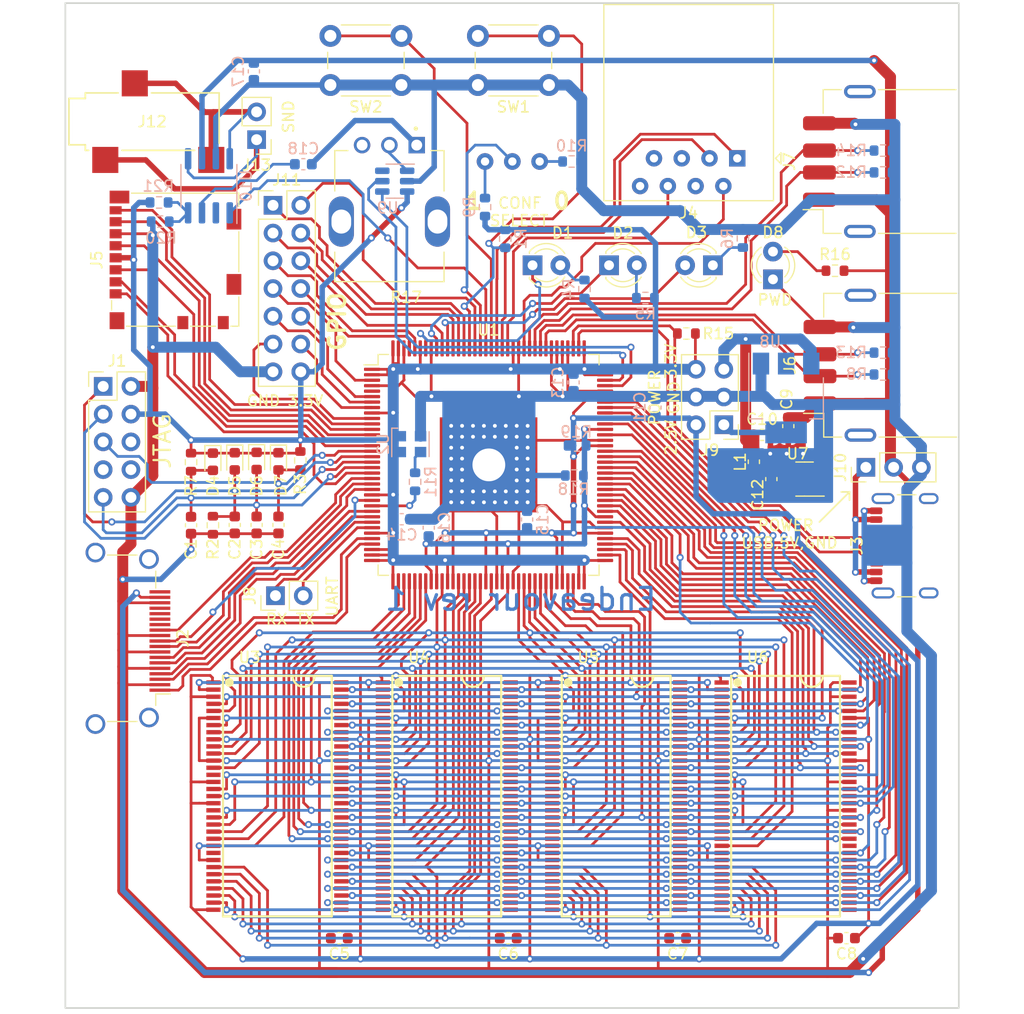
<source format=kicad_pcb>
(kicad_pcb (version 20221018) (generator pcbnew)
  (layers (0 "F.Cu" signal) (31 "B.Cu" signal) (34 "B.Paste" user) (35 "F.Paste" user) (36 "B.SilkS" user "B.Silkscreen") (37 "F.SilkS" user "F.Silkscreen") (38 "B.Mask" user) (39 "F.Mask" user) (44 "Edge.Cuts" user))
  (net 0 "")
  (net 1 "GND")
  (net 2 "Net-(D1-K)")
  (net 3 "Net-(D1-A)")
  (net 4 "Net-(D2-K)")
  (net 5 "Net-(D2-A)")
  (net 6 "Net-(D3-A)")
  (net 7 "+3.3V")
  (net 8 "Net-(U1-io8_130{slash}nCONFIG)")
  (net 9 "Net-(SW3-A)")
  (net 10 "Net-(SW3-C)")
  (net 11 "Net-(U1-io2_26{slash}CLK0p)")
  (net 12 "Net-(U2-CLK)")
  (net 13 "Net-(SW3-B)")
  (net 14 "/jtag and power/TDI")
  (net 35 "+2V5")
  (net 36 "+1V2")
  (net 43 "/DQ3")
  (net 44 "/DQ2")
  (net 45 "/DQ1")
  (net 46 "/DQ0")
  (net 47 "/DQ4")
  (net 48 "/DQ5")
  (net 49 "/DQ6")
  (net 50 "/DQ7")
  (net 51 "/DQ8")
  (net 52 "/DQ9")
  (net 53 "/DQ10")
  (net 54 "/DQ11")
  (net 55 "/DQ12")
  (net 56 "/DQ13")
  (net 57 "/DQ14")
  (net 58 "/DQ15")
  (net 59 "/ram/LDQS")
  (net 60 "/ram/LDM")
  (net 61 "/ram/~{WE}")
  (net 62 "/ram/~{CAS}")
  (net 63 "/ram/~{RAS}")
  (net 64 "/ram/~{CS0}")
  (net 65 "/ram/CKE")
  (net 66 "/ram/CK")
  (net 67 "/ram/~{CK}")
  (net 68 "/ram/UDM")
  (net 69 "/ram/UDQS")
  (net 72 "/ram/~{CS1}")
  (net 79 "/ram/~{CS2}")
  (net 86 "/ram/~{CS3}")
  (net 91 "/A14")
  (net 92 "/A15")
  (net 93 "/A10")
  (net 94 "/A13")
  (net 95 "/A0")
  (net 96 "/A1")
  (net 97 "/A2")
  (net 98 "/A3")
  (net 99 "/A4")
  (net 100 "/A5")
  (net 101 "/A6")
  (net 102 "/A7")
  (net 103 "/A8")
  (net 104 "/A9")
  (net 105 "/A11")
  (net 106 "/A12")
  (net 107 "+5V")
  (net 108 "USB_dev_Dp")
  (net 109 "USB_dev_Dm")
  (net 110 "USB_host1_Dm")
  (net 111 "USB_host1_Dp")
  (net 112 "USB_host2_Dm")
  (net 113 "USB_host2_Dp")
  (net 114 "TDMS2p")
  (net 115 "TDMS2m")
  (net 116 "TDMS1p")
  (net 117 "TDMS1m")
  (net 118 "TDMS0p")
  (net 119 "TDMS0m")
  (net 120 "TDMSCp")
  (net 121 "TDMSCm")
  (net 122 "SD_D2")
  (net 123 "SD_D3")
  (net 124 "SD_CMD")
  (net 125 "SD_CLK")
  (net 126 "SD_D0")
  (net 127 "SD_D1")
  (net 128 "Net-(J8-Pin_1)")
  (net 129 "Net-(J8-Pin_2)")
  (net 130 "/jtag and power/TCK")
  (net 131 "/jtag and power/TDO")
  (net 132 "/jtag and power/TMS")
  (net 133 "Net-(J9-Pin_1)")
  (net 137 "Net-(U7-SW)")
  (net 139 "Net-(J9-Pin_5)")
  (net 140 "Net-(J10-Pin_1)")
  (net 141 "Net-(U7-BST)")
  (net 142 "Net-(D8-A)")
  (net 143 "Net-(D3-K)")
  (net 144 "RJ45_1")
  (net 145 "RJ45_2")
  (net 146 "RJ45_3")
  (net 147 "RJ45_6")
  (net 148 "Net-(C18-Pad1)")
  (net 149 "Net-(U10-IN+)")
  (net 150 "Net-(J13-Pin_1)")
  (net 151 "Net-(J13-Pin_2)")
  (net 152 "Net-(U10-IN-)")
  (net 153 "Net-(U9-VOUT)")
  (net 154 "SND_SDA")
  (net 155 "SND_SCL")
  (net 157 "SND_ENABLE")
  (net 159 "GPIO1")
  (net 160 "GPIO2")
  (net 161 "GPIO3")
  (net 162 "GPIO4")
  (net 163 "GPIO5")
  (net 164 "GPIO6")
  (net 165 "GPIO7")
  (net 166 "GPIO8")
  (net 167 "GPIO9")
  (net 168 "GPIO10")
  (net 169 "GPIO11")
  (net 170 "GPIO12")
  (net 172 "Net-(U1-io8_126{slash}VREFB8N0)")
  (footprint "Connector_PinHeader_2.54mm:PinHeader_1x03_P2.54mm_Vertical" (layer "F.Cu") (at 182.75 83 90)
    (fp_text reference "J10")
    (fp_text value "Conn_01x03_Pin")
  )
  (footprint "engeavour:TSOP66-400" (layer "F.Cu") (at 144.4 113.1)
    (fp_text reference "U4")
    (fp_text value "AS4C64M16D1")
  )
  (footprint "Button_Switch_THT:SW_PUSH_6mm" (layer "F.Cu") (at 140.25 48 180)
    (fp_text reference "SW2")
    (fp_text value "Push2")
  )
  (footprint "LED_THT:LED_D3.0mm" (layer "F.Cu") (at 159.25 64.5)
    (fp_text reference "D2")
    (fp_text value "LED2")
  )
  (footprint "Capacitor_SMD:C_0603_1608Metric" (layer "F.Cu") (at 173.25 80.025)
    (fp_text reference "C10")
    (fp_text value "22uF")
  )
  (footprint "Resistor_SMD:R_0603_1608Metric" (layer "F.Cu") (at 123 88.3 90)
    (fp_text reference "R2")
    (fp_text value "1K")
  )
  (footprint "engeavour:TSOP66-400" (layer "F.Cu") (at 128.9 113.1)
    (fp_text reference "U3")
    (fp_text value "AS4C64M16D1")
  )
  (footprint "Capacitor_SMD:C_0603_1608Metric" (layer "F.Cu") (at 127 88.275 90)
    (fp_text reference "C3")
    (fp_text value "10pF")
  )
  (footprint "MountingHole:MountingHole_2.2mm_M2" (layer "F.Cu") (at 187.75 44)
    (fp_text reference "REF**" hide)
    (fp_text value "MountingHole_2.2mm_M2")
  )
  (footprint "Connector_RJ:RJ45_Amphenol_54602-x08_Horizontal" (layer "F.Cu") (at 170.98 54.71 180)
    (fp_text reference "J4")
    (fp_text value "RJ45")
  )
  (footprint "Resistor_SMD:R_0603_1608Metric" (layer "F.Cu") (at 131 82.375 90)
    (fp_text reference "R3")
    (fp_text value "10K")
  )
  (footprint "Connector_PinHeader_2.54mm:PinHeader_1x02_P2.54mm_Vertical" (layer "F.Cu") (at 127 53 180)
    (fp_text reference "J13")
    (fp_text value "SND")
  )
  (footprint "Diode_SMD:D_0603_1608Metric" (layer "F.Cu") (at 125 82.45 -90)
    (fp_text reference "D5")
    (fp_text value "~")
  )
  (footprint "engeavour:TRIM_PT01-D115D-B104" (layer "F.Cu") (at 139.15 60.5 180)
    (fp_text reference "R17")
    (fp_text value "PT01-D115D-B104")
  )
  (footprint "Connector_Card:microSD_HC_Molex_104031-0811" (layer "F.Cu") (at 119.55 64.01 90)
    (fp_text reference "J5")
    (fp_text value "Micro_SD_Card_Det2")
  )
  (footprint "Connector_USB:USB_A_Receptacle_GCT_USB1046" (layer "F.Cu") (at 185.75 55 90)
    (fp_text reference "J7")
    (fp_text value "USB_A")
  )
  (footprint "Connector_USB:USB_A_Receptacle_GCT_USB1046" (layer "F.Cu") (at 185.8 73.65 90)
    (fp_text reference "J6")
    (fp_text value "USB_A")
  )
  (footprint "LED_THT:LED_D3.0mm" (layer "F.Cu") (at 152.25 64.5)
    (fp_text reference "D1")
    (fp_text value "LED1")
  )
  (footprint "Capacitor_SMD:C_0603_1608Metric" (layer "F.Cu") (at 125 88.275 90)
    (fp_text reference "C2")
    (fp_text value "10pF")
  )
  (footprint "Capacitor_SMD:C_0603_1608Metric" (layer "F.Cu") (at 150.025 126.1 180)
    (fp_text reference "C6")
    (fp_text value "C")
  )
  (footprint "engeavour:sw3_2.5mm" (layer "F.Cu") (at 150.4 55)
    (fp_text reference "SW3" hide)
    (fp_text value "Config sel")
  )
  (footprint "Capacitor_SMD:C_0603_1608Metric" (layer "F.Cu") (at 134.5646 126.1 180)
    (fp_text reference "C5")
    (fp_text value "C")
  )
  (footprint "Button_Switch_THT:SW_PUSH_6mm" (layer "F.Cu") (at 153.75 48 180)
    (fp_text reference "SW1")
    (fp_text value "Push1")
  )
  (footprint "engeavour:TSOP66-400" (layer "F.Cu") (at 159.9 113.1)
    (fp_text reference "U5")
    (fp_text value "AS4C64M16D1")
  )
  (footprint "Capacitor_SMD:C_0603_1608Metric" (layer "F.Cu") (at 175.65 79.225 -90)
    (fp_text reference "C9")
    (fp_text value "10uF")
  )
  (footprint "Resistor_SMD:R_0603_1608Metric" (layer "F.Cu") (at 179.925 65)
    (fp_text reference "R16")
    (fp_text value "2K")
  )
  (footprint "MountingHole:MountingHole_2.2mm_M2" (layer "F.Cu") (at 113 44)
    (fp_text reference "REF**" hide)
    (fp_text value "MountingHole_2.2mm_M2")
  )
  (footprint "Connector_PinHeader_2.54mm:PinHeader_1x02_P2.54mm_Vertical" (layer "F.Cu") (at 128.725 94.75 90)
    (fp_text reference "J8")
    (fp_text value "UART")
  )
  (footprint "engeavour:TSOP66-400" (layer "F.Cu") (at 175.4 113.1)
    (fp_text reference "U6")
    (fp_text value "AS4C64M16D1")
  )
  (footprint "engeavour:USB_C_Receptacle_GCT_USB4105-xx-A_16P_TopMnt_Horizontal" (layer "F.Cu") (at 187.425 90.18 90)
    (fp_text reference "J3")
    (fp_text value "USB_C_Receptacle_USB2.0")
  )
  (footprint "Diode_SMD:D_0603_1608Metric" (layer "F.Cu") (at 129 82.45 -90)
    (fp_text reference "D7")
    (fp_text value "~")
  )
  (footprint "Diode_SMD:D_0603_1608Metric" (layer "F.Cu") (at 127 82.4125 -90)
    (fp_text reference "D6")
    (fp_text value "~")
  )
  (footprint "Connector_HDMI:HDMI_A_Amphenol_10029449-x01xLF_Horizontal" (layer "F.Cu") (at 113.15 98.65 -90)
    (fp_text reference "J2")
    (fp_text value "HDMI_A")
  )
  (footprint "Connector_PinHeader_2.54mm:PinHeader_2x05_P2.54mm_Vertical" (layer "F.Cu") (at 112.96 75.59)
    (fp_text reference "J1")
    (fp_text value "JTAG")
  )
  (footprint "Resistor_SMD:R_0603_1608Metric" (layer "F.Cu") (at 121 82.525 90)
    (fp_text reference "R7")
    (fp_text value "10K")
  )
  (footprint "engeavour:CONN_SJ-2523-SMT-TR_CUD" (layer "F.Cu") (at 117.446796 51.35)
    (fp_text reference "J12")
    (fp_text value "SJ1-2503A")
  )
  (footprint "MountingHole:MountingHole_2.2mm_M2" (layer "F.Cu") (at 113 129)
    (fp_text reference "REF**" hide)
    (fp_text value "MountingHole_2.2mm_M2")
  )
  (footprint "Package_TO_SOT_SMD:TSOT-23-6" (layer "F.Cu") (at 177.1375 84.075 180)
    (fp_text reference "U7")
    (fp_text value "AP63203WU")
  )
  (footprint "Connector_PinHeader_2.54mm:PinHeader_2x03_P2.54mm_Vertical" (layer "F.Cu") (at 169.75 79.1 180)
    (fp_text reference "J9")
    (fp_text value "Conn_02x03_Odd_Even")
  )
  (footprint "Connector_PinHeader_2.54mm:PinHeader_2x07_P2.54mm_Vertical" (layer "F.Cu") (at 128.5 59.01)
    (fp_text reference "J11")
    (fp_text value "GPIO")
  )
  (footprint "Capacitor_SMD:C_0603_1608Metric" (layer "F.Cu") (at 180.975 126.1 180)
    (fp_text reference "C8")
    (fp_text value "C")
  )
  (footprint "Inductor_SMD:L_0603_1608Metric" (layer "F.Cu") (at 172.5 82.4875 90)
    (fp_text reference "L1")
    (fp_text value "4.7uH")
  )
  (footprint "Capacitor_SMD:C_0603_1608Metric" (layer "F.Cu") (at 129 88.275 90)
    (fp_text reference "C4")
    (fp_text value "10pF")
  )
  (footprint "Capacitor_SMD:C_0603_1608Metric" (layer "F.Cu") (at 121 88.3 90)
    (fp_text reference "C1")
    (fp_text value "10pF")
  )
  (footprint "MountingHole:MountingHole_2.2mm_M2" (layer "F.Cu") (at 187.75 129)
    (fp_text reference "REF**" hide)
    (fp_text value "MountingHole_2.2mm_M2")
  )
  (footprint "Resistor_SMD:R_0603_1608Metric" (layer "F.Cu") (at 166.325 70.75 180)
    (fp_text reference "R15")
    (fp_text value "1.5K")
  )
  (footprint "Capacitor_SMD:C_0603_1608Metric" (layer "F.Cu") (at 174.1 84.075 -90)
    (fp_text reference "C12")
    (fp_text value "100nF")
  )
  (footprint "LED_THT:LED_D3.0mm" (layer "F.Cu") (at 168.75 64.5 180)
    (fp_text reference "D3")
    (fp_text value "LED3")
  )
  (footprint "LED_THT:LED_D3.0mm" (layer "F.Cu") (at 174.25 65.79 90)
    (fp_text reference "D8")
    (fp_text value "LED2")
  )
  (footprint "Package_QFP:EQFP-144-1EP_20x20mm_P0.5mm_EP8.93x8.7mm" (layer "F.Cu") (at 148.225 82.775)
    (fp_text reference "U1")
    (fp_text value "10M50SAE144" hide)
  )
  (footprint "Diode_SMD:D_0603_1608Metric" (layer "F.Cu") (at 123 82.4875 -90)
    (fp_text reference "D4")
    (fp_text value "~")
  )
  (footprint "Capacitor_SMD:C_0603_1608Metric" (layer "F.Cu") (at 165.525 126.1 180)
    (fp_text reference "C7")
    (fp_text value "C")
  )
  (footprint "Resistor_SMD:R_0603_1608Metric" (layer "B.Cu") (at 184.325 54)
    (fp_text reference "R14")
    (fp_text value "15K")
  )
  (footprint "Capacitor_SMD:C_0603_1608Metric" (layer "B.Cu") (at 140.275 87.75)
    (fp_text reference "C14")
    (fp_text value "C")
  )
  (footprint "Resistor_SMD:R_0603_1608Metric" (layer "B.Cu") (at 184.325 56)
    (fp_text reference "R12")
    (fp_text value "15K")
  )
  (footprint "Resistor_SMD:R_0603_1608Metric" (layer "B.Cu") (at 171.5 62.05 -90)
    (fp_text reference "R6")
    (fp_text value "500")
  )
  (footprint "Capacitor_SMD:C_0603_1608Metric" (layer "B.Cu") (at 126.75 46.75 -90)
    (fp_text reference "C17")
    (fp_text value "10uF")
  )
  (footprint "Package_TO_SOT_SMD:SOT-23-6" (layer "B.Cu") (at 139.6375 56.8 180)
    (fp_text reference "U9")
    (fp_text value "MCP4726A0T-E/CH")
  )
  (footprint "Capacitor_SMD:C_0603_1608Metric" (layer "B.Cu") (at 163.5 77.525 -90)
    (fp_text reference "C11")
    (fp_text value "10uF")
  )
  (footprint "Capacitor_SMD:C_0603_1608Metric" (layer "B.Cu") (at 142.75 88.525 90)
    (fp_text reference "C16")
    (fp_text value "C")
  )
  (footprint "Resistor_SMD:R_0603_1608Metric" (layer "B.Cu") (at 156.075 83.75 180)
    (fp_text reference "R18")
    (fp_text value "10K")
  )
  (footprint "Resistor_SMD:R_0603_1608Metric" (layer "B.Cu") (at 162.575 67.5)
    (fp_text reference "R5")
    (fp_text value "500")
  )
  (footprint "Package_TO_SOT_SMD:SOT-223-3_TabPin2" (layer "B.Cu") (at 175.45 76.65 -90)
    (fp_text reference "U8")
    (fp_text value "AP2114HA-2.5TRG1")
  )
  (footprint "Resistor_SMD:R_0603_1608Metric" (layer "B.Cu") (at 184.325 74.5)
    (fp_text reference "R8")
    (fp_text value "15K")
  )
  (footprint "Resistor_SMD:R_0603_1608Metric" (layer "B.Cu") (at 118.075 58.75)
    (fp_text reference "R20")
    (fp_text value "10K")
  )
  (footprint "Resistor_SMD:R_0603_1608Metric" (layer "B.Cu") (at 141.5 84.325 90)
    (fp_text reference "R11")
    (fp_text value "82")
  )
  (footprint "Package_SO:SOIC-8_3.9x4.9mm_P1.27mm" (layer "B.Cu") (at 122.635 57.225 90)
    (fp_text reference "U10")
    (fp_text value "PAM8302AAD")
  )
  (footprint "Resistor_SMD:R_0603_1608Metric" (layer "B.Cu") (at 156.325 81)
    (fp_text reference "R19")
    (fp_text value "10K")
  )
  (footprint "Oscillator:Oscillator_SMD_Kyocera_KC2520Z-4Pin_2.5x2.0mm" (layer "B.Cu") (at 141.075 80.875 -90)
    (fp_text reference "U2")
    (fp_text value "KC2520Z 100MHz")
  )
  (footprint "Capacitor_SMD:C_0603_1608Metric" (layer "B.Cu") (at 156 75.225 -90)
    (fp_text reference "C13")
    (fp_text value "C")
  )
  (footprint "Resistor_SMD:R_0603_1608Metric" (layer "B.Cu") (at 157 66.675 -90)
    (fp_text reference "R4")
    (fp_text value "500")
  )
  (footprint "Resistor_SMD:R_0603_1608Metric" (layer "B.Cu") (at 155.825 55 180)
    (fp_text reference "R10")
    (fp_text value "10K")
  )
  (footprint "Resistor_SMD:R_0603_1608Metric" (layer "B.Cu") (at 184.325 72.5)
    (fp_text reference "R13")
    (fp_text value "15K")
  )
  (footprint "Capacitor_SMD:C_0603_1608Metric" (layer "B.Cu") (at 151.75 87.775 90)
    (fp_text reference "C15")
    (fp_text value "C")
  )
  (footprint "Resistor_SMD:R_0603_1608Metric" (layer "B.Cu") (at 118.175 60.5 180)
    (fp_text reference "R21")
    (fp_text value "10K")
  )
  (footprint "Capacitor_SMD:C_0603_1608Metric" (layer "B.Cu") (at 131.275 55.25 180)
    (fp_text reference "C18")
    (fp_text value "0.1uF")
  )
  (footprint "Resistor_SMD:R_0603_1608Metric" (layer "B.Cu") (at 147.9 59.175 -90)
    (fp_text reference "R9")
    (fp_text value "10K")
  )
  (footprint "Resistor_SMD:R_0603_1608Metric" (layer "B.Cu") (at 149.75 62.075 90)
    (fp_text reference "R1")
    (fp_text value "10K")
  )
  (gr_line (start 181.25 85.25) (end 181.25 86) (stroke (width 0.15)) (layer "F.SilkS"))
  (gr_line (start 178.5 88) (end 181.25 85.25) (stroke (width 0.15)) (layer "F.SilkS"))
  (gr_line (start 181.25 85.25) (end 180.5 85.25) (stroke (width 0.15)) (layer "F.SilkS"))
  (gr_rect (start 109.5 40.5) (end 191.25 132.5) (stroke (width 0.15)) (fill none) (layer "Edge.Cuts"))
  (gr_text "Endeavour rev 1" (at 163.75 96.25) (layer "B.Cu") (effects (font (size 2 2) (thickness 0.3) bold) (justify left bottom mirror)))
  (gr_text "GPIO" (at 135.25 72.5 90) (layer "F.SilkS") (effects (font (size 1.5 1.5) (thickness 0.3) bold) (justify left bottom)))
  (gr_text "TX" (at 130.5 97.5) (layer "F.SilkS") (effects (font (size 1 1) (thickness 0.153)) (justify left bottom)))
  (gr_text "3.3V" (at 129.75 77.5) (layer "F.SilkS") (effects (font (size 1 1) (thickness 0.153)) (justify left bottom)))
  (gr_text "0" (at 154 59.5) (layer "F.SilkS") (effects (font (size 1.5 1.5) (thickness 0.3) bold) (justify left bottom)))
  (gr_text "  POWER\nUSB,5V,GND" (at 171.25 90.5) (layer "F.SilkS") (effects (font (size 1 1) (thickness 0.153)) (justify left bottom)))
  (gr_text "1" (at 146 59.5) (layer "F.SilkS") (effects (font (size 1.5 1.5) (thickness 0.3) bold) (justify left bottom)))
  (gr_text " CONF\nSELECT" (at 148.25 61) (layer "F.SilkS") (effects (font (size 1 1) (thickness 0.153)) (justify left bottom)))
  (gr_text "3.3V" (at 165.5 75 90) (layer "F.SilkS") (effects (font (size 1 1) (thickness 0.153) bold) (justify left bottom)))
  (gr_text "2.5V" (at 165.5 82 90) (layer "F.SilkS") (effects (font (size 1 1) (thickness 0.153)) (justify left bottom)))
  (gr_text "GND" (at 126 77.5) (layer "F.SilkS") (effects (font (size 1 1) (thickness 0.153)) (justify left bottom)))
  (gr_text "RX" (at 127.75 97.5) (layer "F.SilkS") (effects (font (size 1 1) (thickness 0.153)) (justify left bottom)))
  (gr_text "JTAG" (at 119.25 83.25 90) (layer "F.SilkS") (effects (font (size 1.5 1.5) (thickness 0.2)) (justify left bottom)))
  (gr_text "PWD" (at 172.75 68.25) (layer "F.SilkS") (effects (font (size 1 1) (thickness 0.153)) (justify left bottom)))
  (gr_text "UART" (at 134.5 96.75 90) (layer "F.SilkS") (effects (font (size 1 1) (thickness 0.153)) (justify left bottom)))
  (gr_text "POWER" (at 164 79.25 90) (layer "F.SilkS") (effects (font (size 1 1) (thickness 0.153)) (justify left bottom)))
  (gr_text "GND" (at 165.75 78.25 90) (layer "F.SilkS") (effects (font (size 1 1) (thickness 0.153) bold) (justify left bottom)))
  (gr_text "SND" (at 130.5 52.5 90) (layer "F.SilkS") (effects (font (size 1 1) (thickness 0.153)) (justify left bottom)))
  (segment (start 163.75 126.1) (end 163.75 129) (width 0.25) (layer "F.Cu") (net 1))
  (segment (start 179.25 114.4) (end 179.25 111.8) (width 0.25) (layer "F.Cu") (net 1))
  (segment (start 165.6604 107.9) (end 163.75 107.9) (width 0.25) (layer "F.Cu") (net 1))
  (segment (start 140.25 75.25) (end 140.5 75) (width 0.25) (layer "F.Cu") (net 1))
  (segment (start 153.5 86.5) (end 152 86.5) (width 0.25) (layer "F.Cu") (net 1))
  (segment (start 132.75 102.7) (end 134.6604 102.7) (width 0.25) (layer "F.Cu") (net 1))
  (segment (start 137.25 109.85) (end 137.25 105.95) (width 0.25) (layer "F.Cu") (net 1))
  (segment (start 152.025 80.525) (end 152 80.5) (width 0.25) (layer "F.Cu") (net 1))
  (segment (start 163.75 102.7) (end 165.6604 102.7) (width 0.25) (layer "F.Cu") (net 1))
  (segment (start 179.5 104) (end 179.5 102.95) (width 0.25) (layer "F.Cu") (net 1))
  (segment (start 174.025 80.025) (end 175.625 80.025) (width 0.5) (layer "F.Cu") (net 1))
  (segment (start 179.5 105.95) (end 179.5 104) (width 0.25) (layer "F.Cu") (net 1))
  (segment (start 118.15 99.9) (end 114.9 99.9) (width 0.25) (layer "F.Cu") (net 1))
  (segment (start 179.5 107.9) (end 179.25 107.9) (width 0.25) (layer "F.Cu") (net 1))
  (segment (start 164.7 126.1) (end 163.75 126.1) (width 0.25) (layer "F.Cu") (net 1))
  (segment (start 155.475 76.025) (end 155 76.5) (width 0.25) (layer "F.Cu") (net 1))
  (segment (start 132.75 126.1) (end 132.75 129.25) (width 0.25) (layer "F.Cu") (net 1))
  (segment (start 183.675 86.98) (end 182.62 86.98) (width 0.5) (layer "F.Cu") (net 1))
  (segment (start 132.75 105.95) (end 132.75 104) (width 0.25) (layer "F.Cu") (net 1))
  (segment (start 132.75 109.85) (end 132.75 107.9) (width 0.25) (layer "F.Cu") (net 1))
  (segment (start 140.475 74.975) (end 140.475 72.1125) (width 0.25) (layer "F.Cu") (net 1))
  (segment (start 163.75 104) (end 163.75 102.7) (width 0.25) (layer "F.Cu") (net 1))
  (segment (start 178.55 70.15) (end 174.25 65.85) (width 0.25) (layer "F.Cu") (net 1))
  (segment (start 144.975 93.4375) (end 144.975 87.025) (width 0.25) (layer "F.Cu") (net 1))
  (segment (start 114.9 102.9) (end 114.75 102.75) (width 0.25) (layer "F.Cu") (net 1))
  (segment (start 117.5 75.75) (end 117.34 75.59) (width 1) (layer "F.Cu") (net 1))
  (segment (start 169.4604 109.85) (end 168.25 109.85) (width 0.25) (layer "F.Cu") (net 1))
  (segment (start 148.25 105.95) (end 148.25 104) (width 0.25) (layer "F.Cu") (net 1))
  (segment (start 150.1604 104) (end 148.25 104) (width 0.25) (layer "F.Cu") (net 1))
  (segment (start 133.7 126.1) (end 132.75 126.1) (width 0.25) (layer "F.Cu") (net 1))
  (segment (start 181.1604 123.5) (end 179.25 123.5) (width 0.25) (layer "F.Cu") (net 1))
  (segment (start 114.75 102.75) (end 114.75 121.75) (width 1) (layer "F.Cu") (net 1))
  (segment (start 118.15 101.4) (end 114.9 101.4) (width 0.25) (layer "F.Cu") (net 1))
  (segment (start 128.975 89.075) (end 129 89.05) (width 0.25) (layer "F.Cu") (net 1))
  (segment (start 134.6604 114.4) (end 132.75 114.4) (width 0.25) (layer "F.Cu") (net 1))
  (segment (start 179.25 111.8) (end 179.25 109.85) (width 0.25) (layer "F.Cu") (net 1))
  (segment (start 132.75 104) (end 132.75 102.7) (width 0.25) (layer "F.Cu") (net 1))
  (segment (start 179.25 109.85) (end 179.25 108.55) (width 0.25) (layer "F.Cu") (net 1))
  (segment (start 132.75 126.1) (end 132.75 123.5) (width 0.25) (layer "F.Cu") (net 1))
  (segment (start 114.1 61.615) (end 117.365 61.615) (width 0.25) (layer "F.Cu") (net 1))
  (segment (start 155 88.924695) (end 155 88) (width 0.25) (layer "F.Cu") (net 1))
  (segment (start 155 88) (end 153.5 86.5) (width 0.25) (layer "F.Cu") (net 1))
  (segment (start 121.75 105.95) (end 122.9604 105.95) (width 0.25) (layer "F.Cu") (net 1))
  (segment (start 148.25 107.9) (end 148.25 105.95) (width 0.25) (layer "F.Cu") (net 1))
  (segment (start 181.1604 104) (end 179.5 104) (width 0.25) (layer "F.Cu") (net 1))
  (segment (start 117.5 75.75) (end 117.5 72) (width 1) (layer "F.Cu") (net 1))
  (segment (start 114.9 95.4) (end 114.75 95.25) (width 0.25) (layer "F.Cu") (net 1))
  (segment (start 153.975 72.1125) (end 153.975 75.475) (width 0.25) (layer "F.Cu") (net 1))
  (segment (start 178.55 70.15) (end 181.55 70.15) (width 1) (layer "F.Cu") (net 1))
  (segment (start 148.25 102.7) (end 150.1604 102.7) (width 0.25) (layer "F.Cu") (net 1))
  (segment (start 150.475 93.4375) (end 150.475 92.525) (width 0.25) (layer "F.Cu") (net 1))
  (segment (start 181.1604 114.4) (end 179.25 114.4) (width 0.25) (layer "F.Cu") (net 1))
  (segment (start 114.75 98.25) (end 114.75 99.75) (width 1) (layer "F.Cu") (net 1))
  (segment (start 179.75 102.7) (end 181.1604 102.7) (width 0.25) (layer "F.Cu") (net 1))
  (segment (start 150.1604 114.4) (end 148.25 114.4) (width 0.25) (layer "F.Cu") (net 1))
  (segment (start 151 92) (end 151 86.5) (width 0.25) (layer "F.Cu") (net 1))
  (segment (start 181.8 51.6) (end 181.7 51.5) (width 1) (layer "F.Cu") (net 1))
  (segment (start 134.6604 107.9) (end 132.75 107.9) (width 0.25) (layer "F.Cu") (net 1))
  (segment (start 121 90.5) (end 121 89.075) (width 0.25) (layer "F.Cu") (net 1))
  (segment (start 123.025 89.05) (end 123 89.075) (width 0.25) (layer "F.Cu") (net 1))
  (segment (start 158.8875 76.025) (end 155.475 76.025) (width 0.25) (layer "F.Cu") (net 1))
  (segment (start 163.75 109.85) (end 163.75 107.9) (width 0.25) (layer "F.Cu") (net 1))
  (segment (start 182.62 93.38) (end 182.6 93.4) (width 0.5) (layer "F.Cu") (net 1))
  (segment (start 148.25 114.4) (end 148.25 111.8) (width 0.25) (layer "F.Cu") (net 1))
  (segment (start 144.975 87.025) (end 145.5 86.5) (width 0.25) (layer "F.Cu") (net 1))
  (segment (start 117.34 75.59) (end 115.5 75.59) (width 1) (layer "F.Cu") (net 1))
  (segment (start 181.55 70.15) (end 181.6 70.2) (width 1) (layer "F.Cu") (net 1))
  (segment (start 182.62 86.98) (end 182.6 87) (width 0.5) (layer "F.Cu") (net 1))
  (segment (start 168.25 105.95) (end 169.4604 105.95) (width 0.25) (layer "F.Cu") (net 1))
  (segment (start 153.9604 109.85) (end 152.75 109.85) (width 0.25) (layer "F.Cu") (net 1))
  (segment (start 114.75 99.75) (end 114.75 101.25) (width 1) (layer "F.Cu") (net 1))
  (segment (start 179.25 123.5) (end 179.25 114.4) (width 0.25) (layer "F.Cu") (net 1))
  (segment (start 138.4604 109.85) (end 139.75 109.85) (width 0.25) (layer "F.Cu") (net 1))
  (segment (start 169.4604 109.85) (end 170.75 109.85) (width 0.25) (layer "F.Cu") (net 1))
  (segment (start 148.975 87.475) (end 148 86.5) (width 0.25) (layer "F.Cu") (net 1))
  (segment (start 122.9604 109.85) (end 121.75 109.85) (width 0.25) (layer "F.Cu") (net 1))
  (segment (start 132.75 107.9) (end 132.75 105.95) (width 0.25) (layer "F.Cu") (net 1))
  (segment (start 140.5 75) (end 140.475 74.975) (width 0.25) (layer "F.Cu") (net 1))
  (segment (start 121.75 109.85) (end 121.75 105.95) (width 0.25) (layer "F.Cu") (net 1))
  (segment (start 115.5 85.75) (end 115.5 90) (width 1) (layer "F.Cu") (net 1))
  (segment (start 179.25 106.85) (end 179.5 106.6) (width 0.25) (layer "F.Cu") (net 1))
  (segment (start 152.75 109.85) (end 152.75 105.95) (width 0.25) (layer "F.Cu") (net 1))
  (segment (start 165.6604 104) (end 163.75 104) (width 0.25) (layer "F.Cu") (net 1))
  (segment (start 179.25 126.1) (end 179.25 129.25) (width 0.25) (layer "F.Cu") (net 1))
  (segment (start 179.25 126.1) (end 179.25 123.5) (width 0.25) (layer "F.Cu") (net 1))
  (segment (start 148.25 126.1) (end 148.25 129) (width 0.25) (layer "F.Cu") (net 1))
  (segment (start 175.65 80) (end 175.65 82.775) (width 0.5) (layer "F.Cu") (net 1))
  (segment (start 148.25 111.8) (end 148.25 109.85) (width 0.25) (layer "F.Cu") (net 1))
  (segment (start 118.15 102.9) (end 114.9 102.9) (width 0.25) (layer "F.Cu") (net 1))
  (segment (start 140.25 75.25) (end 141.5 76.5) (width 0.25) (layer "F.Cu") (net 1))
  (segment (start 150.975 76.475) (end 151 76.5) (width 0.25) (layer "F.Cu") (net 1))
  (segment (start 132.75 129.25) (end 134.25 129.25) (width 1) (layer "F.Cu") (net 1))
  (segment (start 163.75 114.4) (end 163.75 111.8) (width 0.25) (layer "F.Cu") (net 1))
  (segment (start 118.15 98.4) (end 114.9 98.4) (width 0.25) (layer "F.Cu") (net 1))
  (segment (start 117.365 61.615) (end 117.5 61.75) (width 0.25) (layer "F.Cu") (net 1))
  (segment (start 150.1604 111.8) (end 148.25 111.8) (width 0.25) (layer "F.Cu") (net 1))
  (segment (start 181.1604 107.9) (end 179.5 107.9) (width 0.25) (layer "F.Cu") (net 1))
  (segment (start 181.1604 111.8) (end 179.25 111.8) (width 0.25) (layer "F.Cu") (net 1))
  (segment (start 114.9 99.9) (end 114.75 99.75) (width 0.25) (layer "F.Cu") (net 1))
  (segment (start 114.75 101.25) (end 114.75 102.75) (width 1) (layer "F.Cu") (net 1))
  (segment (start 153.9604 109.85) (end 155.25 109.85) (width 0.25) (layer "F.Cu") (net 1))
  (segment (start 121.05 89.125) (end 121 89.075) (width 0.25) (layer "F.Cu") (net 1))
  (segment (start 154.975 93.4375) (end 154.975 88.949695) (width 0.25) (layer "F.Cu") (net 1))
  (segment (start 114.75 93.25) (end 114.75 95.25) (width 1) (layer "F.Cu") (net 1))
  (segment (start 141.5 76.5) (end 143 76.5) (width 0.25) (layer "F.Cu") (net 1))
  (segment (start 142.975 74.5) (end 142.975 76.475) (width 0.25) (layer "F.Cu") (net 1))
  (segment (start 137.5625 75.525) (end 139.975 75.525) (width 0.25) (layer "F.Cu") (net 1))
  (segment (start 150.1604 107.9) (end 148.25 107.9) (width 0.25) (layer "F.Cu") (net 1))
  (segment (start 158.8875 80.525) (end 152.025 80.525) (width 0.25) (layer "F.Cu") (net 1))
  (segment (start 139.975 75.525) (end 140.25 75.25) (width 0.25) (layer "F.Cu") (net 1))
  (segment (start 118.15 95.4) (end 114.9 95.4) (width 0.25) (layer "F.Cu") (net 1))
  (segment (start 155.475 72.1125) (end 155.475 76.025) (width 0.25) (layer "F.Cu") (net 1))
  (segment (start 114.9 98.4) (end 114.75 98.25) (width 0.25) (layer "F.Cu") (net 1))
  (segment (start 132.75 123.5) (end 132.75 114.4) (width 0.25) (layer "F.Cu") (net 1))
  (segment (start 115.5 90) (end 114.75 90.75) (width 1) (layer "F.Cu") (net 1))
  (segment (start 152.75 105.95) (end 153.9604 105.95) (width 0.25) (layer "F.Cu") (net 1))
  (segment (start 150.975 72.1125) (end 150.975 76.475) (width 0.25) (layer "F.Cu") (net 1))
  (segment (start 138.4604 109.85) (end 137.25 109.85) (width 0.25) (layer "F.Cu") (net 1))
  (segment (start 178.5 51.5) (end 181.7 51.5) (width 1) (layer "F.Cu") (net 1))
  (segment (start 148.25 123.5) (end 148.25 114.4) (width 0.25) (layer "F.Cu") (net 1))
  (segment (start 115.5 85.75) (end 117.5 83.75) (width 1) (layer "F.Cu") (net 1))
  (segment (start 134.25 129.25) (end 179.25 129.25) (width 1) (layer "F.Cu") (net 1))
  (segment (start 148.975 93.4375) (end 148.975 87.475) (width 0.25) (layer "F.Cu") (net 1))
  (segment (start 163.75 107.9) (end 163.75 105.95) (width 0.25) (layer "F.Cu") (net 1))
  (segment (start 114.75 90.75) (end 114.75 93.25) (width 1) (layer "F.Cu") (net 1))
  (segment (start 163.75 111.8) (end 163.75 109.85) (width 0.25) (layer "F.Cu") (net 1))
  (segment (start 122.25 129.25) (end 134.25 129.25) (width 1) (layer "F.Cu") (net 1))
  (segment (start 181.25 129.25) (end 182.5 128) (width 1) (layer "F.Cu") (net 1))
  (segment (start 134.6604 111.8) (end 132.75 111.8) (width 0.25) (layer "F.Cu") (net 1))
  (segment (start 163.75 126.1) (end 163.75 123.5) (width 0.25) (layer "F.Cu") (net 1))
  (segment (start 165.6604 123.5) (end 163.75 123.5) (width 0.25) (layer "F.Cu") (net 1))
  (segment (start 179.5 102.95) (end 179.75 102.7) (width 0.25) (layer "F.Cu") (net 1))
  (segment (start 114.75 95.25) (end 114.75 98.25) (width 1) (layer "F.Cu") (net 1))
  (segment (start 121 89.075) (end 128.975 89.075) (width 0.25) (layer "F.Cu") (net 1))
  (segment (start 179.25 129.25) (end 181.25 129.25) (width 1) (layer "F.Cu") (net 1))
  (segment (start 137.25 105.95) (end 138.4604 105.95) (width 0.25) (layer "F.Cu") (net 1))
  (segment (start 117.5 83.75) (end 117.5 75.75) (width 1) (layer "F.Cu") (net 1))
  (segment (start 148.25 109.85) (end 148.25 107.9) (width 0.25) (layer "F.Cu") (net 1))
  (segment (start 153.975 75.475) (end 155 76.5) (width 0.25) (layer "F.Cu") (net 1))
  (segment (start 134.6604 123.5) (end 132.75 123.5) (width 0.25) (layer "F.Cu") (net 1))
  (segment (start 174.46 65) (end 174.25 65.21) (width 0.25) (layer "F.Cu") (net 1))
  (segment (start 148.25 104) (end 148.25 102.7) (width 0.25) (layer "F.Cu") (net 1))
  (segment (start 148.25 126.1) (end 148.25 123.5) (width 0.25) (layer "F.Cu") (net 1))
  (segment (start 114.9 101.4) (end 114.75 101.25) (width 0.25) (layer "F.Cu") (net 1))
  (segment (start 158 88.525) (end 157.475 88) (width 0.25) (layer "F.Cu") (net 1))
  (segment (start 149.2 126.1) (end 148.25 126.1) (width 0.25) (layer "F.Cu") (net 1))
  (segment (start 154.975 88.949695) (end 155 88.924695) (width 0.25) (layer "F.Cu") (net 1))
  (segment (start 163.75 105.95) (end 163.75 104) (width 0.25) (layer "F.Cu") (net 1))
  (segment (start 179.25 108.55) (end 179.25 106.85) (width 0.25) (layer "F.Cu") (net 1))
  (segment (start 165.6604 114.4) (end 163.75 114.4) (width 0.25) (layer "F.Cu") (net 1))
  (segment (start 179.5 105.95) (end 179.5 106.6) (width 0.25) (layer "F.Cu") (net 1))
  (segment (start 165.6604 111.8) (end 163.75 111.8) (width 0.25) (layer "F.Cu") (net 1))
  (segment (start 150.1604 123.5) (end 148.25 123.5) (width 0.25) (layer "F.Cu") (net 1))
  (segment (start 134.6604 104) (end 132.75 104) (width 0.25) (layer "F.Cu") (net 1))
  (segment (start 114.75 121.75) (end 122.25 129.25) (width 1) (layer "F.Cu") (net 1))
  (segment (start 168.25 109.85) (end 168.25 105.95) (width 0.25) (layer "F.Cu") (net 1))
  (segment (start 122.9604 109.85) (end 124.25 109.85) (width 0.25) (layer "F.Cu") (net 1))
  (segment (start 132.75 114.4) (end 132.75 111.8) (width 0.25) (layer "F.Cu") (net 1))
  (segment (start 150.475 92.525) (end 151 92) (width 0.25) (layer "F.Cu") (net 1))
  (segment (start 179.25 108.55) (end 179.25 107.9) (width 0.25) (layer "F.Cu") (net 1))
  (segment (start 180.2 126.1) (end 179.25 126.1) (width 0.25) (layer "F.Cu") (net 1))
  (segment (start 174.25 65.85) (end 174.25 65.79) (width 0.25) (layer "F.Cu") (net 1))
  (segment (start 175.625 80.025) (end 175.65 80) (width 0.5) (layer "F.Cu") (net 1))
  (segment (start 163.75 123.5) (end 163.75 114.4) (width 0.25) (layer "F.Cu") (net 1))
  (segment (start 183.675 93.38) (end 182.62 93.38) (width 0.5) (layer "F.Cu") (net 1))
  (segment (start 132.75 111.8) (end 132.75 109.85) (width 0.25) (layer "F.Cu") (net 1))
  (segment (start 142.975 76.475) (end 143 76.5) (width 0.25) (layer "F.Cu") (net 1))
  (segment (start 158.8875 88.525) (end 158 88.525) (width 0.25) (layer "F.Cu") (net 1))
  (segment (start 142.975 72.1125) (end 142.975 74.5) (width 0.25) (layer "F.Cu") (net 1))
  (segment (start 175.65 82.775) (end 176 83.125) (width 0.5) (layer "F.Cu") (net 1))
  (segment (start 157.475 88) (end 155 88) (width 0.25) (layer "F.Cu") (net 1))
  (via (at 121 90.5) (size 0.65) (drill 0.35) (layers "F.Cu" "B.Cu") (net 1))
  (via (at 149.8 85.2) (size 0.65) (drill 0.35) (layers "F.Cu" "B.Cu") (net 1))
  (via (at 182.6 87) (size 0.65) (drill 0.35) (layers "F.Cu" "B.Cu") (net 1))
  (via (at 170.75 109.85) (size 0.65) (drill 0.35) (layers "F.Cu" "B.Cu") (net 1))
  (via (at 151.8 84.2) (size 0.65) (drill 0.35) (layers "F.Cu" "B.Cu") (net 1))
  (via (at 145.8 79.2) (size 0.65) (drill 0.35) (layers "F.Cu" "B.Cu") (net 1))
  (via (at 150.8 81.2) (size 0.65) (drill 0.35) (layers "F.Cu" "B.Cu") (net 1))
  (via (at 150.8 86.2) (size 0.65) (drill 0.35) (layers "F.Cu" "B.Cu") (net 1))
  (via (at 147.8 85.2) (size 0.65) (drill 0.35) (layers "F.Cu" "B.Cu") (net 1))
  (via (at 149.8 86.2) (size 0.65) (drill 0.35) (layers "F.Cu" "B.Cu") (net 1))
  (via (at 148.8 86.2) (size 0.65) (drill 0.35) (layers "F.Cu" "B.Cu") (net 1))
  (via (at 114.75 93.25) (size 0.65) (drill 0.35) (layers "F.Cu" "B.Cu") (net 1))
  (via (at 151.8 82.2) (size 0.65) (drill 0.35) (layers "F.Cu" "B.Cu") (net 1))
  (via (at 145.8 80.2) (size 0.65) (drill 0.35) (layers "F.Cu" "B.Cu") (net 1))
  (via (at 151.8 83.2) (size 0.65) (drill 0.35) (layers "F.Cu" "B.Cu") (net 1))
  (via (at 151.8 86.2) (size 0.65) (drill 0.35) (layers "F.Cu" "B.Cu") (net 1))
  (via (at 144.8 80.2) (size 0.65) (drill 0.35) (layers "F.Cu" "B.Cu") (net 1))
  (via (at 148.25 109.85) (size 0.65) (drill 0.35) (layers "F.Cu" "B.Cu") (net 1))
  (via (at 147.8 79.2) (size 0.65) (drill 0.35) (layers "F.Cu" "B.Cu") (net 1))
  (via (at 144.8 82.2) (size 0.65) (drill 0.35) (layers "F.Cu" "B.Cu") (net 1))
  (via (at 174 81.75) (size 0.65) (drill 0.35) (layers "F.Cu" "B.Cu") (net 1))
  (via (at 144.8 79.2) (size 0.65) (drill 0.35) (layers "F.Cu" "B.Cu") (net 1))
  (via (at 149.8 80.2) (size 0.65) (drill 0.35) (layers "F.Cu" "B.Cu") (net 1))
  (via (at 151.8 85.2) (size 0.65) (drill 0.35) (layers "F.Cu" "B.Cu") (net 1))
  (via (at 144.8 84.2) (size 0.65) (drill 0.35) (layers "F.Cu" "B.Cu") (net 1))
  (via (at 151.8 80.2) (size 0.65) (drill 0.35) (layers "F.Cu" "B.Cu") (net 1))
  (via (at 182.5 128) (size 0.65) (drill 0.35) (layers "F.Cu" "B.Cu") (net 1))
  (via (at 150.8 82.2) (size 0.65) (drill 0.35) (layers "F.Cu" "B.Cu") (net 1))
  (via (at 155.25 109.85) (size 0.65) (drill 0.35) (layers "F.Cu" "B.Cu") (net 1))
  (via (at 147.8 86.2) (size 0.65) (drill 0.35) (layers "F.Cu" "B.Cu") (net 1))
  (via (at 144.8 85.2) (size 0.65) (drill 0.35) (layers "F.Cu" "B.Cu") (net 1))
  (via (at 151.8 79.2) (size 0.65) (drill 0.35) (layers "F.Cu" "B.Cu") (net 1))
  (via (at 148.8 79.2) (size 0.65) (drill 0.35) (layers "F.Cu" "B.Cu") (net 1))
  (via (at 148.8 85.2) (size 0.65) (drill 0.35) (layers "F.Cu" "B.Cu") (net 1))
  (via (at 179.25 109.85) (size 0.65) (drill 0.35) (layers "F.Cu" "B.Cu") (net 1))
  (via (at 132.75 109.85) (size 0.65) (drill 0.35) (layers "F.Cu" "B.Cu") (net 1))
  (via (at 150.8 84.2) (size 0.65) (drill 0.35) (layers "F.Cu" "B.Cu") (net 1))
  (via (at 181.8 51.6) (size 0.65) (drill 0.35) (layers "F.Cu" "B.Cu") (net 1))
  (via (at 146.8 80.2) (size 0.65) (drill 0.35) (layers "F.Cu" "B.Cu") (net 1))
  (via (at 150.8 79.2) (size 0.65) (drill 0.35) (layers "F.Cu" "B.Cu") (net 1))
  (via (at 148.8 80.2) (size 0.65) (drill 0.35) (layers "F.Cu" "B.Cu") (net 1))
  (via (at 175.5 81.75) (size 0.65) (drill 0.35) (layers "F.Cu" "B.Cu") (net 1))
  (via (at 139.75 109.85) (size 0.65) (drill 0.35) (layers "F.Cu" "B.Cu") (net 1))
  (via (at 150.8 80.2) (size 0.65) (drill 0.35) (layers "F.Cu" "B.Cu") (net 1))
  (via (at 117.5 72) (size 0.65) (drill 0.35) (layers "F.Cu" "B.Cu") (net 1))
  (via (at 145.8 82.2) (size 0.65) (drill 0.35) (layers "F.Cu" "B.Cu") (net 1))
  (via (at 124.25 109.85) (size 0.65) (drill 0.35) (layers "F.Cu" "B.Cu") (net 1))
  (via (at 163.75 109.85) (size 0.65) (drill 0.35) (layers "F.Cu" "B.Cu") (net 1))
  (via (at 177 81.75) (size 0.65) (drill 0.35) (layers "F.Cu" "B.Cu") (net 1))
  (via (at 146.8 86.2) (size 0.65) (drill 0.35) (layers "F.Cu" "B.Cu") (net 1))
  (via (at 144.8 86.2) (size 0.65) (drill 0.35) (layers "F.Cu" "B.Cu") (net 1))
  (via (at 146.8 85.2) (size 0.65) (drill 0.35) (layers "F.Cu" "B.Cu") (net 1))
  (via (at 181.6 70.2) (size 0.65) (drill 0.35) (layers "F.Cu" "B.Cu") (net 1))
  (via (at 146.8 79.2) (size 0.65) (drill 0.35) (layers "F.Cu" "B.Cu") (net 1))
  (via (at 145.8 83.2) (size 0.65) (drill 0.35) (layers "F.Cu" "B.Cu") (net 1))
  (via (at 150.8 83.2) (size 0.65) (drill 0.35) (layers "F.Cu" "B.Cu") (net 1))
  (via (at 143 76.5) (size 0.65) (drill 0.35) (layers "F.Cu" "B.Cu") (net 1))
  (via (at 145.8 81.2) (size 0.65) (drill 0.35) (layers "F.Cu" "B.Cu") (net 1))
  (via (at 144.8 83.2) (size 0.65) (drill 0.35) (layers "F.Cu" "B.Cu") (net 1))
  (via (at 147.8 80.2) (size 0.65) (drill 0.35) (layers "F.Cu" "B.Cu") (net 1))
  (via (at 145.8 85.2) (size 0.65) (drill 0.35) (layers "F.Cu" "B.Cu") (net 1))
  (via (at 117.5 61.75) (size 0.65) (drill 0.35) (layers "F.Cu" "B.Cu") (net 1))
  (via (at 151 76.5) (size 0.65) (drill 0.35) (layers "F.Cu" "B.Cu") (net 1))
  (via (at 182.6 93.4) (size 0.65) (drill 0.35) (layers "F.Cu" "B.Cu") (net 1))
  (via (at 148.25 82.775) (size 3.65) (drill 3) (layers "F.Cu" "B.Cu") (net 1))
  (via (at 149.8 79.2) (size 0.65) (drill 0.35) (layers "F.Cu" "B.Cu") (net 1))
  (via (at 155 76.5) (size 0.65) (drill 0.35) (layers "F.Cu" "B.Cu") (net 1))
  (via (at 151.8 81.2) (size 0.65) (drill 0.35) (layers "F.Cu" "B.Cu") (net 1))
  (via (at 145.8 86.2) (size 0.65) (drill 0.35) (layers "F.Cu" "B.Cu") (net 1))
  (via (at 150.8 85.2) (size 0.65) (drill 0.35) (layers "F.Cu" "B.Cu") (net 1))
  (via (at 145.8 84.2) (size 0.65) (drill 0.35) (layers "F.Cu" "B.Cu") (net 1))
  (via (at 144.8 81.2) (size 0.65) (drill 0.35) (layers "F.Cu" "B.Cu") (net 1))
  (segment (start 117.5 61.75) (end 117.5 60.65) (width 0.5) (layer "B.Cu") (net 1))
  (segment (start 117.5 72) (end 117.5 61.75) (width 1) (layer "B.Cu") (net 1))
  (segment (start 186.5 91.75) (end 186.5 88.5) (width 1) (layer "B.Cu") (net 1))
  (segment (start 152 76.5) (end 155 76.5) (width 1) (layer "B.Cu") (net 1))
  (segment (start 153.75 48) (end 147.25 48) (width 1) (layer "B.Cu") (net 1))
  (segment (start 144.8 81.2) (end 144.8 82.2) (width 1) (layer "B.Cu") (net 1))
  (segment (start 152 86.4) (end 151.8 86.2) (width 1) (layer "B.Cu") (net 1))
  (segment (start 156.75 57.5) (end 156.75 49.25) (width 1) (layer "B.Cu") (net 1))
  (segment (start 167.475 61.225) (end 165.75 59.5) (width 1) (layer "B.Cu") (net 1))
  (segment (start 151.8 84.2) (end 152 84) (width 1) (layer "B.Cu") (net 1))
  (segment (start 144.8 84.2) (end 144.5 84.5) (width 1) (layer "B.Cu") (net 1))
  (segment (start 173 76.5) (end 173.5 76.5) (width 1) (layer "B.Cu") (net 1))
  (segment (start 117.5 72) (end 123.25 72) (width 1) (layer "B.Cu") (net 1))
  (segment (start 171.5 61.225) (end 167.475 61.225) (width 1) (layer "B.Cu") (net 1))
  (segment (start 152 84) (end 152 83.5) (width 1) (layer "B.Cu") (net 1))
  (segment (start 152 82) (end 152 81.5) (width 1) (layer "B.Cu") (net 1))
  (segment (start 151.8 83.2) (end 152 83) (width 1) (layer "B.Cu") (net 1))
  (segment (start 156.75 49.25) (end 155.5 48) (width 1) (layer "B.Cu") (net 1))
  (segment (start 144.8 80.2) (end 144.5 81) (width 1) (layer "B.Cu") (net 1))
  (segment (start 174.25 77.25) (end 178.5 77.25) (width 1) (layer "B.Cu") (net 1))
  (segment (start 181.6 70.2) (end 185.4 70.2) (width 1) (layer "B.Cu") (net 1))
  (segment (start 151.8 81.2) (end 152 81) (width 1) (layer "B.Cu") (net 1))
  (segment (start 152 81.4) (end 151.8 81.2) (width 1) (layer "B.Cu") (net 1))
  (segment (start 185.4 70.2) (end 185.4 58.5) (width 1) (layer "B.Cu") (net 1))
  (segment (start 175.5 81.75) (end 174.75 81.75) (width 1) (layer "B.Cu") (net 1))
  (segment (start 173 76.5) (end 155 76.5) (width 1) (layer "B.Cu") (net 1))
  (segment (start 118.25 93.25) (end 121 90.5) (width 0.5) (layer "B.Cu") (net 1))
  (segment (start 146.8 86.2) (end 147 86.5) (width 1) (layer "B.Cu") (net 1))
  (segment (start 182.6 91.75) (end 186.5 91.75) (width 0.5) (layer "B.Cu") (net 1))
  (segment (start 141.05 87.75) (end 142.75 87.75) (width 1) (layer "B.Cu") (net 1))
  (segment (start 123.27 50.98) (end 126.25 48) (width 0.5) (layer "B.Cu") (net 1))
  (segment (start 152 80.4) (end 151.8 80.2) (width 1) (layer "B.Cu") (net 1))
  (segment (start 185.4 78.5) (end 185.4 78.65) (width 1) (layer "B.Cu") (net 1))
  (segment (start 182.6 88.5) (end 186.5 88.5) (width 0.5) (layer "B.Cu") (net 1))
  (segment (start 143.25 55.5) (end 143.25 48) (width 0.5) (layer "B.Cu") (net 1))
  (segment (start 143 76.5) (end 142 76.5) (width 1) (layer "B.Cu") (net 1))
  (segment (start 185.4 77.25) (end 185.4 76.4) (width 1) (layer "B.Cu") (net 1))
  (segment (start 173.5 76.5) (end 174.25 77.25) (width 1) (layer "B.Cu") (net 1))
  (segment (start 178.5 81.75) (end 177 81.75) (width 1) (layer "B.Cu") (net 1))
  (segment (start 149.8 86.2) (end 150 86.5) (width 1) (layer "B.Cu") (net 1))
  (segment (start 145.5 86.5) (end 145.8 86.2) (width 1) (layer "B.Cu") (net 1))
  (segment (start 114.75 93.25) (end 118.25 93.25) (width 0.5) (layer "B.Cu") (net 1))
  (segment (start 144.8 83.2) (end 144.5 83.5) (width 1) (layer "B.Cu") (net 1))
  (segment (start 178.5 77.25) (end 185.4 77.25) (width 1) (layer "B.Cu") (net 1))
  (segment (start 144.5 76.5) (end 144.5 80) (width 1) (layer "B.Cu") (net 1))
  (segment (start 152 80) (end 152 76.5) (width 1) (layer "B.Cu") (net 1))
  (segment (start 185.4 58.5) (end 177.75 58.5) (width 1) (layer "B.Cu") (net 1))
  (segment (start 144.5 83.5) (end 144.8 84.2) (width 1) (layer "B.Cu") (net 1))
  (segment (start 182.5 128) (end 188.75 121.75) (width 1) (layer "B.Cu") (net 1))
  (segment (start 151.8 79.2) (end 152 79) (width 1) (layer "B.Cu") (net 1))
  (segment (start 185.4 76.4) (end 185.4 70.2) (width 1) (layer "B.Cu") (net 1))
  (segment (start 143.25 48) (end 133.75 48) (width 1) (layer "B.Cu") (net 1))
  (segment (start 152 86.5) (end 152 86.4) (width 1) (layer "B.Cu") (net 1))
  (segment (start 149.8 79.2) (end 150 79) (width 1) (layer "B.Cu") (net 1))
  (segment (start 187.83 83.67) (end 186.5 85) (width 1) (layer "B.Cu") (net 1))
  (segment (start 144.8 82.2) (end 144.5 82.5) (width 1) (layer "B.Cu") (net 1))
  (segment (start 144.5 76.5) (end 151 76.5) (width 1) (layer "B.Cu") (net 1))
  (segment (start 150.8 86.2) (end 151 86.5) (width 1) (layer "B.Cu") (net 1))
  (segment (start 125.5 74.25) (end 128.5 74.25) (width 1) (layer "B.Cu") (net 1))
  (segment (start 148.8 86.2) (end 149 86.5) (width 1) (layer "B.Cu") (net 1))
  (segment (start 174 81.75) (end 174.25 81.75) (width 1) (layer "B.Cu") (net 1))
  (segment (start 187.83 83) (end 187.83 83.67) (width 1) (layer "B.Cu") (net 1))
  (segment (start 155.5 48) (end 153.75 48) (width 1) (layer "B.Cu") (net 1))
  (segment (start 152 85.4) (end 151.8 85.2) (width 1) (layer "B.Cu") (net 1))
  (segment (start 123.27 54.75) (end 123.27 50.98) (width 0.5) (layer "B.Cu") (net 1))
  (segment (start 188.75 121.75) (end 188.75 100.25) (width 1) (layer "B.Cu") (net 1))
  (segment (start 185.4 58.5) (end 185.4 51.6) (width 1) (layer "B.Cu") (net 1))
  (segment (start 177 81.75) (end 176.25 81.75) (width 1) (layer "B.Cu") (net 1))
  (segment (start 149 86.5) (end 149.8 86.2) (width 1) (layer "B.Cu") (net 1))
  (segment (start 147 86.5) (end 147.8 86.2) (width 1) (layer "B.Cu") (net 1))
  (segment (start 152 84.4) (end 151.8 84.2) (width 1) (layer "B.Cu") (net 1))
  (segment (start 152 80.5) (end 152 80.4) (width 1) (layer "B.Cu") (net 1))
  (segment (start 139.75 109.85) (end 148.25 109.85) (width 0.25) (layer "B.Cu") (net 1))
  (segment (start 144.5 85.5) (end 144.5 86.5) (width 1) (layer "B.Cu") (net 1))
  (segment (start 155.25 109.85) (end 163.75 109.85) (width 0.25) (layer "B.Cu") (net 1))
  (segment (start 173.15 76.35) (end 173.2 76.4) (width 1) (layer "B.Cu") (net 1))
  (segment (start 152 84.5) (end 152 84.4) (width 1) (layer "B.Cu") (net 1))
  (segment (start 152 82.5) (end 152 82.4) (width 1) (layer "B.Cu") (net 1))
  (segment (start 187.83 81.08) (end 187.83 83) (width 1) (layer "B.Cu") (net 1))
  (segment (start 171.5 61.225) (end 175.025 61.225) (width 1) (layer "B.Cu") (net 1))
  (segment (start 143.25 87.75) (end 144.8 86.2) (width 1) (layer "B.Cu") (net 1))
  (segment (start 151 86.5) (end 152 86.5) (width 1) (layer "B.Cu") (net 1))
  (segment (start 144.8 85.2) (end 144.5 85.5) (width 1) (layer "B.Cu") (net 1))
  (segment (start 144.5 84.5) (end 144.8 85.2) (width 1) (layer "B.Cu") (net 1))
  (segment (start 176.25 81.75) (end 175.5 81.75) (width 1) (layer "B.Cu") (net 1))
  (segment (start 145.8 86.2) (end 146.8 86.2) (width 1) (layer "B.Cu") (net 1))
  (segment (start 117.5 60.65) (end 117.35 60.5) (width 0.5) (layer "B.Cu") (net 1))
  (segment (start 144.8 79.2) (end 145.8 79.2) (width 1) (layer "B.Cu") (net 1))
  (segment (start 147.25 48) (end 143.25 48) (width 1) (layer "B.Cu") (net 1))
  (segment (start 144.5 80) (end 144.8 80.2) (width 1) (layer "B.Cu") (net 1))
  (segment (start 152 85) (end 152 84.5) (width 1) (layer "B.Cu") (net 1))
  (segment (start 124.25 109.85) (end 132.75 109.85) (width 0.25) (layer "B.Cu") (net 1))
  (segment (start 149 79) (end 149.8 79.2) (width 1) (layer "B.Cu") (net 1))
  (segment (start 152 81.5) (end 152 81.4) (width 1) (layer "B.Cu") (net 1))
  (segment (start 182.6 93.4) (end 182.6 91.75) (width 0.5) (layer "B.Cu") (net 1))
  (segment (start 144.5 81) (end 144.8 81.2) (width 1) (layer "B.Cu") (net 1))
  (segment (start 152.25 83.75) (end 152 84) (width 0.5) (layer "B.Cu") (net 1))
  (segment (start 186.5 85) (end 186.5 88.5) (width 1) (layer "B.Cu") (net 1))
  (segment (start 148 79) (end 148.8 79.2) (width 1) (layer "B.Cu") (net 1))
  (segment (start 144.5 79) (end 144.8 79.2) (width 1) (layer "B.Cu") (net 1))
  (segment (start 186.5 98) (end 186.5 91.75) (width 1) (layer "B.Cu") (net 1))
  (segment (start 147.8 86.2) (end 148 86.5) (width 1) (layer "B.Cu") (net 1))
  (segment (start 152 83) (end 152 82.5) (width 1) (layer "B.Cu") (net 1))
  (segment (start 182.6 88.5) (end 182.6 87) (width 0.5) (layer "B.Cu") (net 1))
  (segment (start 182.6 91.75) (end 182.6 88.5) (width 0.5) (layer "B.Cu") (net 1))
  (segment (start 178.5 77.25) (end 178.5 81.75) (width 1) (layer "B.Cu") (net 1))
  (segment (start 152 86) (end 152 85.5) (width 1) (layer "B.Cu") (net 1))
  (segment (start 143 76.5) (end 144.5 76.5) (width 1) (layer "B.Cu") (net 1))
  (segment (start 146.8 79.2) (end 147 79) (width 1) (layer "B.Cu") (net 1))
  (segment (start 126.25 48) (end 133.75 48) (width 0.5) (layer "B.Cu") (net 1))
  (segment (start 151.8 80.2) (end 152 80) (width 1) (layer "B.Cu") (net 1))
  (segment (start 144.5 82.5) (end 144.8 83.2) (width 1) (layer "B.Cu") (net 1))
  (segment (start 144.5 86.5) (end 144.8 86.2) (width 1) (layer "B.Cu") (net 1))
  (segment (start 142.75 87.75) (end 143.25 87.75) (width 1) (layer "B.Cu") (net 1))
  (segment (start 147.8 79.2) (end 148 79) (width 1) (layer "B.Cu") (net 1))
  (segment (start 151.8 85.2) (end 152 85) (width 1) (layer "B.Cu") (net 1))
  (segment (start 141.95 56.8) (end 143.25 55.5) (width 0.5) (layer "B.Cu") (net 1))
  (segment (start 150 79) (end 150.8 79.2) (width 1) (layer "B.Cu") (net 1))
  (segment (start 152 83.4) (end 151.8 83.2) (width 1) (layer "B.Cu") (net 1))
  (segment (start 140.775 56.8) (end 141.95 56.8) (width 0.5) (layer "B.Cu") (net 1))
  (segment (start 151.8 86.2) (end 152 86) (width 1) (layer "B.Cu") (net 1))
  (segment (start 174.75 81.75) (end 174 81.75) (width 1) (layer "B.Cu") (net 1))
  (segment (start 152 81) (end 152 80.5) (width 1) (layer "B.Cu") (net 1))
  (segment (start 177.75 58.5) (end 175.625 60.625) (width 1) (layer "B.Cu") (net 1))
  (segment (start 175.025 61.225) (end 175.625 60.625) (width 1) (layer "B.Cu") (net 1))
  (segment (start 155.25 109.85) (end 148.25 109.85) (width 0.25) (layer "B.Cu") (net 1))
  (segment (start 151 79) (end 151.8 79.2) (width 1) (layer "B.Cu") (net 1))
  (segment (start 148 86.5) (end 148.8 86.2) (width 1) (layer "B.Cu") (net 1))
  (segment (start 151 76.5) (end 152 76.5) (width 1) (layer "B.Cu") (net 1))
  (segment (start 146 79) (end 146.8 79.2) (width 1) (layer "B.Cu") (net 1))
  (segment (start 148.8 79.2) (end 149 79) (width 1) (layer "B.Cu") (net 1))
  (segment (start 158.75 59.5) (end 156.75 57.5) (width 1) (layer "B.Cu") (net 1))
  (segment (start 155.1 83.75) (end 152.25 83.75) (width 0.5) (layer "B.Cu") (net 1))
  (segment (start 151.8 82.2) (end 152 82) (width 1) (layer "B.Cu") (net 1))
  (segment (start 165.75 59.5) (end 158.75 59.5) (width 1) (layer "B.Cu") (net 1))
  (segment (start 152 82.4) (end 151.8 82.2) (width 1) (layer "B.Cu") (net 1))
  (segment (start 144.8 86.2) (end 145.5 86.5) (width 1) (layer "B.Cu") (net 1))
  (segment (start 185.4 78.65) (end 187.83 81.08) (width 1) (layer "B.Cu") (net 1))
  (segment (start 150.8 79.2) (end 151 79) (width 1) (layer "B.Cu") (net 1))
  (segment (start 152 85.5) (end 152 85.4) (width 1) (layer "B.Cu") (net 1))
  (segment (start 150 86.5) (end 150.8 86.2) (width 1) (layer "B.Cu") (net 1))
  (segment (start 152 83.5) (end 152 83.4) (width 1) (layer "B.Cu") (net 1))
  (segment (start 173.15 76.35) (end 173 76.5) (width 1) (layer "B.Cu") (net 1))
  (segment (start 181.8 51.6) (end 185.4 51.6) (width 1) (layer "B.Cu") (net 1))
  (segment (start 170.75 109.85) (end 179.25 109.85) (width 0.25) (layer "B.Cu") (net 1))
  (segment (start 145.8 79.2) (end 146 79) (width 1) (layer "B.Cu") (net 1))
  (segment (start 170.75 109.85) (end 163.75 109.85) (width 0.25) (layer "B.Cu") (net 1))
  (segment (start 132.75 109.85) (end 139.75 109.85) (width 0.25) (layer "B.Cu") (net 1))
  (segment (start 147 79) (end 147.8 79.2) (width 1) (layer "B.Cu") (net 1))
  (segment (start 173.15 73.5) (end 173.15 76.35) (width 1) (layer "B.Cu") (net 1))
  (segment (start 142 76.5) (end 142 80.15) (width 1) (layer "B.Cu") (net 1))
  (segment (start 185.4 78.5) (end 185.4 77.25) (width 1) (layer "B.Cu") (net 1))
  (segment (start 188.75 100.25) (end 186.5 98) (width 1) (layer "B.Cu") (net 1))
  (segment (start 123.25 72) (end 125.5 74.25) (width 1) (layer "B.Cu") (net 1))
  (segment (start 152.25 64.5) (end 152.25 65.75) (width 0.25) (layer "F.Cu") (net 2))
  (segment (start 142.475 72.1125) (end 142.475 71.225) (width 0.25) (layer "F.Cu") (net 2))
  (segment (start 142.475 71.225) (end 142 70.75) (width 0.25) (layer "F.Cu") (net 2))
  (segment (start 152.25 65.75) (end 152.75 66.25) (width 0.25) (layer "F.Cu") (net 2))
  (via (at 142 70.75) (size 0.65) (drill 0.35) (layers "F.Cu" "B.Cu") (net 2))
  (via (at 152.75 66.25) (size 0.65) (drill 0.35) (layers "F.Cu" "B.Cu") (net 2))
  (segment (start 152.75 66.25) (end 152.9 66.4) (width 0.25) (layer "B.Cu") (net 2))
  (segment (start 152.9 66.4) (end 152.9 69.35) (width 0.25) (layer "B.Cu") (net 2))
  (segment (start 150.85 71.4) (end 142.65 71.4) (width 0.25) (layer "B.Cu") (net 2))
  (segment (start 152.9 69.35) (end 150.85 71.4) (width 0.25) (layer "B.Cu") (net 2))
  (segment (start 142.65 71.4) (end 142 70.75) (width 0.25) (layer "B.Cu") (net 2))
  (segment (start 157 65.85) (end 156.14 65.85) (width 0.25) (layer "B.Cu") (net 3))
  (segment (start 156.14 65.85) (end 154.79 64.5) (width 0.25) (layer "B.Cu") (net 3))
  (segment (start 156.65 67.1) (end 154.9 67.1) (width 0.25) (layer "F.Cu") (net 4))
  (segment (start 154 68) (end 152.25 68) (width 0.25) (layer "F.Cu") (net 4))
  (segment (start 156.65 67.1) (end 159.25 64.5) (width 0.25) (layer "F.Cu") (net 4))
  (segment (start 143.475 72.1125) (end 143.475 71.225) (width 0.25) (layer "F.Cu") (net 4))
  (segment (start 143.475 71.225) (end 143 70.75) (width 0.25) (layer "F.Cu") (net 4))
  (segment (start 154.9 67.1) (end 154 68) (width 0.25) (layer "F.Cu") (net 4))
  (via (at 143 70.75) (size 0.65) (drill 0.35) (layers "F.Cu" "B.Cu") (net 4))
  (via (at 152.25 68) (size 0.65) (drill 0.35) (layers "F.Cu" "B.Cu") (net 4))
  (segment (start 152.25 68) (end 151.15 69.1) (width 0.25) (layer "B.Cu") (net 4))
  (segment (start 143 70.080761) (end 143 70.75) (width 0.25) (layer "B.Cu") (net 4))
  (segment (start 143.980761 69.1) (end 143 70.080761) (width 0.25) (layer "B.Cu") (net 4))
  (segment (start 151.15 69.1) (end 143.980761 69.1) (width 0.25) (layer "B.Cu") (net 4))
  (segment (start 161.75 64.54) (end 161.79 64.5) (width 0.25) (layer "B.Cu") (net 5))
  (segment (start 161.75 67.5) (end 161.75 64.54) (width 0.25) (layer "B.Cu") (net 5))
  (segment (start 163.16 67.55) (end 166.21 64.5) (width 0.25) (layer "F.Cu") (net 6))
  (segment (start 144.475 72.1125) (end 144.475 69.975) (width 0.25) (layer "F.Cu") (net 6))
  (segment (start 144.475 69.975) (end 144.25 69.75) (width 0.25) (layer "F.Cu") (net 6))
  (segment (start 152.711396 68.538604) (end 152.25 69) (width 0.25) (layer "F.Cu") (net 6))
  (segment (start 155.5 67.55) (end 163.16 67.55) (width 0.25) (layer "F.Cu") (net 6))
  (segment (start 155.5 67.55) (end 155.2 67.55) (width 0.25) (layer "F.Cu") (net 6))
  (segment (start 155.2 67.55) (end 154.211396 68.538604) (width 0.25) (layer "F.Cu") (net 6))
  (segment (start 154.211396 68.538604) (end 152.711396 68.538604) (width 0.25) (layer "F.Cu") (net 6))
  (via (at 144.25 69.75) (size 0.65) (drill 0.35) (layers "F.Cu" "B.Cu") (net 6))
  (via (at 152.25 69) (size 0.65) (drill 0.35) (layers "F.Cu" "B.Cu") (net 6))
  (segment (start 151.5 69.75) (end 152.25 69) (width 0.25) (layer "B.Cu") (net 6))
  (segment (start 144.25 69.75) (end 151.5 69.75) (width 0.25) (layer "B.Cu") (net 6))
  (segment (start 137.5625 85.525) (end 139.475 85.525) (width 0.25) (layer "F.Cu") (net 7))
  (segment (start 158.8875 74.025) (end 157 74.025) (width 0.25) (layer "F.Cu") (net 7))
  (segment (start 130.85 81.7) (end 131 81.55) (width 0.25) (layer "F.Cu") (net 7))
  (segment (start 154.475 73.725) (end 154.75 74) (width 0.25) (layer "F.Cu") (net 7))
  (segment (start 125.0375 81.625) (end 125 81.6625) (width 0.25) (layer "F.Cu") (net 7))
  (segment (start 156.975 93.4375) (end 156.975 91.55) (width 0.25) (layer "F.Cu") (net 7))
  (segment (start 139.475 89.025) (end 139.5 89) (width 0.25) (layer "F.Cu") (net 7))
  (segment (start 139.475 93.4375) (end 139.475 91.5) (width 0.25) (layer "F.Cu") (net 7))
  (segment (start 139.475 90.525) (end 139.475 91) (width 0.25) (layer "F.Cu") (net 7))
  (segment (start 121 81.7) (end 121 80.5) (width 0.25) (layer "F.Cu") (net 7))
  (segment (start 139.475 78.025) (end 139.5 78) (width 0.25) (layer "F.Cu") (net 7))
  (segment (start 115.565 63.815) (end 115.75 64) (width 0.5) (layer "F.Cu") (net 7))
  (segment (start 137.5 62) (end 140.25 59.25) (width 0.5) (layer "F.Cu") (net 7))
  (segment (start 150.475 72.1125) (end 150.475 73.775) (width 0.25) (layer "F.Cu") (net 7))
  (segment (start 156.975 74.475) (end 156.975 74) (width 0.25) (layer "F.Cu") (net 7))
  (segment (start 139.75 73.5) (end 139.5 73.5) (width 0.25) (layer "F.Cu") (net 7))
  (segment (start 141.975 72.1125) (end 141.975 73.775) (width 0.25) (layer "F.Cu") (net 7))
  (segment (start 137.5625 91.525) (end 139.45 91.525) (width 0.25) (layer "F.Cu") (net 7))
  (segment (start 139.45 74.05) (end 139.5 74) (width 0.25) (layer "F.Cu") (net 7))
  (segment (start 139.45 91.525) (end 139.475 91.5) (width 0.25) (layer "F.Cu") (net 7))
  (segment (start 123.0375 81.6625) (end 123 81.7) (width 0.25) (layer "F.Cu") (net 7))
  (segment (start 139 74.5) (end 139.5 74) (width 0.25) (layer "F.Cu") (net 7))
  (segment (start 156.475 91.575) (end 156.475 93.4375) (width 0.25) (layer "F.Cu") (net 7))
  (segment (start 121 81.7) (end 130.85 81.7) (width 0.25) (layer "F.Cu") (net 7))
  (segment (start 139.45 91.025) (end 139.475 91) (width 0.25) (layer "F.Cu") (net 7))
  (segment (start 150.475 73.775) (end 150.25 74) (width 0.25) (layer "F.Cu") (net 7))
  (segment (start 154.975 73.775) (end 154.75 74) (width 0.25) (layer "F.Cu") (net 7))
  (segment (start 139 74.05) (end 139.45 74.05) (width 0.25) (layer "F.Cu") (net 7))
  (segment (start 144.475 93.4375) (end 144.475 91.725) (width 0.25) (layer "F.Cu") (net 7))
  (segment (start 144.475 91.725) (end 144.25 91.5) (width 0.25) (layer "F.Cu") (net 7))
  (segment (start 156.525 91.525) (end 156.475 91.575) (width 0.25) (layer "F.Cu") (net 7))
  (segment (start 137.5625 89.025) (end 139.475 89.025) (width 0.25) (layer "F.Cu") (net 7))
  (segment (start 139 74.525) (end 139 74.25) (width 0.25) (layer "F.Cu") (net 7))
  (segment (start 157 91.525) (end 158.8875 91.525) (width 0.25) (layer "F.Cu") (net 7))
  (segment (start 137.5625 74.025) (end 138.975 74.025) (width 0.25) (layer "F.Cu") (net 7))
  (segment (start 127.0375 81.6625) (end 127 81.625) (width 0.25) (layer "F.Cu") (net 7))
  (segment (start 154.975 72.1125) (end 154.975 73.775) (width 0.25) (layer "F.Cu") (net 7))
  (segment (start 137.5625 78.025) (end 139.475 78.025) (width 0.25) (layer "F.Cu") (net 7))
  (segment (start 137.5625 74.525) (end 139 74.525) (width 0.25) (layer "F.Cu") (net 7))
  (segment (start 139.475 85.525) (end 139.5 85.5) (width 0.25) (layer "F.Cu") (net 7))
  (segment (start 139 74.25) (end 139 74.05) (width 0.25) (layer "F.Cu") (net 7))
  (segment (start 156.975 91.55) (end 157 91.525) (width 0.25) (layer "F.Cu") (net 7))
  (segment (start 139 74.525) (end 139 74.5) (width 0.25) (layer "F.Cu") (net 7))
  (segment (start 139.975 73.5) (end 139.975 72.1125) (width 0.25) (layer "F.Cu") (net 7))
  (segment (start 154.475 72.1125) (end 154.475 73.725) (width 0.25) (layer "F.Cu") (net 7))
  (segment (start 167.15 73.96) (end 167.21 74.02) (width 0.25) (layer "F.Cu") (net 7))
  (segment (start 158.8875 74.525) (end 157.025 74.525) (width 0.25) (layer "F.Cu") (net 7))
  (segment (start 139.475 73.475) (end 139.475 72.1125) (width 0.25) (layer "F.Cu") (net 7))
  (segment (start 139.975 73.5) (end 139.75 73.5) (width 0.25) (layer "F.Cu") (net 7))
  (segment (start 157 74.025) (end 156.975 74) (width 0.25) (layer "F.Cu") (net 7))
  (segment (start 141.975 73.775) (end 141.75 74) (width 0.25) (layer "F.Cu") (net 7))
  (segment (start 156.975 74) (end 156.975 72.1125) (width 0.25) (layer "F.Cu") (net 7))
  (segment (start 139 74.05) (end 138.975 74.025) (width 0.25) (layer "F.Cu") (net 7))
  (segment (start 139.475 73.475) (end 139.5 73.5) (width 0.25) (layer "F.Cu") (net 7))
  (segment (start 139.5 74) (end 139.975 73.5) (width 0.25) (layer "F.Cu") (net 7))
  (segment (start 139.5 73.5) (end 139.5 74) (width 0.25) (layer "F.Cu") (net 7))
  (segment (start 157.025 74.525) (end 156.975 74.475) (width 0.25) (layer "F.Cu") (net 7))
  (segment (start 139 74.25) (end 139.75 73.5) (width 0.25) (layer "F.Cu") (net 7))
  (segment (start 137.5625 91.025) (end 139.45 91.025) (width 0.25) (layer "F.Cu") (net 7))
  (segment (start 131 81.55) (end 131 80.5) (width 0.25) (layer "F.Cu") (net 7))
  (segment (start 156.525 91.525) (end 157 91.525) (width 0.25) (layer "F.Cu") (net 7))
  (segment (start 121.0375 81.6625) (end 121 81.7) (width 0.25) (layer "F.Cu") (net 7))
  (segment (start 139.475 91.5) (end 139.475 91) (width 0.25) (layer "F.Cu") (net 7))
  (segment (start 137.5625 90.525) (end 139.475 90.525) (width 0.25) (layer "F.Cu") (net 7))
  (segment (start 129.1125 81.55) (end 129 81.6625) (width 0.25) (layer "F.Cu") (net 7))
  (segment (start 114.1 63.815) (end 115.565 63.815) (width 0.5) (layer "F.Cu") (net 7))
  (segment (start 167.15 70.75) (end 167.15 73.96) (width 0.25) (layer "F.Cu") (net 7))
  (via (at 140.25 59.25) (size 0.65) (drill 0.35) (layers "F.Cu" "B.Cu") (net 7))
  (via (at 139.5 78) (size 0.65) (drill 0.35) (layers "F.Cu" "B.Cu") (net 7))
  (via (at 115.75 64) (size 0.65) (drill 0.35) (layers "F.Cu" "B.Cu") (net 7))
  (via (at 131 80.5) (size 0.65) (drill 0.35) (layers "F.Cu" "B.Cu") (net 7))
  (via (at 144.25 91.5) (size 0.65) (drill 0.35) (layers "F.Cu" "B.Cu") (net 7))
  (via (at 157 74) (size 0.65) (drill 0.35) (layers "F.Cu" "B.Cu") (net 7))
  (via (at 157 91.5) (size 0.65) (drill 0.35) (layers "F.Cu" "B.Cu") (net 7))
  (via (at 139.5 89) (size 0.65) (drill 0.35) (layers "F.Cu" "B.Cu") (net 7))
  (via (at 139.5 74) (size 0.65) (drill 0.35) (layers "F.Cu" "B.Cu") (net 7))
  (via (at 137.5 62) (size 0.65) (drill 0.35) (layers "F.Cu" "B.Cu") (net 7))
  (via (at 139.5 85.5) (size 0.65) (drill 0.35) (layers "F.Cu" "B.Cu") (net 7))
  (via (at 139.5 91.5) (size 0.65) (drill 0.35) (layers "F.Cu" "B.Cu") (net 7))
  (via (at 121 80.5) (size 0.65) (drill 0.35) (layers "F.Cu" "B.Cu") (net 7))
  (via (at 141.75 74) (size 0.65) (drill 0.35) (layers "F.Cu" "B.Cu") (net 7))
  (via (at 150.25 74) (size 0.65) (drill 0.35) (layers "F.Cu" "B.Cu") (net 7))
  (via (at 154.75 74) (size 0.65) (drill 0.35) (layers "F.Cu" "B.Cu") (net 7))
  (segment (start 115.75 72.25) (end 117.25 73.75) (width 0.5) (layer "B.Cu") (net 7))
  (segment (start 139.5 74) (end 142 74) (width 1) (layer "B.Cu") (net 7))
  (segment (start 144.5 91.5) (end 157 91.5) (width 1) (layer "B.Cu") (net 7))
  (segment (start 115.75 64) (end 115.75 59.25) (width 0.5) (layer "B.Cu") (net 7))
  (segment (start 148.25 61.25) (end 147.9 60.9) (width 0.5) (layer "B.Cu") (net 7))
  (segment (start 131.04 80.46) (end 131.04 74.25) (width 0.5) (layer "B.Cu") (net 7))
  (segment (start 163.5 74) (end 164.75 74) (width 1) (layer "B.Cu") (net 7))
  (segment (start 117.25 73.75) (end 117.25 78.13) (width 0.5) (layer "B.Cu") (net 7))
  (segment (start 162.25 61.25) (end 148.25 61.25) (width 0.5) (layer "B.Cu") (net 7))
  (segment (start 150.5 74) (end 154.5 74) (width 1) (layer "B.Cu") (net 7))
  (segment (start 163.5 69.25) (end 163.5 62.5) (width 0.5) (layer "B.Cu") (net 7))
  (segment (start 164.75 74) (end 165.25 74) (width 1) (layer "B.Cu") (net 7))
  (segment (start 165.27 74.02) (end 167.21 74.02) (width 1) (layer "B.Cu") (net 7))
  (segment (start 157 74) (end 163.5 74) (width 1) (layer "B.Cu") (net 7))
  (segment (start 163.5 69.25) (end 158.75 69.25) (width 0.5) (layer "B.Cu") (net 7))
  (segment (start 118.63 78.13) (end 117.25 78.13) (width 0.5) (layer "B.Cu") (net 7))
  (segment (start 121 80.5) (end 118.63 78.13) (width 0.5) (layer "B.Cu") (net 7))
  (segment (start 133 66.5) (end 137.5 62) (width 0.5) (layer "B.Cu") (net 7))
  (segment (start 117.25 78.13) (end 115.5 78.13) (width 0.5) (layer "B.Cu") (net 7))
  (segment (start 140.775 57.75) (end 140.775 58.725) (width 0.5) (layer "B.Cu") (net 7))
  (segment (start 139.5 74) (end 139.5 78) (width 1) (layer "B.Cu") (net 7))
  (segment (start 121 80.5) (end 131 80.5) (width 0.5) (layer "B.Cu") (net 7))
  (segment (start 139.5 85.5) (end 139.5 89) (width 1) (layer "B.Cu") (net 7))
  (segment (start 139.5 91.5) (end 144.5 91.5) (width 1) (layer "B.Cu") (net 7))
  (segment (start 131.04 74.25) (end 132.25 74.25) (width 0.5) (layer "B.Cu") (net 7))
  (segment (start 154.5 74) (end 157 74) (width 1) (layer "B.Cu") (net 7))
  (segment (start 158.75 69.25) (end 157 67.5) (width 0.5) (layer "B.Cu") (net 7))
  (segment (start 115.75 64) (end 115.75 72.25) (width 0.5) (layer "B.Cu") (net 7))
  (segment (start 140.775 58.725) (end 140.25 59.25) (width 0.5) (layer "B.Cu") (net 7))
  (segment (start 163.5 62.5) (end 162.25 61.25) (width 0.5) (layer "B.Cu") (net 7))
  (segment (start 142 74) (end 150.5 74) (width 1) (layer "B.Cu") (net 7))
  (segment (start 139.5 78) (end 139.5 80.75) (width 1) (layer "B.Cu") (net 7))
  (segment (start 139.25 80.5) (end 139.5 80.75) (width 0.5) (layer "B.Cu") (net 7))
  (segment (start 133 73.5) (end 133 66.5) (width 0.5) (layer "B.Cu") (net 7))
  (segment (start 147.9 60.9) (end 147.9 60) (width 0.5) (layer "B.Cu") (net 7))
  (segment (start 165.25 74) (end 165.27 74.02) (width 1) (layer "B.Cu") (net 7))
  (segment (start 163.5 74) (end 163.5 69.25) (width 0.5) (layer "B.Cu") (net 7))
  (segment (start 131 80.5) (end 139.25 80.5) (width 0.5) (layer "B.Cu") (net 7))
  (segment (start 139.5 89) (end 139.5 91.5) (width 1) (layer "B.Cu") (net 7))
  (segment (start 131 80.5) (end 131.04 80.46) (width 0.5) (layer "B.Cu") (net 7))
  (segment (start 139.5 80.75) (end 139.5 85.5) (width 1) (layer "B.Cu") (net 7))
  (segment (start 116.25 58.75) (end 117.25 58.75) (width 0.5) (layer "B.Cu") (net 7))
  (segment (start 132.25 74.25) (end 133 73.5) (width 0.5) (layer "B.Cu") (net 7))
  (segment (start 115.75 59.25) (end 116.25 58.75) (width 0.5) (layer "B.Cu") (net 7))
  (segment (start 150.5 60.25) (end 148.25 62.5) (width 0.25) (layer "F.Cu") (net 8))
  (segment (start 153.75 43.5) (end 156 43.5) (width 0.25) (layer "F.Cu") (net 8))
  (segment (start 156 43.5) (end 156.75 44.25) (width 0.25) (layer "F.Cu") (net 8))
  (segment (start 147.25 43.5) (end 153.75 43.5) (width 0.25) (layer "F.Cu") (net 8))
  (segment (start 156.75 44.25) (end 156.75 57.6) (width 0.25) (layer "F.Cu") (net 8))
  (segment (start 146.475 68.725) (end 146 68.25) (width 0.25) (layer "F.Cu") (net 8))
  (segment (start 156.75 57.6) (end 154.1 60.25) (width 0.25) (layer "F.Cu") (net 8))
  (segment (start 146.475 72.1125) (end 146.475 68.725) (width 0.25) (layer "F.Cu") (net 8))
  (segment (start 154.1 60.25) (end 150.5 60.25) (width 0.25) (layer "F.Cu") (net 8))
  (via (at 148.25 62.5) (size 0.65) (drill 0.35) (layers "F.Cu" "B.Cu") (net 8))
  (via (at 146 68.25) (size 0.65) (drill 0.35) (layers "F.Cu" "B.Cu") (net 8))
  (segment (start 148.65 62.9) (end 148.25 62.5) (width 0.25) (layer "B.Cu") (net 8))
  (segment (start 148.65 65.6) (end 146 68.25) (width 0.25) (layer "B.Cu") (net 8))
  (segment (start 149.75 62.9) (end 148.65 62.9) (width 0.25) (layer "B.Cu") (net 8))
  (segment (start 148.65 62.9) (end 148.65 65.6) (width 0.25) (layer "B.Cu") (net 8))
  (segment (start 147.9 58.35) (end 147.9 55) (width 0.25) (layer "B.Cu") (net 9))
  (segment (start 155 55) (end 152.9 55) (width 0.25) (layer "B.Cu") (net 10))
  (segment (start 137.5625 86.525) (end 140.975 86.525) (width 0.25) (layer "F.Cu") (net 11))
  (segment (start 140.975 86.525) (end 141 86.5) (width 0.25) (layer "F.Cu") (net 11))
  (via (at 141 86.5) (size 0.65) (drill 0.35) (layers "F.Cu" "B.Cu") (net 11))
  (segment (start 141 86.5) (end 141.5 86) (width 0.25) (layer "B.Cu") (net 11))
  (segment (start 141.5 86) (end 141.5 85.15) (width 0.25) (layer "B.Cu") (net 11))
  (segment (start 141.5 82.1) (end 142 81.6) (width 0.25) (layer "B.Cu") (net 12))
  (segment (start 141.5 83.5) (end 141.5 82.1) (width 0.25) (layer "B.Cu") (net 12))
  (segment (start 147.475 68.169365) (end 147.475 72.1125) (width 0.25) (layer "F.Cu") (net 13))
  (segment (start 146 66.75) (end 146.055635 66.75) (width 0.25) (layer "F.Cu") (net 13))
  (segment (start 146.055635 66.75) (end 147.475 68.169365) (width 0.25) (layer "F.Cu") (net 13))
  (via (at 146 66.75) (size 0.65) (drill 0.35) (layers "F.Cu" "B.Cu") (net 13))
  (segment (start 148.9 53.5) (end 147 53.5) (width 0.25) (layer "B.Cu") (net 13))
  (segment (start 146.25 54.25) (end 146.25 66.5) (width 0.25) (layer "B.Cu") (net 13))
  (segment (start 150.4 55) (end 148.9 53.5) (width 0.25) (layer "B.Cu") (net 13))
  (segment (start 146.25 66.5) (end 146 66.75) (width 0.25) (layer "B.Cu") (net 13))
  (segment (start 147 53.5) (end 146.25 54.25) (width 0.25) (layer "B.Cu") (net 13))
  (segment (start 134.25 83.2) (end 133 83.2) (width 0.25) (layer "F.Cu") (net 14))
  (segment (start 137.5625 82.525) (end 134.925 82.525) (width 0.25) (layer "F.Cu") (net 14))
  (segment (start 121 85.8) (end 121 83.35) (width 0.25) (layer "F.Cu") (net 14))
  (segment (start 134.925 82.525) (end 134.25 83.2) (width 0.25) (layer "F.Cu") (net 14))
  (segment (start 123 83.275) (end 121.075 83.275) (width 0.25) (layer "F.Cu") (net 14))
  (segment (start 121.075 83.275) (end 121 83.35) (width 0.25) (layer "F.Cu") (net 14))
  (segment (start 121 87.525) (end 121 85.8) (width 0.25) (layer "F.Cu") (net 14))
  (via (at 121 85.8) (size 0.65) (drill 0.35) (layers "F.Cu" "B.Cu") (net 14))
  (via (at 133 83.2) (size 0.65) (drill 0.35) (layers "F.Cu" "B.Cu") (net 14))
  (segment (start 133 83.2) (end 130.4 85.8) (width 0.25) (layer "B.Cu") (net 14))
  (segment (start 130.4 85.8) (end 121 85.8) (width 0.25) (layer "B.Cu") (net 14))
  (segment (start 119.7 85.8) (end 116.5 89) (width 0.25) (layer "B.Cu") (net 14))
  (segment (start 121 85.8) (end 119.7 85.8) (width 0.25) (layer "B.Cu") (net 14))
  (segment (start 112.96 88.71) (end 112.96 85.75) (width 0.25) (layer "B.Cu") (net 14))
  (segment (start 116.5 89) (end 113.25 89) (width 0.25) (layer "B.Cu") (net 14))
  (segment (start 113.25 89) (end 112.96 88.71) (width 0.25) (layer "B.Cu") (net 14))
  (segment (start 136.5 123.5) (end 136.5 126.1) (width 0.25) (layer "F.Cu") (net 35))
  (segment (start 152 102.05) (end 152 104) (width 0.25) (layer "F.Cu") (net 35))
  (segment (start 183 107.9) (end 183 109.85) (width 0.25) (layer "F.Cu") (net 35))
  (segment (start 156.975 81.025) (end 156 82) (width 0.25) (layer "F.Cu") (net 35))
  (segment (start 121 123.25) (end 121.25 123.5) (width 0.25) (layer "F.Cu") (net 35))
  (segment (start 167.5 111.8) (end 167.5 113.75) (width 0.25) (layer "F.Cu") (net 35))
  (segment (start 167.5 105.95) (end 167.5 107.9) (width 0.25) (layer "F.Cu") (net 35))
  (segment (start 154.475 91) (end 154.475 89.475) (width 0.25) (layer "F.Cu") (net 35))
  (segment (start 158.8875 76.525) (end 157.475 76.525) (width 0.25) (layer "F.Cu") (net 35))
  (segment (start 169.4604 102.2604) (end 169.25 102.05) (width 0.25) (layer "F.Cu") (net 35))
  (segment (start 152 109.85) (end 150.1604 109.85) (width 0.25) (layer "F.Cu") (net 35))
  (segment (start 154.05 123.5) (end 152 123.5) (width 0.25) (layer "F.Cu") (net 35))
  (segment (start 168.25 111.8) (end 169.4604 111.8) (width 0.25) (layer "F.Cu") (net 35))
  (segment (start 147.975 89.025) (end 148 89) (width 0.25) (layer "F.Cu") (net 35))
  (segment (start 168.25 111.8) (end 167.5 111.8) (width 0.25) (layer "F.Cu") (net 35))
  (segment (start 137.25 111.8) (end 138.4604 111.8) (width 0.25) (layer "F.Cu") (net 35))
  (segment (start 153.9604 107.9) (end 155.25 107.9) (width 0.25) (layer "F.Cu") (net 35))
  (segment (start 169.4604 102.7) (end 169.4604 102.2604) (width 0.25) (layer "F.Cu") (net 35))
  (segment (start 169.4604 113.75) (end 168.25 113.75) (width 0.25) (layer "F.Cu") (net 35))
  (segment (start 147.975 93.4375) (end 147.975 89.025) (width 0.25) (layer "F.Cu") (net 35))
  (segment (start 121 111.8) (end 121 113.75) (width 0.25) (layer "F.Cu") (net 35))
  (segment (start 167.5 126) (end 167.5 128) (width 0.25) (layer "F.Cu") (net 35))
  (segment (start 153.9604 113.75) (end 152.75 113.75) (width 0.25) (layer "F.Cu") (net 35))
  (segment (start 121 113.75) (end 121 123.25) (width 0.25) (layer "F.Cu") (net 35))
  (segment (start 143.475 93.4375) (end 143.475 90.75) (width 0.25) (layer "F.Cu") (net 35))
  (segment (start 121 104) (end 121 111.8) (width 0.25) (layer "F.Cu") (net 35))
  (segment (start 153.9604 104) (end 152 104) (width 0.25) (layer "F.Cu") (net 35))
  (segment (start 138.55 123.5) (end 136.5 123.5) (width 0.25) (layer "F.Cu") (net 35))
  (segment (start 169.4604 107.9) (end 170.75 107.9) (width 0.25) (layer "F.Cu") (net 35))
  (segment (start 154.475 89.475) (end 154 89) (width 0.25) (layer "F.Cu") (net 35))
  (segment (start 152 105.95) (end 152 107.9) (width 0.25) (layer "F.Cu") (net 35))
  (segment (start 158.8875 89.025) (end 156.025 89.025) (width 0.25) (layer "F.Cu") (net 35))
  (segment (start 138.4604 113.75) (end 137.25 113.75) (width 0.25) (layer "F.Cu") (net 35))
  (segment (start 156.025 89.025) (end 156 89) (width 0.25) (layer "F.Cu") (net 35))
  (segment (start 167.5 102.05) (end 167.5 104) (width 0.25) (layer "F.Cu") (net 35))
  (segment (start 134.6604 105.95) (end 136.5 105.95) (width 0.25) (layer "F.Cu") (net 35))
  (segment (start 183 109.85) (end 181.1604 109.85) (width 0.25) (layer "F.Cu") (net 35))
  (segment (start 123.05 123.5) (end 121.25 123.5) (width 0.25) (layer "F.Cu") (net 35))
  (segment (start 137.25 113.75) (end 136.5 113.75) (width 0.25) (layer "F.Cu") (net 35))
  (segment (start 138.25 102.05) (end 136.5 102.05) (width 0.25) (layer "F.Cu") (net 35))
  (segment (start 181.9 126.1) (end 183 125) (width 0.25) (layer "F.Cu") (net 35))
  (segment (start 167.5 109.85) (end 165.6604 109.85) (width 0.25) (layer "F.Cu") (net 35))
  (segment (start 156 78) (end 156 78.5) (width 0.25) (layer "F.Cu") (net 35))
  (segment (start 165.6604 105.95) (end 167.5 105.95) (width 0.25) (layer "F.Cu") (net 35))
  (segment (start 136.5 102.05) (end 136.5 104) (width 0.25) (layer "F.Cu") (net 35))
  (segment (start 152 126.1) (end 150.75 126.1) (width 0.25) (layer "F.Cu") (net 35))
  (segment (start 156 86.5) (end 156 82) (width 0.5) (layer "F.Cu") (net 35))
  (segment (start 143.475 90.75) (end 143.475 89.775) (width 0.25) (layer "F.Cu") (net 35))
  (segment (start 169.25 102.05) (end 167.5 102.05) (width 0.25) (layer "F.Cu") (net 35))
  (segment (start 136.5 107.9) (end 136.5 109.85) (width 0.25) (layer "F.Cu") (net 35))
  (segment (start 152 111.8) (end 152 113.75) (width 0.25) (layer "F.Cu") (net 35))
  (segment (start 122.9604 107.9) (end 124.25 107.9) (width 0.25) (layer "F.Cu") (net 35))
  (segment (start 167.5 126.1) (end 166.25 126.1) (width 0.25) (layer "F.Cu") (net 35))
  (segment (start 136.5 126.1) (end 136.5 128) (width 0.25) (layer "F.Cu") (net 35))
  (segment (start 138.4604 107.9) (end 139.75 107.9) (width 0.25) (layer "F.Cu") (net 35))
  (segment (start 181.75 126.1) (end 181.9 126.1) (width 0.25) (layer "F.Cu") (net 35))
  (segment (start 136.5 104) (end 136.5 105.95) (width 0.25) (layer "F.Cu") (net 35))
  (segment (start 122.75 102.05) (end 121 102.05) (width 0.25) (layer "F.Cu") (net 35))
  (segment (start 183 124.75) (end 183 125) (width 0.25) (layer "F.Cu") (net 35))
  (segment (start 136.5 111.8) (end 136.5 113.75) (width 0.25) (layer "F.Cu") (net 35))
  (segment (start 150.1604 105.95) (end 152 105.95) (width 0.25) (layer "F.Cu") (net 35))
  (segment (start 152.75 111.8) (end 153.9604 111.8) (width 0.25) (layer "F.Cu") (net 35))
  (segment (start 168.25 113.75) (end 167.5 113.75) (width 0.25) (layer "F.Cu") (net 35))
  (segment (start 157.475 76.525) (end 156 78) (width 0.25) (layer "F.Cu") (net 35))
  (segment (start 152 126.1) (end 152 128) (width 0.25) (layer "F.Cu") (net 35))
  (segment (start 121.25 123.5) (end 125.75 128) (width 0.25) (layer "F.Cu") (net 35))
  (segment (start 136.5 109.85) (end 134.6604 109.85) (width 0.25) (layer "F.Cu") (net 35))
  (segment (start 137.25 111.8) (end 136.5 111.8) (width 0.25) (layer "F.Cu") (net 35))
  (segment (start 152 109.85) (end 152 111.8) (width 0.25) (layer "F.Cu") (net 35))
  (segment (start 121.75 111.8) (end 121 111.8) (width 0.25) (layer "F.Cu") (net 35))
  (segment (start 152 123.5) (end 152 126.1) (width 0.25) (layer "F.Cu") (net 35))
  (segment (start 167.5 126) (end 167.5 126.1) (width 0.25) (layer "F.Cu") (net 35))
  (segment (start 122.9604 104) (end 121 104) (width 0.25) (layer "F.Cu") (net 35))
  (segment (start 122.9604 113.75) (end 121.75 113.75) (width 0.25) (layer "F.Cu") (net 35))
  (segment (start 138.4604 104) (end 136.5 104) (width 0.25) (layer "F.Cu") (net 35))
  (segment (start 121.75 111.8) (end 122.9604 111.8) (width 0.25) (layer "F.Cu") (net 35))
  (segment (start 152.75 113.75) (end 152 113.75) (width 0.25) (layer "F.Cu") (net 35))
  (segment (start 167.5 123.5) (end 167.5 126) (width 0.25) (layer "F.Cu") (net 35))
  (segment (start 183 111.8) (end 183 124.75) (width 0.25) (layer "F.Cu") (net 35))
  (segment (start 152 104) (end 152 105.95) (width 0.25) (layer "F.Cu") (net 35))
  (segment (start 181.1604 105.95) (end 183 105.95) (width 0.25) (layer "F.Cu") (net 35))
  (segment (start 154.475 93.4375) (end 154.475 91) (width 0.25) (layer "F.Cu") (net 35))
  (segment (start 152 107.9) (end 152 109.85) (width 0.25) (layer "F.Cu") (net 35))
  (segment (start 122.9604 102.2604) (end 122.75 102.05) (width 0.25) (layer "F.Cu") (net 35))
  (segment (start 158.8875 81.025) (end 156.975 81.025) (width 0.25) (layer "F.Cu") (net 35))
  (segment (start 136.5 126.1) (end 135.25 126.1) (width 0.25) (layer "F.Cu") (net 35))
  (segment (start 167.5 113.75) (end 167.5 123.5) (width 0.25) (layer "F.Cu") (net 35))
  (segment (start 121.75 113.75) (end 121 113.75) (width 0.25) (layer "F.Cu") (net 35))
  (segment (start 138.4604 102.2604) (end 138.25 102.05) (width 0.25) (layer "F.Cu") (net 35))
  (segment (start 153.9604 102.7) (end 153.9604 102.2604) (width 0.25) (layer "F.Cu") (net 35))
  (segment (start 183 105.95) (end 183 107.9) (width 0.25) (layer "F.Cu") (net 35))
  (segment (start 169.55 123.5) (end 167.5 123.5) (width 0.25) (layer "F.Cu") (net 35))
  (segment (start 153.9604 102.2604) (end 153.75 102.05) (width 0.25) (layer "F.Cu") (net 35))
  (segment (start 183 109.85) (end 183 111.8) (width 0.25) (layer "F.Cu") (net 35))
  (segment (start 136.5 113.75) (end 136.5 123.5) (width 0.25) (layer "F.Cu") (net 35))
  (segment (start 136.5 109.85) (end 136.5 111.8) (width 0.25) (layer "F.Cu") (net 35))
  (segment (start 153.75 102.05) (end 152 102.05) (width 0.25) (layer "F.Cu") (net 35))
  (segment (start 138.4604 102.7) (end 138.4604 102.2604) (width 0.25) (layer "F.Cu") (net 35))
  (segment (start 167.5 109.85) (end 167.5 111.8) (width 0.25) (layer "F.Cu") (net 35))
  (segment (start 136.5 105.95) (end 136.5 107.9) (width 0.25) (layer "F.Cu") (net 35))
  (segment (start 167.5 105.95) (end 167.5 104) (width 0.25) (layer "F.Cu") (net 35))
  (segment (start 143.475 89.775) (end 144.25 89) (width 0.25) (layer "F.Cu") (net 35))
  (segment (start 169.4604 104) (end 167.5 104) (width 0.25) (layer "F.Cu") (net 35))
  (segment (start 167.5 107.9) (end 167.5 109.85) (width 0.25) (layer "F.Cu") (net 35))
  (segment (start 122.9604 102.7) (end 122.9604 102.2604) (width 0.25) (layer "F.Cu") (net 35))
  (segment (start 152 113.75) (end 152 123.5) (width 0.25) (layer "F.Cu") (net 35))
  (segment (start 152.75 111.8) (end 152 111.8) (width 0.25) (layer "F.Cu") (net 35))
  (segment (start 121 102.05) (end 121 104) (width 0.25) (layer "F.Cu") (net 35))
  (via (at 156 78.5) (size 0.65) (drill 0.35) (layers "F.Cu" "B.Cu") (net 35))
  (via (at 167.5 107.9) (size 0.65) (drill 0.35) (layers "F.Cu" "B.Cu") (net 35))
  (via (at 170.75 107.9) (size 0.65) (drill 0.35) (layers "F.Cu" "B.Cu") (net 35))
  (via (at 183 107.9) (size 0.65) (drill 0.35) (layers "F.Cu" "B.Cu") (net 35))
  (via (at 183 124.75) (size 0.65) (drill 0.35) (layers "F.Cu" "B.Cu") (net 35))
  (via (at 152 107.9) (size 0.65) (drill 0.35) (layers "F.Cu" "B.Cu") (net 35))
  (via (at 152 128) (size 0.65) (drill 0.35) (layers "F.Cu" "B.Cu") (net 35))
  (via (at 167.5 128) (size 0.65) (drill 0.35) (layers "F.Cu" "B.Cu") (net 35))
  (via (at 155.25 107.9) (size 0.65) (drill 0.35) (layers "F.Cu" "B.Cu") (net 35))
  (via (at 124.25 107.9) (size 0.65) (drill 0.35) (layers "F.Cu" "B.Cu") (net 35))
  (via (at 154 89) (size 0.65) (drill 0.35) (layers "F.Cu" "B.Cu") (net 35))
  (via (at 156 86.5) (size 0.65) (drill 0.35) (layers "F.Cu" "B.Cu") (net 35))
  (via (at 139.75 107.9) (size 0.65) (drill 0.35) (layers "F.Cu" "B.Cu") (net 35))
  (via (at 144.25 89) (size 0.65) (drill 0.35) (layers "F.Cu" "B.Cu") (net 35))
  (via (at 156 89) (size 0.65) (drill 0.35) (layers "F.Cu" "B.Cu") (net 35))
  (via (at 136.5 128) (size 0.65) (drill 0.35) (layers "F.Cu" "B.Cu") (net 35))
  (via (at 125.75 128) (size 0.65) (drill 0.35) (layers "F.Cu" "B.Cu") (net 35))
  (via (at 156 82) (size 0.65) (drill 0.35) (layers "F.Cu" "B.Cu") (net 35))
  (via (at 136.5 107.9) (size 0.65) (drill 0.35) (layers "F.Cu" "B.Cu") (net 35))
  (via (at 148 89) (size 0.65) (drill 0.35) (layers "F.Cu" "B.Cu") (net 35))
  (segment (start 154.5 89) (end 156 89) (width 0.5) (layer "B.Cu") (net 35))
  (segment (start 178.25 124.75) (end 175 128) (width 0.5) (layer "B.Cu") (net 35))
  (segment (start 156 78.5) (end 156 81) (width 0.5) (layer "B.Cu") (net 35))
  (segment (start 136.5 128) (end 152 128) (width 0.5) (layer "B.Cu") (net 35))
  (segment (start 155.25 107.9) (end 167.5 107.9) (width 0.25) (layer "B.Cu") (net 35))
  (segment (start 187.5 121.25) (end 184 124.75) (width 0.5) (layer "B.Cu") (net 35))
  (segment (start 167.5 128) (end 175 128) (width 0.5) (layer "B.Cu") (net 35))
  (segment (start 183 124.75) (end 178.25 124.75) (width 0.5) (layer "B.Cu") (net 35))
  (segment (start 144.25 89) (end 154.5 89) (width 0.5) (layer "B.Cu") (net 35))
  (segment (start 139.75 107.9) (end 152 107.9) (width 0.25) (layer "B.Cu") (net 35))
  (segment (start 175.5 87.25) (end 168.75 87.25) (width 0.5) (layer "B.Cu") (net 35))
  (segment (start 170.75 107.9) (end 183 107.9) (width 0.25) (layer "B.Cu") (net 35))
  (segment (start 184 124.75) (end 183 124.75) (width 0.5) (layer "B.Cu") (net 35))
  (segment (start 187.5 119.25) (end 187.5 100.75) (width 0.5) (layer "B.Cu") (net 35))
  (segment (start 176.5 88.25) (end 175.5 87.25) (width 0.5) (layer "B.Cu") (net 35))
  (segment (start 136.5 107.9) (end 139.75 107.9) (width 0.25) (layer "B.Cu") (net 35))
  (segment (start 156 78.5) (end 166.61 78.5) (width 0.5) (layer "B.Cu") (net 35))
  (segment (start 166.61 78.5) (end 167.21 79.1) (width 0.5) (layer "B.Cu") (net 35))
  (segment (start 168.75 87.25) (end 167.21 85.71) (width 0.5) (layer "B.Cu") (net 35))
  (segment (start 156 89) (end 156 86.5) (width 0.5) (layer "B.Cu") (net 35))
  (segment (start 156 81) (end 155.5 81) (width 0.5) (layer "B.Cu") (net 35))
  (segment (start 156 81) (end 156 82) (width 0.5) (layer "B.Cu") (net 35))
  (segment (start 152 128) (end 167.5 128) (width 0.5) (layer "B.Cu") (net 35))
  (segment (start 155.25 107.9) (end 152 107.9) (width 0.25) (layer "B.Cu") (net 35))
  (segment (start 176.5 89.75) (end 176.5 88.25) (width 0.5) (layer "B.Cu") (net 35))
  (segment (start 170.75 107.9) (end 167.5 107.9) (width 0.25) (layer "B.Cu") (net 35))
  (segment (start 124.25 107.9) (end 136.5 107.9) (width 0.25) (layer "B.Cu") (net 35))
  (segment (start 187.5 119.25) (end 187.5 121.25) (width 0.5) (layer "B.Cu") (net 35))
  (segment (start 167.21 85.71) (end 167.21 79.1) (width 0.5) (layer "B.Cu") (net 35))
  (segment (start 125.75 128) (end 136.5 128) (width 0.5) (layer "B.Cu") (net 35))
  (segment (start 187.5 100.75) (end 176.5 89.75) (width 0.5) (layer "B.Cu") (net 35))
  (segment (start 142.975 92.475) (end 142.5 92) (width 0.25) (layer "F.Cu") (net 36))
  (segment (start 142.5 92) (end 142.5 90) (width 0.25) (layer "F.Cu") (net 36))
  (segment (start 157.025 79.525) (end 157 79.5) (width 0.25) (layer "F.Cu") (net 36))
  (segment (start 158.8875 79.525) (end 157.025 79.525) (width 0.25) (layer "F.Cu") (net 36))
  (segment (start 158.025 87.525) (end 157 86.5) (width 0.25) (layer "F.Cu") (net 36))
  (segment (start 149.475 93.4375) (end 149.475 92.025) (width 0.25) (layer "F.Cu") (net 36))
  (segment (start 150.1604 113.75) (end 151.25 113.75) (width 0.25) (layer "F.Cu") (net 36))
  (segment (start 158.8875 87.525) (end 158.025 87.525) (width 0.25) (layer "F.Cu") (net 36))
  (segment (start 134.6604 113.75) (end 135.75 113.75) (width 0.25) (layer "F.Cu") (net 36))
  (segment (start 150 91.5) (end 150 90) (width 0.25) (layer "F.Cu") (net 36))
  (segment (start 165.6604 113.75) (end 166.75 113.75) (width 0.25) (layer "F.Cu") (net 36))
  (segment (start 149.475 92.025) (end 150 91.5) (width 0.25) (layer "F.Cu") (net 36))
  (segment (start 142.975 93.4375) (end 142.975 92.475) (width 0.25) (layer "F.Cu") (net 36))
  (segment (start 181.1604 113.75) (end 182.25 113.75) (width 0.25) (layer "F.Cu") (net 36))
  (via (at 151.25 113.75) (size 0.65) (drill 0.35) (layers "F.Cu" "B.Cu") (net 36))
  (via (at 135.75 113.75) (size 0.65) (drill 0.35) (layers "F.Cu" "B.Cu") (net 36))
  (via (at 142.5 90) (size 0.65) (drill 0.35) (layers "F.Cu" "B.Cu") (net 36))
  (via (at 150 90) (size 0.65) (drill 0.35) (layers "F.Cu" "B.Cu") (net 36))
  (via (at 182.25 113.75) (size 0.65) (drill 0.35) (layers "F.Cu" "B.Cu") (net 36))
  (via (at 157 79.5) (size 0.65) (drill 0.35) (layers "F.Cu" "B.Cu") (net 36))
  (via (at 157 86.5) (size 0.65) (drill 0.35) (layers "F.Cu" "B.Cu") (net 36))
  (via (at 166.75 113.75) (size 0.65) (drill 0.35) (layers "F.Cu" "B.Cu") (net 36))
  (segment (start 135.75 113.75) (end 151.25 113.75) (width 0.25) (layer "B.Cu") (net 36))
  (segment (start 174.5 95.25) (end 173.25 95.25) (width 0.25) (layer "B.Cu") (net 36))
  (segment (start 157 90) (end 157 88.5) (width 0.5) (layer "B.Cu") (net 36))
  (segment (start 166.75 113.75) (end 182.25 113.75) (width 0.25) (layer "B.Cu") (net 36))
  (segment (start 157 87.5) (end 157 79.5) (width 0.5) (layer "B.Cu") (net 36))
  (segment (start 185.25 102.7) (end 185.25 102.290812) (width 0.25) (layer "B.Cu") (net 36))
  (segment (start 150 90) (end 155.5 90) (width 0.5) (layer "B.Cu") (net 36))
  (segment (start 185.25 112.25) (end 185.25 102.7) (width 0.25) (layer "B.Cu") (net 36))
  (segment (start 172.5 89.080761) (end 171.919239 88.5) (width 0.25) (layer "B.Cu") (net 36))
  (segment (start 185.25 102.290812) (end 178.209188 95.25) (width 0.25) (layer "B.Cu") (net 36))
  (segment (start 183.75 113.75) (end 185.25 112.25) (width 0.25) (layer "B.Cu") (net 36))
  (segment (start 173.25 95.25) (end 172.5 94.5) (width 0.25) (layer "B.Cu") (net 36))
  (segment (start 157 88.5) (end 157 87.5) (width 0.5) (layer "B.Cu") (net 36))
  (segment (start 155.5 90) (end 157 90) (width 0.5) (layer "B.Cu") (net 36))
  (segment (start 142.5 90) (end 143 90) (width 0.5) (layer "B.Cu") (net 36))
  (segment (start 142.75 89.3) (end 142.75 89.75) (width 0.5) (layer "B.Cu") (net 36))
  (segment (start 171.919239 88.5) (end 157 88.5) (width 0.25) (layer "B.Cu") (net 36))
  (segment (start 182.25 113.75) (end 183.75 113.75) (width 0.25) (layer "B.Cu") (net 36))
  (segment (start 172.5 94.5) (end 172.5 89.080761) (width 0.25) (layer "B.Cu") (net 36))
  (segment (start 178.209188 95.25) (end 174.5 95.25) (width 0.25) (layer "B.Cu") (net 36))
  (segment (start 142.75 89.75) (end 143 90) (width 0.5) (layer "B.Cu") (net 36))
  (segment (start 151.25 113.75) (end 166.75 113.75) (width 0.25) (layer "B.Cu") (net 36))
  (segment (start 143 90) (end 150 90) (width 0.5) (layer "B.Cu") (net 36))
  (segment (start 163.5 92.227208) (end 165.522792 94.25) (width 0.25) (layer "F.Cu") (net 43))
  (segment (start 160.275 86.525) (end 163.5 89.75) (width 0.25) (layer "F.Cu") (net 43))
  (segment (start 138.4604 106.6) (end 139.75 106.6) (width 0.25) (layer "F.Cu") (net 43))
  (segment (start 175.28198 94.25) (end 178.75 97.71802) (width 0.25) (layer "F.Cu") (net 43))
  (segment (start 169.4604 106.6) (end 170.75 106.6) (width 0.25) (layer "F.Cu") (net 43))
  (segment (start 170.75 106.6) (end 170.75 105.95) (width 0.25) (layer "F.Cu") (net 43))
  (segment (start 122.9604 106.6) (end 124.25 106.6) (width 0.25) (layer "F.Cu") (net 43))
  (segment (start 139.75 106.6) (end 139.75 105.95) (width 0.25) (layer "F.Cu") (net 43))
  (segment (start 155.25 106.6) (end 155.25 105.95) (width 0.25) (layer "F.Cu") (net 43))
  (segment (start 158.8875 86.525) (end 160.275 86.525) (width 0.25) (layer "F.Cu") (net 43))
  (segment (start 124.25 106.6) (end 124.25 105.95) (width 0.25) (layer "F.Cu") (net 43))
  (segment (start 163.5 89.75) (end 163.5 92.227208) (width 0.25) (layer "F.Cu") (net 43))
  (segment (start 165.522792 94.25) (end 175.28198 94.25) (width 0.25) (layer "F.Cu") (net 43))
  (segment (start 178.75 97.71802) (end 178.75 105.95) (width 0.25) (layer "F.Cu") (net 43))
  (segment (start 153.9604 106.6) (end 155.25 106.6) (width 0.25) (layer "F.Cu") (net 43))
  (via (at 170.75 105.95) (size 0.65) (drill 0.35) (layers "F.Cu" "B.Cu") (net 43))
  (via (at 139.75 105.95) (size 0.65) (drill 0.35) (layers "F.Cu" "B.Cu") (net 43))
  (via (at 178.75 105.95) (size 0.65) (drill 0.35) (layers "F.Cu" "B.Cu") (net 43))
  (via (at 155.25 105.95) (size 0.65) (drill 0.35) (layers "F.Cu" "B.Cu") (net 43))
  (via (at 124.25 105.95) (size 0.65) (drill 0.35) (layers "F.Cu" "B.Cu") (net 43))
  (segment (start 155.25 105.95) (end 170.75 105.95) (width 0.25) (layer "B.Cu") (net 43))
  (segment (start 124.25 105.95) (end 139.75 105.95) (width 0.25) (layer "B.Cu") (net 43))
  (segment (start 170.75 105.95) (end 178.75 105.95) (width 0.25) (layer "B.Cu") (net 43))
  (segment (start 139.75 105.95) (end 155.25 105.95) (width 0.25) (layer "B.Cu") (net 43))
  (segment (start 170.75 102.7) (end 170.75 102.05) (width 0.25) (layer "F.Cu") (net 44))
  (segment (start 139.75 102.7) (end 139.75 102.05) (width 0.25) (layer "F.Cu") (net 44))
  (segment (start 125 104.8) (end 125 103.45) (width 0.25) (layer "F.Cu") (net 44))
  (segment (start 140.5 103.45) (end 139.75 102.7) (width 0.25) (layer "F.Cu") (net 44))
  (segment (start 140.5 105.3) (end 140.5 104) (width 0.25) (layer "F.Cu") (net 44))
  (segment (start 152.925 100.75) (end 150.975 98.8) (width 0.25) (layer "F.Cu") (net 44))
  (segment (start 155.25 102.05) (end 153.95 100.75) (width 0.25) (layer "F.Cu") (net 44))
  (segment (start 153.95 100.75) (end 152.925 100.75) (width 0.25) (layer "F.Cu") (net 44))
  (segment (start 125 103.45) (end 124.25 102.7) (width 0.25) (layer "F.Cu") (net 44))
  (segment (start 138.4604 105.3) (end 140.5 105.3) (width 0.25) (layer "F.Cu") (net 44))
  (segment (start 122.9604 105.3) (end 124.5 105.3) (width 0.25) (layer "F.Cu") (net 44))
  (segment (start 124.5 105.3) (end 125 104.8) (width 0.25) (layer "F.Cu") (net 44))
  (segment (start 150.975 98.8) (end 150.975 93.4375) (width 0.25) (layer "F.Cu") (net 44))
  (segment (start 169.4604 105.3) (end 171.5 105.3) (width 0.25) (layer "F.Cu") (net 44))
  (segment (start 155.25 102.7) (end 155.25 102.05) (width 0.25) (layer "F.Cu") (net 44))
  (segment (start 124.25 102.7) (end 124.25 102.05) (width 0.25) (layer "F.Cu") (net 44))
  (segment (start 140.5 104) (end 140.5 103.45) (width 0.25) (layer "F.Cu") (net 44))
  (segment (start 156 103.45) (end 155.25 102.7) (width 0.25) (layer "F.Cu") (net 44))
  (segment (start 156 105.3) (end 156 104) (width 0.25) (layer "F.Cu") (net 44))
  (segment (start 153.9604 105.3) (end 156 105.3) (width 0.25) (layer "F.Cu") (net 44))
  (segment (start 171.5 105.3) (end 171.5 103.45) (width 0.25) (layer "F.Cu") (net 44))
  (segment (start 156 104) (end 156 103.45) (width 0.25) (layer "F.Cu") (net 44))
  (segment (start 171.5 103.45) (end 170.75 102.7) (width 0.25) (layer "F.Cu") (net 44))
  (via (at 124.25 102.05) (size 0.65) (drill 0.35) (layers "F.Cu" "B.Cu") (net 44))
  (via (at 155.25 102.05) (size 0.65) (drill 0.35) (layers "F.Cu" "B.Cu") (net 44))
  (via (at 170.75 102.05) (size 0.65) (drill 0.35) (layers "F.Cu" "B.Cu") (net 44))
  (via (at 139.75 102.05) (size 0.65) (drill 0.35) (layers "F.Cu" "B.Cu") (net 44))
  (segment (start 155.25 102.05) (end 139.75 102.05) (width 0.25) (layer "B.Cu") (net 44))
  (segment (start 170.75 102.05) (end 155.25 102.05) (width 0.25) (layer "B.Cu") (net 44))
  (segment (start 139.75 102.05) (end 124.25 102.05) (width 0.25) (layer "B.Cu") (net 44))
  (segment (start 170.75 104.65) (end 170.75 104) (width 0.25) (layer "F.Cu") (net 45))
  (segment (start 161.5 96.85) (end 158.4 96.85) (width 0.25) (layer "F.Cu") (net 45))
  (segment (start 157.75 96.2) (end 156.15 96.2) (width 0.25) (layer "F.Cu") (net 45))
  (segment (start 153.9604 104.65) (end 155.25 104.65) (width 0.25) (layer "F.Cu") (net 45))
  (segment (start 138.4604 104.65) (end 139.75 104.65) (width 0.25) (layer "F.Cu") (net 45))
  (segment (start 139.75 104.65) (end 139.75 104) (width 0.25) (layer "F.Cu") (net 45))
  (segment (start 155.475 95.525) (end 155.475 93.4375) (width 0.25) (layer "F.Cu") (net 45))
  (segment (start 156.15 96.2) (end 155.475 95.525) (width 0.25) (layer "F.Cu") (net 45))
  (segment (start 124.25 104.65) (end 124.25 104) (width 0.25) (layer "F.Cu") (net 45))
  (segment (start 122.9604 104.65) (end 124.25 104.65) (width 0.25) (layer "F.Cu") (net 45))
  (segment (start 158.4 96.85) (end 157.75 96.2) (width 0.25) (layer "F.Cu") (net 45))
  (segment (start 161.75 103.6) (end 162 103.35) (width 0.25) (layer "F.Cu") (net 45))
  (segment (start 161.75 104) (end 161.75 103.6) (width 0.25) (layer "F.Cu") (net 45))
  (segment (start 169.4604 104.65) (end 170.75 104.65) (width 0.25) (layer "F.Cu") (net 45))
  (segment (start 162 103.35) (end 162 97.35) (width 0.25) (layer "F.Cu") (net 45))
  (segment (start 162 97.35) (end 161.5 96.85) (width 0.25) (layer "F.Cu") (net 45))
  (segment (start 155.25 104.65) (end 155.25 104) (width 0.25) (layer "F.Cu") (net 45))
  (via (at 155.25 104) (size 0.65) (drill 0.35) (layers "F.Cu" "B.Cu") (net 45))
  (via (at 170.75 104) (size 0.65) (drill 0.35) (layers "F.Cu" "B.Cu") (net 45))
  (via (at 161.75 104) (size 0.65) (drill 0.35) (layers "F.Cu" "B.Cu") (net 45))
  (via (at 139.75 104) (size 0.65) (drill 0.35) (layers "F.Cu" "B.Cu") (net 45))
  (via (at 124.25 104) (size 0.65) (drill 0.35) (layers "F.Cu" "B.Cu") (net 45))
  (segment (start 155.25 104) (end 161.75 104) (width 0.25) (layer "B.Cu") (net 45))
  (segment (start 161.75 104) (end 170.75 104) (width 0.25) (layer "B.Cu") (net 45))
  (segment (start 124.25 104) (end 139.75 104) (width 0.25) (layer "B.Cu") (net 45))
  (segment (start 139.75 104) (end 155.25 104) (width 0.25) (layer "B.Cu") (net 45))
  (segment (start 157.5 96.85) (end 155.75 96.85) (width 0.25) (layer "F.Cu") (net 46))
  (segment (start 168.25 103.35) (end 168.25 102.7) (width 0.25) (layer "F.Cu") (net 46))
  (segment (start 161.25 102.7) (end 161.25 97.5) (width 0.25) (layer "F.Cu") (net 46))
  (segment (start 153.975 95.075) (end 153.975 93.4375) (width 0.25) (layer "F.Cu") (net 46))
  (segment (start 121.75 103.35) (end 121.75 102.7) (width 0.25) (layer "F.Cu") (net 46))
  (segment (start 152.75 103.35) (end 152.75 102.7) (width 0.25) (layer "F.Cu") (net 46))
  (segment (start 155.75 96.85) (end 153.975 95.075) (width 0.25) (layer "F.Cu") (net 46))
  (segment (start 161.25 97.5) (end 158.15 97.5) (width 0.25) (layer "F.Cu") (net 46))
  (segment (start 122.9604 103.35) (end 121.75 103.35) (width 0.25) (layer "F.Cu") (net 46))
  (segment (start 137.25 103.35) (end 137.25 102.7) (width 0.25) (layer "F.Cu") (net 46))
  (segment (start 158.15 97.5) (end 157.5 96.85) (width 0.25) (layer "F.Cu") (net 46))
  (segment (start 138.4604 103.35) (end 137.25 103.35) (width 0.25) (layer "F.Cu") (net 46))
  (segment (start 153.9604 103.35) (end 152.75 103.35) (width 0.25) (layer "F.Cu") (net 46))
  (segment (start 169.4604 103.35) (end 168.25 103.35) (width 0.25) (layer "F.Cu") (net 46))
  (via (at 152.75 102.7) (size 0.65) (drill 0.35) (layers "F.Cu" "B.Cu") (net 46))
  (via (at 168.25 102.7) (size 0.65) (drill 0.35) (layers "F.Cu" "B.Cu") (net 46))
  (via (at 161.25 102.7) (size 0.65) (drill 0.35) (layers "F.Cu" "B.Cu") (net 46))
  (via (at 137.25 102.7) (size 0.65) (drill 0.35) (layers "F.Cu" "B.Cu") (net 46))
  (via (at 121.75 102.7) (size 0.65) (drill 0.35) (layers "F.Cu" "B.Cu") (net 46))
  (segment (start 152.75 102.7) (end 161.25 102.7) (width 0.25) (layer "B.Cu") (net 46))
  (segment (start 137.25 102.7) (end 152.75 102.7) (width 0.25) (layer "B.Cu") (net 46))
  (segment (start 121.75 102.7) (end 137.25 102.7) (width 0.25) (layer "B.Cu") (net 46))
  (segment (start 161.25 102.7) (end 168.25 102.7) (width 0.25) (layer "B.Cu") (net 46))
  (segment (start 140.25 101.4) (end 140.25 100.65) (width 0.25) (layer "F.Cu") (net 47))
  (segment (start 171.25 101.4) (end 171.25 98.15) (width 0.25) (layer "F.Cu") (net 47))
  (segment (start 125.5 106.5) (end 125.5 102.15) (width 0.25) (layer "F.Cu") (net 47))
  (segment (start 140.25 100.65) (end 142.75 98.15) (width 0.25) (layer "F.Cu") (net 47))
  (segment (start 124.75 101.4) (end 124.75 100.65) (width 0.25) (layer "F.Cu") (net 47))
  (segment (start 125.5 102.15) (end 124.75 101.4) (width 0.25) (layer "F.Cu") (net 47))
  (segment (start 140.25 107.25) (end 141 106.5) (width 0.25) (layer "F.Cu") (net 47))
  (segment (start 138.55 107.25) (end 140.25 107.25) (width 0.25) (layer "F.Cu") (net 47))
  (segment (start 169.55 107.25) (end 171.25 107.25) (width 0.25) (layer "F.Cu") (net 47))
  (segment (start 124.75 100.65) (end 127.25 98.15) (width 0.25) (layer "F.Cu") (net 47))
  (segment (start 171.25 107.25) (end 172 106.5) (width 0.25) (layer "F.Cu") (net 47))
  (segment (start 141 106.5) (end 141 102.15) (width 0.25) (layer "F.Cu") (net 47))
  (segment (start 155.75 107.25) (end 156.5 106.5) (width 0.25) (layer "F.Cu") (net 47))
  (segment (start 156.5 102.15) (end 154.45 100.1) (width 0.25) (layer "F.Cu") (net 47))
  (segment (start 153.5 100.1) (end 152 98.6) (width 0.25) (layer "F.Cu") (net 47))
  (segment (start 124.75 107.25) (end 125.5 106.5) (width 0.25) (layer "F.Cu") (net 47))
  (segment (start 152 98.025) (end 151.475 97.5) (width 0.25) (layer "F.Cu") (net 47))
  (segment (start 152 98.6) (end 152 98.025) (width 0.25) (layer "F.Cu") (net 47))
  (segment (start 172 106.5) (end 172 102.15) (width 0.25) (layer "F.Cu") (net 47))
  (segment (start 141 102.15) (end 140.25 101.4) (width 0.25) (layer "F.Cu") (net 47))
  (segment (start 156.5 106.5) (end 156.5 102.15) (width 0.25) (layer "F.Cu") (net 47))
  (segment (start 154.05 107.25) (end 155.75 107.25) (width 0.25) (layer "F.Cu") (net 47))
  (segment (start 123.05 107.25) (end 124.75 107.25) (width 0.25) (layer "F.Cu") (net 47))
  (segment (start 154.45 100.1) (end 153.5 100.1) (width 0.25) (layer "F.Cu") (net 47))
  (segment (start 151.475 97.5) (end 151.475 93.4375) (width 0.25) (layer "F.Cu") (net 47))
  (segment (start 172 102.15) (end 171.25 101.4) (width 0.25) (layer "F.Cu") (net 47))
  (via (at 142.75 98.15) (size 0.65) (drill 0.35) (layers "F.Cu" "B.Cu") (net 47))
  (via (at 171.25 98.15) (size 0.65) (drill 0.35) (layers "F.Cu" "B.Cu") (net 47))
  (via (at 127.25 98.15) (size 0.65) (drill 0.35) (layers "F.Cu" "B.Cu") (net 47))
  (via (at 152 98.15) (size 0.65) (drill 0.35) (layers "F.Cu" "B.Cu") (net 47))
  (segment (start 155.75 98.15) (end 171.25 98.15) (width 0.25) (layer "B.Cu") (net 47))
  (segment (start 142.75 98.15) (end 155.75 98.15) (width 0.25) (layer "B.Cu") (net 47))
  (segment (start 127.25 98.15) (end 140.25 98.15) (width 0.25) (layer "B.Cu") (net 47))
  (segment (start 140.25 98.15) (end 142.75 98.15) (width 0.25) (layer "B.Cu") (net 47))
  (segment (start 126.05 107.25) (end 126.05 101.7) (width 0.25) (layer "F.Cu") (net 48))
  (segment (start 169.4604 108.55) (end 171.25 108.55) (width 0.25) (layer "F.Cu") (net 48))
  (segment (start 172.55 107.25) (end 172.55 101.7) (width 0.25) (layer "F.Cu") (net 48))
  (segment (start 141.55 101.7) (end 141.25 101.4) (width 0.25) (layer "F.Cu") (net 48))
  (segment (start 157.05 107.25) (end 157.05 101.7) (width 0.25) (layer "F.Cu") (net 48))
  (segment (start 155.75 108.55) (end 157.05 107.25) (width 0.25) (layer "F.Cu") (net 48))
  (segment (start 126.05 101.7) (end 125.75 101.4) (width 0.25) (layer "F.Cu") (net 48))
  (segment (start 172.55 101.7) (end 172.25 101.4) (width 0.25) (layer "F.Cu") (net 48))
  (segment (start 157.05 101.7) (end 156.75 101.4) (width 0.25) (layer "F.Cu") (net 48))
  (segment (start 171.25 108.55) (end 172.55 107.25) (width 0.25) (layer "F.Cu") (net 48))
  (segment (start 154.25 99.45) (end 154.8 99.45) (width 0.25) (layer "F.Cu") (net 48))
  (segment (start 141.55 107.25) (end 141.55 101.7) (width 0.25) (layer "F.Cu") (net 48))
  (segment (start 154.8 99.45) (end 156.75 101.4) (width 0.25) (layer "F.Cu") (net 48))
  (segment (start 138.4604 108.55) (end 140.25 108.55) (width 0.25) (layer "F.Cu") (net 48))
  (segment (start 151.975 97.175) (end 154.25 99.45) (width 0.25) (layer "F.Cu") (net 48))
  (segment (start 153.9604 108.55) (end 155.75 108.55) (width 0.25) (layer "F.Cu") (net 48))
  (segment (start 122.9604 108.55) (end 124.75 108.55) (width 0.25) (layer "F.Cu") (net 48))
  (segment (start 124.75 108.55) (end 126.05 107.25) (width 0.25) (layer "F.Cu") (net 48))
  (segment (start 151.975 93.4375) (end 151.975 97.175) (width 0.25) (layer "F.Cu") (net 48))
  (segment (start 140.25 108.55) (end 141.55 107.25) (width 0.25) (layer "F.Cu") (net 48))
  (via (at 125.75 101.4) (size 0.65) (drill 0.35) (layers "F.Cu" "B.Cu") (net 48))
  (via (at 172.25 101.4) (size 0.65) (drill 0.35) (layers "F.Cu" "B.Cu") (net 48))
  (via (at 156.75 101.4) (size 0.65) (drill 0.35) (layers "F.Cu" "B.Cu") (net 48))
  (via (at 141.25 101.4) (size 0.65) (drill 0.35) (layers "F.Cu" "B.Cu") (net 48))
  (segment (start 156.75 101.4) (end 172.25 101.4) (width 0.25) (layer "B.Cu") (net 48))
  (segment (start 125.75 101.4) (end 141.25 101.4) (width 0.25) (layer "B.Cu") (net 48))
  (segment (start 141.25 101.4) (end 156.75 101.4) (width 0.25) (layer "B.Cu") (net 48))
  (segment (start 152.475 96.775) (end 152.475 93.4375) (width 0.25) (layer "F.Cu") (net 49))
  (segment (start 169.4604 109.2) (end 171.8 109.2) (width 0.25) (layer "F.Cu") (net 49))
  (segment (start 153.9604 109.2) (end 156.25 109.2) (width 0.25) (layer "F.Cu") (net 49))
  (segment (start 140.55 109.2) (end 142 107.75) (width 0.25) (layer "F.Cu") (net 49))
  (segment (start 126.5 107.75) (end 126.5 100.75) (width 0.25) (layer "F.Cu") (net 49))
  (segment (start 157.5 100.75) (end 155.55 98.8) (width 0.25) (layer "F.Cu") (net 49))
  (segment (start 173 108) (end 173 100.75) (width 0.25) (layer "F.Cu") (net 49))
  (segment (start 122.9604 109.2) (end 125.05 109.2) (width 0.25) (layer "F.Cu") (net 49))
  (segment (start 155.55 98.8) (end 154.5 98.8) (width 0.25) (layer "F.Cu") (net 49))
  (segment (start 125.05 109.2) (end 126.5 107.75) (width 0.25) (layer "F.Cu") (net 49))
  (segment (start 157.5 107.95) (end 157.5 100.75) (width 0.25) (layer "F.Cu") (net 49))
  (segment (start 156.25 109.2) (end 157.5 107.95) (width 0.25) (layer "F.Cu") (net 49))
  (segment (start 171.8 109.2) (end 173 108) (width 0.25) (layer "F.Cu") (net 49))
  (segment (start 138.4604 109.2) (end 140.55 109.2) (width 0.25) (layer "F.Cu") (net 49))
  (segment (start 142 107.75) (end 142 100.75) (width 0.25) (layer "F.Cu") (net 49))
  (segment (start 154.5 98.8) (end 152.475 96.775) (width 0.25) (layer "F.Cu") (net 49))
  (via (at 157.5 100.75) (size 0.65) (drill 0.35) (layers "F.Cu" "B.Cu") (net 49))
  (via (at 173 100.75) (size 0.65) (drill 0.35) (layers "F.Cu" "B.Cu") (net 49))
  (via (at 126.5 100.75) (size 0.65) (drill 0.35) (layers "F.Cu" "B.Cu") (net 49))
  (via (at 142 100.75) (size 0.65) (drill 0.35) (layers "F.Cu" "B.Cu") (net 49))
  (segment (start 142 100.75) (end 126.5 100.75) (width 0.25) (layer "B.Cu") (net 49))
  (segment (start 157.5 100.75) (end 142 100.75) (width 0.25) (layer "B.Cu") (net 49))
  (segment (start 173 100.75) (end 157.5 100.75) (width 0.25) (layer "B.Cu") (net 49))
  (segment (start 122.9604 110.5) (end 125 110.5) (width 0.25) (layer "F.Cu") (net 50))
  (segment (start 153.9604 110.5) (end 156 110.5) (width 0.25) (layer "F.Cu") (net 50))
  (segment (start 156 110.5) (end 158.25 108.25) (width 0.25) (layer "F.Cu") (net 50))
  (segment (start 154.75 98.15) (end 152.975 96.375) (width 0.25) (layer "F.Cu") (net 50))
  (segment (start 152.975 96.375) (end 152.975 93.4375) (width 0.25) (layer "F.Cu") (net 50))
  (segment (start 138.4604 110.5) (end 140.5 110.5) (width 0.25) (layer "F.Cu") (net 50))
  (segment (start 140.5 110.5) (end 142.75 108.25) (width 0.25) (layer "F.Cu") (net 50))
  (segment (start 169.4604 110.5) (end 171.75 110.5) (width 0.25) (layer "F.Cu") (net 50))
  (segment (start 171.75 110.5) (end 173.75 108.5) (width 0.25) (layer "F.Cu") (net 50))
  (segment (start 156.3 98.15) (end 154.75 98.15) (width 0.25) (layer "F.Cu") (net 50))
  (segment (start 158.25 108.25) (end 158.25 100.1) (width 0.25) (layer "F.Cu") (net 50))
  (segment (start 158.25 100.1) (end 156.3 98.15) (width 0.25) (layer "F.Cu") (net 50))
  (segment (start 125 110.5) (end 127.25 108.25) (width 0.25) (layer "F.Cu") (net 50))
  (segment (start 127.25 108.25) (end 127.25 100.1) (width 0.25) (layer "F.Cu") (net 50))
  (segment (start 173.75 108.5) (end 173.75 100.1) (width 0.25) (layer "F.Cu") (net 50))
  (segment (start 142.75 108.25) (end 142.75 100.1) (width 0.25) (layer "F.Cu") (net 50))
  (via (at 127.25 100.1) (size 0.65) (drill 0.35) (layers "F.Cu" "B.Cu") (net 50))
  (via (at 173.75 100.1) (size 0.65) (drill 0.35) (layers "F.Cu" "B.Cu") (net 50))
  (via (at 158.25 100.1) (size 0.65) (drill 0.35) (layers "F.Cu" "B.Cu") (net 50))
  (via (at 142.75 100.1) (size 0.65) (drill 0.35) (layers "F.Cu" "B.Cu") (net 50))
  (segment (start 158.25 100.1) (end 173.75 100.1) (width 0.25) (layer "B.Cu") (net 50))
  (segment (start 142.75 100.1) (end 158.25 100.1) (width 0.25) (layer "B.Cu") (net 50))
  (segment (start 127.25 100.1) (end 142.75 100.1) (width 0.25) (layer "B.Cu") (net 50))
  (segment (start 176.5 109.85) (end 176.75 110.1) (width 0.25) (layer "F.Cu") (net 51))
  (segment (start 165.6604 110.5) (end 166.75 110.5) (width 0.25) (layer "F.Cu") (net 51))
  (segment (start 176.5 98.013604) (end 176.5 109.85) (width 0.25) (layer "F.Cu") (net 51))
  (segment (start 158.8875 90.025) (end 160.811396 90.025) (width 0.25) (layer "F.Cu") (net 51))
  (segment (start 164.481802 96.231802) (end 174.718198 96.231802) (width 0.25) (layer "F.Cu") (net 51))
  (segment (start 174.718198 96.231802) (end 176.5 98.013604) (width 0.25) (layer "F.Cu") (net 51))
  (segment (start 161.393198 90.606802) (end 161.393198 93.143198) (width 0.25) (layer "F.Cu") (net 51))
  (segment (start 160.811396 90.025) (end 161.393198 90.606802) (width 0.25) (layer "F.Cu") (net 51))
  (segment (start 176.75 110.1) (end 176.75 110.5) (width 0.25) (layer "F.Cu") (net 51))
  (segment (start 134.6604 110.5) (end 135.75 110.5) (width 0.25) (layer "F.Cu") (net 51))
  (segment (start 181.1604 110.5) (end 182.25 110.5) (width 0.25) (layer "F.Cu") (net 51))
  (segment (start 161.393198 93.143198) (end 164.481802 96.231802) (width 0.25) (layer "F.Cu") (net 51))
  (segment (start 150.1604 110.5) (end 151.25 110.5) (width 0.25) (layer "F.Cu") (net 51))
  (via (at 166.75 110.5) (size 0.65) (drill 0.35) (layers "F.Cu" "B.Cu") (net 51))
  (via (at 151.25 110.5) (size 0.65) (drill 0.35) (layers "F.Cu" "B.Cu") (net 51))
  (via (at 182.25 110.5) (size 0.65) (drill 0.35) (layers "F.Cu" "B.Cu") (net 51))
  (via (at 176.75 110.5) (size 0.65) (drill 0.35) (layers "F.Cu" "B.Cu") (net 51))
  (via (at 135.75 110.5) (size 0.65) (drill 0.35) (layers "F.Cu" "B.Cu") (net 51))
  (segment (start 176.75 110.5) (end 182.25 110.5) (width 0.25) (layer "B.Cu") (net 51))
  (segment (start 135.75 110.5) (end 151.25 110.5) (width 0.25) (layer "B.Cu") (net 51))
  (segment (start 151.25 110.5) (end 166.75 110.5) (width 0.25) (layer "B.Cu") (net 51))
  (segment (start 166.75 110.5) (end 176.75 110.5) (width 0.25) (layer "B.Cu") (net 51))
  (segment (start 177.25 108.8) (end 177.25 109.2) (width 0.25) (layer "F.Cu") (net 52))
  (segment (start 174.872792 95.75) (end 177 97.877208) (width 0.25) (layer "F.Cu") (net 52))
  (segment (start 181.1604 109.2) (end 180 109.2) (width 0.25) (layer "F.Cu") (net 52))
  (segment (start 162 90.577208) (end 162 92.75) (width 0.25) (layer "F.Cu") (net 52))
  (segment (start 134.6604 109.2) (end 133.5 109.2) (width 0.25) (layer "F.Cu") (net 52))
  (segment (start 158.8875 89.525) (end 160.947792 89.525) (width 0.25) (layer "F.Cu") (net 52))
  (segment (start 177 97.877208) (end 177 108.55) (width 0.25) (layer "F.Cu") (net 52))
  (segment (start 150.1604 109.2) (end 149 109.2) (width 0.25) (layer "F.Cu") (net 52))
  (segment (start 160.947792 89.525) (end 162 90.577208) (width 0.25) (layer "F.Cu") (net 52))
  (segment (start 165.6604 109.2) (end 164.5 109.2) (width 0.25) (layer "F.Cu") (net 52))
  (segment (start 162 92.75) (end 165 95.75) (width 0.25) (layer "F.Cu") (net 52))
  (segment (start 165 95.75) (end 174.872792 95.75) (width 0.25) (layer "F.Cu") (net 52))
  (segment (start 177 108.55) (end 177.25 108.8) (width 0.25) (layer "F.Cu") (net 52))
  (via (at 133.5 109.2) (size 0.65) (drill 0.35) (layers "F.Cu" "B.Cu") (net 52))
  (via (at 164.5 109.2) (size 0.65) (drill 0.35) (layers "F.Cu" "B.Cu") (net 52))
  (via (at 149 109.2) (size 0.65) (drill 0.35) (layers "F.Cu" "B.Cu") (net 52))
  (via (at 177.25 109.2) (size 0.65) (drill 0.35) (layers "F.Cu" "B.Cu") (net 52))
  (via (at 180 109.2) (size 0.65) (drill 0.35) (layers "F.Cu" "B.Cu") (net 52))
  (segment (start 149 109.2) (end 164.5 109.2) (width 0.25) (layer "B.Cu") (net 52))
  (segment (start 177.25 109.2) (end 180 109.2) (width 0.25) (layer "B.Cu") (net 52))
  (segment (start 133.5 109.2) (end 149 109.2) (width 0.25) (layer "B.Cu") (net 52))
  (segment (start 164.5 109.2) (end 177.25 109.2) (width 0.25) (layer "B.Cu") (net 52))
  (segment (start 175.009188 95.25) (end 177.5 97.740812) (width 0.25) (layer "F.Cu") (net 53))
  (segment (start 160.275 88.025) (end 162.5 90.25) (width 0.25) (layer "F.Cu") (net 53))
  (segment (start 177.5 107.9) (end 178 108.4) (width 0.25) (layer "F.Cu") (net 53))
  (segment (start 178 108.4) (end 178 108.55) (width 0.25) (layer "F.Cu") (net 53))
  (segment (start 165.6604 108.55) (end 166.75 108.55) (width 0.25) (layer "F.Cu") (net 53))
  (segment (start 134.6604 108.55) (end 135.75 108.55) (width 0.25) (layer "F.Cu") (net 53))
  (segment (start 158.8875 88.025) (end 160.275 88.025) (width 0.25) (layer "F.Cu") (net 53))
  (segment (start 162.5 92.5) (end 165.25 95.25) (width 0.25) (layer "F.Cu") (net 53))
  (segment (start 181.1604 108.55) (end 182.25 108.55) (width 0.25) (layer "F.Cu") (net 53))
  (segment (start 165.25 95.25) (end 175.009188 95.25) (width 0.25) (layer "F.Cu") (net 53))
  (segment (start 177.5 97.740812) (end 177.5 107.9) (width 0.25) (layer "F.Cu") (net 53))
  (segment (start 150.1604 108.55) (end 151.25 108.55) (width 0.25) (layer "F.Cu") (net 53))
  (segment (start 162.5 90.25) (end 162.5 92.5) (width 0.25) (layer "F.Cu") (net 53))
  (via (at 178 108.55) (size 0.65) (drill 0.35) (layers "F.Cu" "B.Cu") (net 53))
  (via (at 135.75 108.55) (size 0.65) (drill 0.35) (layers "F.Cu" "B.Cu") (net 53))
  (via (at 151.25 108.55) (size 0.65) (drill 0.35) (layers "F.Cu" "B.Cu") (net 53))
  (via (at 182.25 108.55) (size 0.65) (drill 0.35) (layers "F.Cu" "B.Cu") (net 53))
  (via (at 166.75 108.55) (size 0.65) (drill 0.35) (layers "F.Cu" "B.Cu") (net 53))
  (segment (start 151.25 108.55) (end 166.75 108.55) (width 0.25) (layer "B.Cu") (net 53))
  (segment (start 178 108.55) (end 182.25 108.55) (width 0.25) (layer "B.Cu") (net 53))
  (segment (start 166.75 108.55) (end 178 108.55) (width 0.25) (layer "B.Cu") (net 53))
  (segment (start 135.75 108.55) (end 151.25 108.55) (width 0.25) (layer "B.Cu") (net 53))
  (segment (start 134.6604 107.25) (end 133.5 107.25) (width 0.25) (layer "F.Cu") (net 54))
  (segment (start 180 107.25) (end 181.25 107.25) (width 0.25) (layer "F.Cu") (net 54))
  (segment (start 165.6604 107.25) (end 164.5 107.25) (width 0.25) (layer "F.Cu") (net 54))
  (segment (start 165.386396 94.75) (end 175.145584 94.75) (width 0.25) (layer "F.Cu") (net 54))
  (segment (start 175.145584 94.75) (end 178 97.604416) (width 0.25) (layer "F.Cu") (net 54))
  (segment (start 163 90) (end 163 92.363604) (width 0.25) (layer "F.Cu") (net 54))
  (segment (start 158.8875 87.025) (end 160.025 87.025) (width 0.25) (layer "F.Cu") (net 54))
  (segment (start 150.1604 107.25) (end 149 107.25) (width 0.25) (layer "F.Cu") (net 54))
  (segment (start 178 97.604416) (end 178 107) (width 0.25) (layer "F.Cu") (net 54))
  (segment (start 163 92.363604) (end 165.386396 94.75) (width 0.25) (layer "F.Cu") (net 54))
  (segment (start 160.025 87.025) (end 163 90) (width 0.25) (layer "F.Cu") (net 54))
  (segment (start 178 107) (end 178.25 107.25) (width 0.25) (layer "F.Cu") (net 54))
  (via (at 164.5 107.25) (size 0.65) (drill 0.35) (layers "F.Cu" "B.Cu") (net 54))
  (via (at 133.5 107.25) (size 0.65) (drill 0.35) (layers "F.Cu" "B.Cu") (net 54))
  (via (at 180 107.25) (size 0.65) (drill 0.35) (layers "F.Cu" "B.Cu") (net 54))
  (via (at 149 107.25) (size 0.65) (drill 0.35) (layers "F.Cu" "B.Cu") (net 54))
  (via (at 178.25 107.25) (size 0.65) (drill 0.35) (layers "F.Cu" "B.Cu") (net 54))
  (segment (start 178.25 107.25) (end 180 107.25) (width 0.25) (layer "B.Cu") (net 54))
  (segment (start 149 107.25) (end 164.5 107.25) (width 0.25) (layer "B.Cu") (net 54))
  (segment (start 133.5 107.25) (end 149 107.25) (width 0.25) (layer "B.Cu") (net 54))
  (segment (start 164.5 107.25) (end 178.25 107.25) (width 0.25) (layer "B.Cu") (net 54))
  (segment (start 181.1604 106.6) (end 182.25 106.6) (width 0.25) (layer "F.Cu") (net 55))
  (segment (start 165.6604 106.6) (end 166.75 106.6) (width 0.25) (layer "F.Cu") (net 55))
  (segment (start 165.05 88.45) (end 165.75 89.15) (width 0.25) (layer "F.Cu") (net 55))
  (segment (start 165.75 89.15) (end 165.75 91.25) (width 0.25) (layer "F.Cu") (net 55))
  (segment (start 165.05 88.45) (end 161.125 84.525) (width 0.25) (layer "F.Cu") (net 55))
  (segment (start 150.1604 106.6) (end 151.25 106.6) (width 0.25) (layer "F.Cu") (net 55))
  (segment (start 161.125 84.525) (end 158.8875 84.525) (width 0.25) (layer "F.Cu") (net 55))
  (segment (start 134.6604 106.6) (end 135.75 106.6) (width 0.25) (layer "F.Cu") (net 55))
  (via (at 182.25 106.6) (size 0.65) (drill 0.35) (layers "F.Cu" "B.Cu") (net 55))
  (via (at 151.25 106.6) (size 0.65) (drill 0.35) (layers "F.Cu" "B.Cu") (net 55))
  (via (at 165.75 91.25) (size 0.65) (drill 0.35) (layers "F.Cu" "B.Cu") (net 55))
  (via (at 135.75 106.6) (size 0.65) (drill 0.35) (layers "F.Cu" "B.Cu") (net 55))
  (via (at 166.75 106.6) (size 0.65) (drill 0.35) (layers "F.Cu" "B.Cu") (net 55))
  (segment (start 182.9 102.55) (end 177.6 97.25) (width 0.25) (layer "B.Cu") (net 55))
  (segment (start 165.75 96.25) (end 165.75 91.25) (width 0.25) (layer "B.Cu") (net 55))
  (segment (start 151.25 106.6) (end 166.75 106.6) (width 0.25) (layer "B.Cu") (net 55))
  (segment (start 182.6 106.6) (end 182.9 106.3) (width 0.25) (layer "B.Cu") (net 55))
  (segment (start 166.75 97.25) (end 165.75 96.25) (width 0.25) (layer "B.Cu") (net 55))
  (segment (start 182.25 106.6) (end 182.6 106.6) (width 0.25) (layer "B.Cu") (net 55))
  (segment (start 180 106.6) (end 182.25 106.6) (width 0.25) (layer "B.Cu") (net 55))
  (segment (start 168.5 97.25) (end 166.75 97.25) (width 0.25) (layer "B.Cu") (net 55))
  (segment (start 135.75 106.6) (end 151.25 106.6) (width 0.25) (layer "B.Cu") (net 55))
  (segment (start 166.75 106.6) (end 180 106.6) (width 0.25) (layer "B.Cu") (net 55))
  (segment (start 177.6 97.25) (end 168.5 97.25) (width 0.25) (layer "B.Cu") (net 55))
  (segment (start 182.9 106.3) (end 182.9 102.55) (width 0.25) (layer "B.Cu") (net 55))
  (segment (start 165 89.25) (end 165 91.727208) (width 0.25) (layer "F.Cu") (net 56))
  (segment (start 183.5 100.363604) (end 183.5 104.319239) (width 0.25) (layer "F.Cu") (net 56))
  (segment (start 181.1604 105.3) (end 180.25 105.3) (width 0.25) (layer "F.Cu") (net 56))
  (segment (start 165.6604 105.3) (end 164.5 105.3) (width 0.25) (layer "F.Cu") (net 56))
  (segment (start 175.886396 92.75) (end 183.5 100.363604) (width 0.25) (layer "F.Cu") (net 56))
  (segment (start 166.022792 92.75) (end 175.886396 92.75) (width 0.25) (layer "F.Cu") (net 56))
  (segment (start 134.6604 105.3) (end 133.5 105.3) (width 0.25) (layer "F.Cu") (net 56))
  (segment (start 160.775 85.025) (end 165 89.25) (width 0.25) (layer "F.Cu") (net 56))
  (segment (start 150.1604 105.3) (end 149 105.3) (width 0.25) (layer "F.Cu") (net 56))
  (segment (start 165 91.727208) (end 166.022792 92.75) (width 0.25) (layer "F.Cu") (net 56))
  (segment (start 183.5 104.319239) (end 182.519239 105.3) (width 0.25) (layer "F.Cu") (net 56))
  (segment (start 182.519239 105.3) (end 181.25 105.3) (width 0.25) (layer "F.Cu") (net 56))
  (segment (start 158.8875 85.025) (end 160.775 85.025) (width 0.25) (layer "F.Cu") (net 56))
  (via (at 149 105.3) (size 0.65) (drill 0.35) (layers "F.Cu" "B.Cu") (net 56))
  (via (at 133.5 105.3) (size 0.65) (drill 0.35) (layers "F.Cu" "B.Cu") (net 56))
  (via (at 180.25 105.3) (size 0.65) (drill 0.35) (layers "F.Cu" "B.Cu") (net 56))
  (via (at 164.5 105.3) (size 0.65) (drill 0.35) (layers "F.Cu" "B.Cu") (net 56))
  (segment (start 133.5 105.3) (end 149 105.3) (width 0.25) (layer "B.Cu") (net 56))
  (segment (start 180.25 105.3) (end 164.5 105.3) (width 0.25) (layer "B.Cu") (net 56))
  (segment (start 149 105.3) (end 164.5 105.3) (width 0.25) (layer "B.Cu") (net 56))
  (segment (start 164.5 89.477208) (end 164.5 91.863604) (width 0.25) (layer "F.Cu") (net 57))
  (segment (start 158.8875 85.525) (end 160.547792 85.525) (width 0.25) (layer "F.Cu") (net 57))
  (segment (start 182.9 100.4) (end 182.9 104) (width 0.25) (layer "F.Cu") (net 57))
  (segment (start 165.886396 93.25) (end 175.75 93.25) (width 0.25) (layer "F.Cu") (net 57))
  (segment (start 182.9 104) (end 182.25 104.65) (width 0.25) (layer "F.Cu") (net 57))
  (segment (start 165.6604 104.65) (end 166.75 104.65) (width 0.25) (layer "F.Cu") (net 57))
  (segment (start 181.1604 104.65) (end 182.25 104.65) (width 0.25) (layer "F.Cu") (net 57))
  (segment (start 160.547792 85.525) (end 164.5 89.477208) (width 0.25) (layer "F.Cu") (net 57))
  (segment (start 134.6604 104.65) (end 135.75 104.65) (width 0.25) (layer "F.Cu") (net 57))
  (segment (start 175.75 93.25) (end 182.9 100.4) (width 0.25) (layer "F.Cu") (net 57))
  (segment (start 150.1604 104.65) (end 151.25 104.65) (width 0.25) (layer "F.Cu") (net 57))
  (segment (start 164.5 91.863604) (end 165.886396 93.25) (width 0.25) (layer "F.Cu") (net 57))
  (via (at 151.25 104.65) (size 0.65) (drill 0.35) (layers "F.Cu" "B.Cu") (net 57))
  (via (at 182.25 104.65) (size 0.65) (drill 0.35) (layers "F.Cu" "B.Cu") (net 57))
  (via (at 166.75 104.65) (size 0.65) (drill 0.35) (layers "F.Cu" "B.Cu") (net 57))
  (via (at 135.75 104.65) (size 0.65) (drill 0.35) (layers "F.Cu" "B.Cu") (net 57))
  (segment (start 135.75 104.65) (end 151.25 104.65) (width 0.25) (layer "B.Cu") (net 57))
  (segment (start 166.75 104.65) (end 182.25 104.65) (width 0.25) (layer "B.Cu") (net 57))
  (segment (start 151.25 104.65) (end 166.75 104.65) (width 0.25) (layer "B.Cu") (net 57))
  (segment (start 182.25 103.35) (end 182.25 100.5) (width 0.25) (layer "F.Cu") (net 58))
  (segment (start 182.25 100.5) (end 175.5 93.75) (width 0.25) (layer "F.Cu") (net 58))
  (segment (start 164 89.613604) (end 160.411396 86.025) (width 0.25) (layer "F.Cu") (net 58))
  (segment (start 160.411396 86.025) (end 158.8875 86.025) (width 0.25) (layer "F.Cu") (net 58))
  (segment (start 165.75 93.75) (end 164 92) (width 0.25) (layer "F.Cu") (net 58))
  (segment (start 181.1604 103.35) (end 182.25 103.35) (width 0.25) (layer "F.Cu") (net 58))
  (segment (start 134.6604 103.35) (end 135.75 103.35) (width 0.25) (layer "F.Cu") (net 58))
  (segment (start 175.5 93.75) (end 165.75 93.75) (width 0.25) (layer "F.Cu") (net 58))
  (segment (start 164 92) (end 164 89.613604) (width 0.25) (layer "F.Cu") (net 58))
  (segment (start 165.6604 103.35) (end 166.75 103.35) (width 0.25) (layer "F.Cu") (net 58))
  (segment (start 150.1604 103.35) (end 151.25 103.35) (width 0.25) (layer "F.Cu") (net 58))
  (via (at 151.25 103.35) (size 0.65) (drill 0.35) (layers "F.Cu" "B.Cu") (net 58))
  (via (at 135.75 103.35) (size 0.65) (drill 0.35) (layers "F.Cu" "B.Cu") (net 58))
  (via (at 166.75 103.35) (size 0.65) (drill 0.35) (layers "F.Cu" "B.Cu") (net 58))
  (via (at 182.25 103.35) (size 0.65) (drill 0.35) (layers "F.Cu" "B.Cu") (net 58))
  (segment (start 151.25 103.35) (end 166.75 103.35) (width 0.25) (layer "B.Cu") (net 58))
  (segment (start 166.75 103.35) (end 182.25 103.35) (width 0.25) (layer "B.Cu") (net 58))
  (segment (start 135.75 103.35) (end 151.25 103.35) (width 0.25) (layer "B.Cu") (net 58))
  (segment (start 153.9604 112.45) (end 155.25 112.45) (width 0.25) (layer "F.Cu") (net 59))
  (segment (start 138.4604 112.45) (end 139.75 112.45) (width 0.25) (layer "F.Cu") (net 59))
  (segment (start 170.75 112.45) (end 170.75 111.15) (width 0.25) (layer "F.Cu") (net 59))
  (segment (start 155.25 112.45) (end 155.25 111.15) (width 0.25) (layer "F.Cu") (net 59))
  (segment (start 169.75 88.427208) (end 169.75 89.25) (width 0.25) (layer "F.Cu") (net 59))
  (segment (start 122.9604 112.45) (end 124.25 112.45) (width 0.25) (layer "F.Cu") (net 59))
  (segment (start 169.4604 112.45) (end 170.75 112.45) (width 0.25) (layer "F.Cu") (net 59))
  (segment (start 158.8875 80.025) (end 161.347792 80.025) (width 0.25) (layer "F.Cu") (net 59))
  (segment (start 139.75 112.45) (end 139.75 111.15) (width 0.25) (layer "F.Cu") (net 59))
  (segment (start 161.347792 80.025) (end 169.75 88.427208) (width 0.25) (layer "F.Cu") (net 59))
  (segment (start 124.25 112.45) (end 124.25 111.15) (width 0.25) (layer "F.Cu") (net 59))
  (via (at 170.75 111.15) (size 0.65) (drill 0.35) (layers "F.Cu" "B.Cu") (net 59))
  (via (at 169.75 89.25) (size 0.65) (drill 0.35) (layers "F.Cu" "B.Cu") (net 59))
  (via (at 139.75 111.15) (size 0.65) (drill 0.35) (layers "F.Cu" "B.Cu") (net 59))
  (via (at 124.25 111.15) (size 0.65) (drill 0.35) (layers "F.Cu" "B.Cu") (net 59))
  (via (at 155.25 111.15) (size 0.65) (drill 0.35) (layers "F.Cu" "B.Cu") (net 59))
  (segment (start 177.8 96.75) (end 173 96.75) (width 0.25) (layer "B.Cu") (net 59))
  (segment (start 183.75 102.7) (end 177.8 96.75) (width 0.25) (layer "B.Cu") (net 59))
  (segment (start 124.25 111.15) (end 139.75 111.15) (width 0.25) (layer "B.Cu") (net 59))
  (segment (start 169.75 95.5) (end 171 96.75) (width 0.25) (layer "B.Cu") (net 59))
  (segment (start 139.75 111.15) (end 155.25 111.15) (width 0.25) (layer "B.Cu") (net 59))
  (segment (start 169.75 89.25) (end 169.75 95.5) (width 0.25) (layer "B.Cu") (net 59))
  (segment (start 171 96.75) (end 173 96.75) (width 0.25) (layer "B.Cu") (net 59))
  (segment (start 155.25 111.15) (end 170.75 111.15) (width 0.25) (layer "B.Cu") (net 59))
  (segment (start 170.75 111.15) (end 183.75 111.15) (width 0.25) (layer "B.Cu") (net 59))
  (segment (start 183.75 111.15) (end 183.75 102.7) (width 0.25) (layer "B.Cu") (net 59))
  (segment (start 131.3 113.7) (end 131.3 101.95) (width 0.25) (layer "F.Cu") (net 60))
  (segment (start 139.75 115.05) (end 139.75 114.4) (width 0.25) (layer "F.Cu") (net 60))
  (segment (start 122.9604 115.05) (end 124.25 115.05) (width 0.25) (layer "F.Cu") (net 60))
  (segment (start 131.3 101.95) (end 132.5 100.75) (width 0.25) (layer "F.Cu") (net 60))
  (segment (start 141.975 96.875) (end 141.975 93.4375) (width 0.25) (layer "F.Cu") (net 60))
  (segment (start 124.25 115.05) (end 124.25 114.4) (width 0.25) (layer "F.Cu") (net 60))
  (segment (start 155.25 115.05) (end 155.25 114.4) (width 0.25) (layer "F.Cu") (net 60))
  (segment (start 153.9604 115.05) (end 155.25 115.05) (width 0.25) (layer "F.Cu") (net 60))
  (segment (start 138.4604 115.05) (end 139.75 115.05) (width 0.25) (layer "F.Cu") (net 60))
  (segment (start 170.75 115.05) (end 170.75 114.4) (width 0.25) (layer "F.Cu") (net 60))
  (segment (start 132.5 100.75) (end 138.1 100.75) (width 0.25) (layer "F.Cu") (net 60))
  (segment (start 132 114.4) (end 131.3 113.7) (width 0.25) (layer "F.Cu") (net 60))
  (segment (start 138.1 100.75) (end 141.975 96.875) (width 0.25) (layer "F.Cu") (net 60))
  (segment (start 169.4604 115.05) (end 170.75 115.05) (width 0.25) (layer "F.Cu") (net 60))
  (via (at 155.25 114.4) (size 0.65) (drill 0.35) (layers "F.Cu" "B.Cu") (net 60))
  (via (at 139.75 114.4) (size 0.65) (drill 0.35) (layers "F.Cu" "B.Cu") (net 60))
  (via (at 170.75 114.4) (size 0.65) (drill 0.35) (layers "F.Cu" "B.Cu") (net 60))
  (via (at 124.25 114.4) (size 0.65) (drill 0.35) (layers "F.Cu" "B.Cu") (net 60))
  (via (at 132 114.4) (size 0.65) (drill 0.35) (layers "F.Cu" "B.Cu") (net 60))
  (segment (start 155.25 114.4) (end 170.75 114.4) (width 0.25) (layer "B.Cu") (net 60))
  (segment (start 132 114.4) (end 139.75 114.4) (width 0.25) (layer "B.Cu") (net 60))
  (segment (start 139.75 114.4) (end 155.25 114.4) (width 0.25) (layer "B.Cu") (net 60))
  (segment (start 124.25 114.4) (end 132 114.4) (width 0.25) (layer "B.Cu") (net 60))
  (segment (start 132.675 101.325) (end 138.161396 101.325) (width 0.25) (layer "F.Cu") (net 61))
  (segment (start 171.5 115.7) (end 171.5 111.8) (width 0.25) (layer "F.Cu") (net 61))
  (segment (start 122.9604 115.7) (end 124.55 115.7) (width 0.25) (layer "F.Cu") (net 61))
  (segment (start 132 111.8) (end 132 102) (width 0.25) (layer "F.Cu") (net 61))
  (segment (start 138.161396 101.325) (end 142.475 97.011396) (width 0.25) (layer "F.Cu") (net 61))
  (segment (start 138.4604 115.7) (end 140.5 115.7) (width 0.25) (layer "F.Cu") (net 61))
  (segment (start 140.5 115.7) (end 140.5 111.8) (width 0.25) (layer "F.Cu") (net 61))
  (segment (start 142.475 97.011396) (end 142.475 93.4375) (width 0.25) (layer "F.Cu") (net 61))
  (segment (start 132 102) (end 132.675 101.325) (width 0.25) (layer "F.Cu") (net 61))
  (segment (start 125 115.25) (end 125 111.8) (width 0.25) (layer "F.Cu") (net 61))
  (segment (start 153.9604 115.7) (end 156 115.7) (width 0.25) (layer "F.Cu") (net 61))
  (segment (start 156 115.7) (end 156 111.8) (width 0.25) (layer "F.Cu") (net 61))
  (segment (start 124.55 115.7) (end 125 115.25) (width 0.25) (layer "F.Cu") (net 61))
  (segment (start 169.4604 115.7) (end 171.5 115.7) (width 0.25) (layer "F.Cu") (net 61))
  (via (at 140.5 111.8) (size 0.65) (drill 0.35) (layers "F.Cu" "B.Cu") (net 61))
  (via (at 156 111.8) (size 0.65) (drill 0.35) (layers "F.Cu" "B.Cu") (net 61))
  (via (at 132 111.8) (size 0.65) (drill 0.35) (layers "F.Cu" "B.Cu") (net 61))
  (via (at 125 111.8) (size 0.65) (drill 0.35) (layers "F.Cu" "B.Cu") (net 61))
  (via (at 171.5 111.8) (size 0.65) (drill 0.35) (layers "F.Cu" "B.Cu") (net 61))
  (segment (start 132 111.8) (end 140.5 111.8) (width 0.25) (layer "B.Cu") (net 61))
  (segment (start 140.5 111.8) (end 156 111.8) (width 0.25) (layer "B.Cu") (net 61))
  (segment (start 156 111.8) (end 171.5 111.8) (width 0.25) (layer "B.Cu") (net 61))
  (segment (start 125 111.8) (end 132 111.8) (width 0.25) (layer "B.Cu") (net 61))
  (segment (start 138.4604 116.35) (end 140.9 116.35) (width 0.25) (layer "F.Cu") (net 62))
  (segment (start 128 114) (end 128 99.45) (width 0.25) (layer "F.Cu") (net 62))
  (segment (start 143.975 94.775) (end 143.5 95.25) (width 0.25) (layer "F.Cu") (net 62))
  (segment (start 171.75 116.35) (end 174.5 113.6) (width 0.25) (layer "F.Cu") (net 62))
  (segment (start 169.4604 116.35) (end 171.75 116.35) (width 0.25) (layer "F.Cu") (net 62))
  (segment (start 174.5 113.6) (end 174.5 99.45) (width 0.25) (layer "F.Cu") (net 62))
  (segment (start 153.9604 116.35) (end 156.4 116.35) (width 0.25) (layer "F.Cu") (net 62))
  (segment (start 156.4 116.35) (end 159 113.75) (width 0.25) (layer "F.Cu") (net 62))
  (segment (start 143.5 99.45) (end 143.5 95.25) (width 0.25) (layer "F.Cu") (net 62))
  (segment (start 125.65 116.35) (end 128 114) (width 0.25) (layer "F.Cu") (net 62))
  (segment (start 140.9 116.35) (end 143.5 113.75) (width 0.25) (layer "F.Cu") (net 62))
  (segment (start 159 113.75) (end 159 99.45) (width 0.25) (layer "F.Cu") (net 62))
  (segment (start 122.9604 116.35) (end 125.65 116.35) (width 0.25) (layer "F.Cu") (net 62))
  (segment (start 143.5 113.75) (end 143.5 99.45) (width 0.25) (layer "F.Cu") (net 62))
  (segment (start 143.975 93.4375) (end 143.975 94.775) (width 0.25) (layer "F.Cu") (net 62))
  (via (at 174.5 99.45) (size 0.65) (drill 0.35) (layers "F.Cu" "B.Cu") (net 62))
  (via (at 159 99.45) (size 0.65) (drill 0.35) (layers "F.Cu" "B.Cu") (net 62))
  (via (at 143.5 99.45) (size 0.65) (drill 0.35) (layers "F.Cu" "B.Cu") (net 62))
  (via (at 128 99.45) (size 0.65) (drill 0.35) (layers "F.Cu" "B.Cu") (net 62))
  (segment (start 159 99.45) (end 143.5 99.45) (width 0.25) (layer "B.Cu") (net 62))
  (segment (start 143.5 99.45) (end 128 99.45) (width 0.25) (layer "B.Cu") (net 62))
  (segment (start 174.5 99.45) (end 159 99.45) (width 0.25) (layer "B.Cu") (net 62))
  (segment (start 169.4604 117) (end 172.25 117) (width 0.25) (layer "F.Cu") (net 63))
  (segment (start 175.25 114) (end 175.25 98.8) (width 0.25) (layer "F.Cu") (net 63))
  (segment (start 122.9604 117) (end 126.25 117) (width 0.25) (layer "F.Cu") (net 63))
  (segment (start 172.25 117) (end 175.25 114) (width 0.25) (layer "F.Cu") (net 63))
  (segment (start 144.25 114) (end 144.25 98.8) (width 0.25) (layer "F.Cu") (net 63))
  (segment (start 130.05 98.8) (end 128.75 100.1) (width 0.25) (layer "F.Cu") (net 63))
  (segment (start 157 117) (end 159.75 114.25) (width 0.25) (layer "F.Cu") (net 63))
  (segment (start 128.75 114.5) (end 128.75 100.1) (width 0.25) (layer "F.Cu") (net 63))
  (segment (start 144.25 96) (end 144.25 98.8) (width 0.25) (layer "F.Cu") (net 63))
  (segment (start 126.25 117) (end 128.75 114.5) (width 0.25) (layer "F.Cu") (net 63))
  (segment (start 138.4604 117) (end 141.25 117) (width 0.25) (layer "F.Cu") (net 63))
  (segment (start 141.25 117) (end 144.25 114) (width 0.25) (layer "F.Cu") (net 63))
  (segment (start 130.25 98.8) (end 130.05 98.8) (width 0.25) (layer "F.Cu") (net 63))
  (segment (start 159.75 114.25) (end 159.75 98.8) (width 0.25) (layer "F.Cu") (net 63))
  (segment (start 153.9604 117) (end 157 117) (width 0.25) (layer "F.Cu") (net 63))
  (segment (start 145.475 94.775) (end 144.25 96) (width 0.25) (layer "F.Cu") (net 63))
  (segment (start 145.475 93.4375) (end 145.475 94.775) (width 0.25) (layer "F.Cu") (net 63))
  (via (at 175.25 98.8) (size 0.65) (drill 0.35) (layers "F.Cu" "B.Cu") (net 63))
  (via (at 144.25 98.8) (size 0.65) (drill 0.35) (layers "F.Cu" "B.Cu") (net 63))
  (via (at 130.25 98.8) (size 0.65) (drill 0.35) (layers "F.Cu" "B.Cu") (net 63))
  (via (at 159.75 98.8) (size 0.65) (drill 0.35) (layers "F.Cu" "B.Cu") (net 63))
  (segment (start 130.25 98.8) (end 144.25 98.8) (width 0.25) (layer "B.Cu") (net 63))
  (segment (start 144.25 98.8) (end 159.75 98.8) (width 0.25) (layer "B.Cu") (net 63))
  (segment (start 159.75 98.8) (end 175.25 98.8) (width 0.25) (layer "B.Cu") (net 63))
  (segment (start 129.5 100.75) (end 132.175 98.075) (width 0.25) (layer "F.Cu") (net 64))
  (segment (start 122.9604 117.65) (end 126.85 117.65) (width 0.25) (layer "F.Cu") (net 64))
  (segment (start 126.85 117.65) (end 129.5 115) (width 0.25) (layer "F.Cu") (net 64))
  (segment (start 139.975 95.575) (end 139.975 93.4375) (width 0.25) (layer "F.Cu") (net 64))
  (segment (start 137.475 98.075) (end 139.975 95.575) (width 0.25) (layer "F.Cu") (net 64))
  (segment (start 129.5 115) (end 129.5 100.75) (width 0.25) (layer "F.Cu") (net 64))
  (segment (start 132.175 98.075) (end 137.475 98.075) (width 0.25) (layer "F.Cu") (net 64))
  (segment (start 129.95 101) (end 130 101) (width 0.25) (layer "F.Cu") (net 65))
  (segment (start 132.225 98.775) (end 137.675 98.775) (width 0.25) (layer "F.Cu") (net 65))
  (segment (start 140.475 95.975) (end 140.475 93.4375) (width 0.25) (layer "F.Cu") (net 65))
  (segment (start 130 101) (end 132.225 98.775) (width 0.25) (layer "F.Cu") (net 65))
  (segment (start 150.1604 117) (end 149 117) (width 0.25) (layer "F.Cu") (net 65))
  (segment (start 137.675 98.775) (end 140.475 95.975) (width 0.25) (layer "F.Cu") (net 65))
  (segment (start 165.6604 117) (end 164.5 117) (width 0.25) (layer "F.Cu") (net 65))
  (segment (start 181.1604 117) (end 180 117) (width 0.25) (layer "F.Cu") (net 65))
  (segment (start 130.25 117) (end 129.95 116.7) (width 0.25) (layer "F.Cu") (net 65))
  (segment (start 129.95 116.7) (end 129.95 101) (width 0.25) (layer "F.Cu") (net 65))
  (segment (start 134.6604 117) (end 133.5 117) (width 0.25) (layer "F.Cu") (net 65))
  (via (at 133.5 117) (size 0.65) (drill 0.35) (layers "F.Cu" "B.Cu") (net 65))
  (via (at 130.25 117) (size 0.65) (drill 0.35) (layers "F.Cu" "B.Cu") (net 65))
  (via (at 164.5 117) (size 0.65) (drill 0.35) (layers "F.Cu" "B.Cu") (net 65))
  (via (at 149 117) (size 0.65) (drill 0.35) (layers "F.Cu" "B.Cu") (net 65))
  (via (at 180 117) (size 0.65) (drill 0.35) (layers "F.Cu" "B.Cu") (net 65))
  (segment (start 149 117) (end 164.5 117) (width 0.25) (layer "B.Cu") (net 65))
  (segment (start 164.5 117) (end 180 117) (width 0.25) (layer "B.Cu") (net 65))
  (segment (start 133.5 117) (end 130.25 117) (width 0.25) (layer "B.Cu") (net 65))
  (segment (start 133.5 117) (end 149 117) (width 0.25) (layer "B.Cu") (net 65))
  (segment (start 130.4 115.85) (end 130.4 101.35) (width 0.25) (layer "F.Cu") (net 66))
  (segment (start 137.875 99.475) (end 140.975 96.375) (width 0.25) (layer "F.Cu") (net 66))
  (segment (start 140.975 96.375) (end 140.975 93.4375) (width 0.25) (layer "F.Cu") (net 66))
  (segment (start 131 116.35) (end 130.9 116.35) (width 0.25) (layer "F.Cu") (net 66))
  (segment (start 165.6604 116.35) (end 166.75 116.35) (width 0.25) (layer "F.Cu") (net 66))
  (segment (start 150.1604 116.35) (end 151.25 116.35) (width 0.25) (layer "F.Cu") (net 66))
  (segment (start 132.275 99.475) (end 137.875 99.475) (width 0.25) (layer "F.Cu") (net 66))
  (segment (start 181.1604 116.35) (end 182.25 116.35) (width 0.25) (layer "F.Cu") (net 66))
  (segment (start 130.9 116.35) (end 130.4 115.85) (width 0.25) (layer "F.Cu") (net 66))
  (segment (start 134.6604 116.35) (end 135.75 116.35) (width 0.25) (layer "F.Cu") (net 66))
  (segment (start 130.4 101.35) (end 132.275 99.475) (width 0.25) (layer "F.Cu") (net 66))
  (via (at 135.75 116.35) (size 0.65) (drill 0.35) (layers "F.Cu" "B.Cu") (net 66))
  (via (at 131 116.35) (size 0.65) (drill 0.35) (layers "F.Cu" "B.Cu") (net 66))
  (via (at 166.75 116.35) (size 0.65) (drill 0.35) (layers "F.Cu" "B.Cu") (net 66))
  (via (at 151.25 116.35) (size 0.65) (drill 0.35) (layers "F.Cu" "B.Cu") (net 66))
  (via (at 182.25 116.35) (size 0.65) (drill 0.35) (layers "F.Cu" "B.Cu") (net 66))
  (segment (start 135.75 116.35) (end 151.25 116.35) (width 0.25) (layer "B.Cu") (net 66))
  (segment (start 166.75 116.35) (end 182.25 116.35) (width 0.25) (layer "B.Cu") (net 66))
  (segment (start 151.25 116.35) (end 166.75 116.35) (width 0.25) (layer "B.Cu") (net 66))
  (segment (start 135.75 116.35) (end 131 116.35) (width 0.25) (layer "B.Cu") (net 66))
  (segment (start 141.475 96.738604) (end 141.475 93.4375) (width 0.25) (layer "F.Cu") (net 67))
  (segment (start 150.1604 115.7) (end 149 115.7) (width 0.25) (layer "F.Cu") (net 67))
  (segment (start 130.85 115.15) (end 130.85 101.65) (width 0.25) (layer "F.Cu") (net 67))
  (segment (start 165.6604 115.7) (end 164.5 115.7) (width 0.25) (layer "F.Cu") (net 67))
  (segment (start 131.75 115.7) (end 131.4 115.7) (width 0.25) (layer "F.Cu") (net 67))
  (segment (start 138.163604 100.05) (end 141.475 96.738604) (width 0.25) (layer "F.Cu") (net 67))
  (segment (start 132.45 100.05) (end 138.163604 100.05) (width 0.25) (layer "F.Cu") (net 67))
  (segment (start 130.85 101.65) (end 132.45 100.05) (width 0.25) (layer "F.Cu") (net 67))
  (segment (start 134.6604 115.7) (end 133.5 115.7) (width 0.25) (layer "F.Cu") (net 67))
  (segment (start 131.4 115.7) (end 130.85 115.15) (width 0.25) (layer "F.Cu") (net 67))
  (segment (start 181.1604 115.7) (end 180 115.7) (width 0.25) (layer "F.Cu") (net 67))
  (via (at 131.75 115.7) (size 0.65) (drill 0.35) (layers "F.Cu" "B.Cu") (net 67))
  (via (at 164.5 115.7) (size 0.65) (drill 0.35) (layers "F.Cu" "B.Cu") (net 67))
  (via (at 180 115.7) (size 0.65) (drill 0.35) (layers "F.Cu" "B.Cu") (net 67))
  (via (at 149 115.7) (size 0.65) (drill 0.35) (layers "F.Cu" "B.Cu") (net 67))
  (via (at 133.5 115.7) (size 0.65) (drill 0.35) (layers "F.Cu" "B.Cu") (net 67))
  (segment (start 149 115.7) (end 164.5 115.7) (width 0.25) (layer "B.Cu") (net 67))
  (segment (start 164.5 115.7) (end 180 115.7) (width 0.25) (layer "B.Cu") (net 67))
  (segment (start 133.5 115.7) (end 149 115.7) (width 0.25) (layer "B.Cu") (net 67))
  (segment (start 133.5 115.7) (end 131.75 115.7) (width 0.25) (layer "B.Cu") (net 67))
  (segment (start 162.5 104.65) (end 162.5 96.7) (width 0.25) (layer "F.Cu") (net 68))
  (segment (start 181.1604 115.05) (end 182.25 115.05) (width 0.25) (layer "F.Cu") (net 68))
  (segment (start 155.975 95.025) (end 155.975 93.4375) (width 0.25) (layer "F.Cu") (net 68))
  (segment (start 162.5 96.7) (end 162 96.2) (width 0.25) (layer "F.Cu") (net 68))
  (segment (start 158.9 96.2) (end 158.25 95.55) (width 0.25) (layer "F.Cu") (net 68))
  (segment (start 150.1604 115.05) (end 151.25 115.05) (width 0.25) (layer "F.Cu") (net 68))
  (segment (start 162 96.2) (end 158.9 96.2) (width 0.25) (layer "F.Cu") (net 68))
  (segment (start 156.5 95.55) (end 155.975 95.025) (width 0.25) (layer "F.Cu") (net 68))
  (segment (start 165.6604 115.05) (end 166.75 115.05) (width 0.25) (layer "F.Cu") (net 68))
  (segment (start 162.25 115.05) (end 162.25 104.9) (width 0.25) (layer "F.Cu") (net 68))
  (segment (start 134.6604 115.05) (end 135.75 115.05) (width 0.25) (layer "F.Cu") (net 68))
  (segment (start 158.25 95.55) (end 156.5 95.55) (width 0.25) (layer "F.Cu") (net 68))
  (segment (start 162.25 104.9) (end 162.5 104.65) (width 0.25) (layer "F.Cu") (net 68))
  (via (at 166.75 115.05) (size 0.65) (drill 0.35) (layers "F.Cu" "B.Cu") (net 68))
  (via (at 162.25 115.05) (size 0.65) (drill 0.35) (layers "F.Cu" "B.Cu") (net 68))
  (via (at 151.25 115.05) (size 0.65) (drill 0.35) (layers "F.Cu" "B.Cu") (net 68))
  (via (at 182.25 115.05) (size 0.65) (drill 0.35) (layers "F.Cu" "B.Cu") (net 68))
  (via (at 135.75 115.05) (size 0.65) (drill 0.35) (layers "F.Cu" "B.Cu") (net 68))
  (segment (start 135.75 115.05) (end 151.25 115.05) (width 0.25) (layer "B.Cu") (net 68))
  (segment (start 162.25 115.05) (end 166.75 115.05) (width 0.25) (layer "B.Cu") (net 68))
  (segment (start 166.75 115.05) (end 182.25 115.05) (width 0.25) (layer "B.Cu") (net 68))
  (segment (start 151.25 115.05) (end 162.25 115.05) (width 0.25) (layer "B.Cu") (net 68))
  (segment (start 181.1604 112.45) (end 182.25 112.45) (width 0.25) (layer "F.Cu") (net 69))
  (segment (start 134.6604 112.45) (end 135.75 112.45) (width 0.25) (layer "F.Cu") (net 69))
  (segment (start 158.8875 79.025) (end 160.984188 79.025) (width 0.25) (layer "F.Cu") (net 69))
  (segment (start 150.1604 112.45) (end 151.25 112.45) (width 0.25) (layer "F.Cu") (net 69))
  (segment (start 170.75 88.790812) (end 170.75 89.25) (width 0.25) (layer "F.Cu") (net 69))
  (segment (start 165.6604 112.45) (end 166.75 112.45) (width 0.25) (layer "F.Cu") (net 69))
  (segment (start 160.984188 79.025) (end 170.75 88.790812) (width 0.25) (layer "F.Cu") (net 69))
  (via (at 170.75 89.25) (size 0.65) (drill 0.35) (layers "F.Cu" "B.Cu") (net 69))
  (via (at 135.75 112.45) (size 0.65) (drill 0.35) (layers "F.Cu" "B.Cu") (net 69))
  (via (at 182.25 112.45) (size 0.65) (drill 0.35) (layers "F.Cu" "B.Cu") (net 69))
  (via (at 166.75 112.45) (size 0.65) (drill 0.35) (layers "F.Cu" "B.Cu") (net 69))
  (via (at 151.25 112.45) (size 0.65) (drill 0.35) (layers "F.Cu" "B.Cu") (net 69))
  (segment (start 166.75 112.45) (end 182.25 112.45) (width 0.25) (layer "B.Cu") (net 69))
  (segment (start 184.25 102.563604) (end 177.936396 96.25) (width 0.25) (layer "B.Cu") (net 69))
  (segment (start 170.75 94.75) (end 172.25 96.25) (width 0.25) (layer "B.Cu") (net 69))
  (segment (start 170.75 89.25) (end 170.75 94.75) (width 0.25) (layer "B.Cu") (net 69))
  (segment (start 151.25 112.45) (end 166.75 112.45) (width 0.25) (layer "B.Cu") (net 69))
  (segment (start 183.75 112.45) (end 184.25 111.95) (width 0.25) (layer "B.Cu") (net 69))
  (segment (start 172.25 96.25) (end 173.25 96.25) (width 0.25) (layer "B.Cu") (net 69))
  (segment (start 135.75 112.45) (end 151.25 112.45) (width 0.25) (layer "B.Cu") (net 69))
  (segment (start 184.25 111.95) (end 184.25 102.563604) (width 0.25) (layer "B.Cu") (net 69))
  (segment (start 182.25 112.45) (end 183.75 112.45) (width 0.25) (layer "B.Cu") (net 69))
  (segment (start 177.936396 96.25) (end 173.25 96.25) (width 0.25) (layer "B.Cu") (net 69))
  (segment (start 138.4604 117.65) (end 141.6 117.65) (width 0.25) (layer "F.Cu") (net 72))
  (segment (start 145.975 95.025) (end 145.975 93.4375) (width 0.25) (layer "F.Cu") (net 72))
  (segment (start 145 114.25) (end 145 96) (width 0.25) (layer "F.Cu") (net 72))
  (segment (start 141.6 117.65) (end 145 114.25) (width 0.25) (layer "F.Cu") (net 72))
  (segment (start 145 96) (end 145.975 95.025) (width 0.25) (layer "F.Cu") (net 72))
  (segment (start 160.5 114.75) (end 160.5 98.15) (width 0.25) (layer "F.Cu") (net 79))
  (segment (start 160.5 98.15) (end 157.75 98.15) (width 0.25) (layer "F.Cu") (net 79))
  (segment (start 155.25 97.5) (end 153.475 95.725) (width 0.25) (layer "F.Cu") (net 79))
  (segment (start 153.9604 117.65) (end 157.6 117.65) (width 0.25) (layer "F.Cu") (net 79))
  (segment (start 157.6 117.65) (end 160.5 114.75) (width 0.25) (layer "F.Cu") (net 79))
  (segment (start 157.1 97.5) (end 155.25 97.5) (width 0.25) (layer "F.Cu") (net 79))
  (segment (start 157.75 98.15) (end 157.1 97.5) (width 0.25) (layer "F.Cu") (net 79))
  (segment (start 153.475 95.725) (end 153.475 93.4375) (width 0.25) (layer "F.Cu") (net 79))
  (segment (start 164.35 96.85) (end 160.825 93.325) (width 0.25) (layer "F.Cu") (net 86))
  (segment (start 176 98.15) (end 174.7 96.85) (width 0.25) (layer "F.Cu") (net 86))
  (segment (start 174.7 96.85) (end 164.35 96.85) (width 0.25) (layer "F.Cu") (net 86))
  (segment (start 160.825 93.325) (end 160.825 90.675) (width 0.25) (layer "F.Cu") (net 86))
  (segment (start 176 114.5) (end 176 98.15) (width 0.25) (layer "F.Cu") (net 86))
  (segment (start 172.85 117.65) (end 176 114.5) (width 0.25) (layer "F.Cu") (net 86))
  (segment (start 160.675 90.525) (end 158.8875 90.525) (width 0.25) (layer "F.Cu") (net 86))
  (segment (start 160.825 90.675) (end 160.675 90.525) (width 0.25) (layer "F.Cu") (net 86))
  (segment (start 169.4604 117.65) (end 172.85 117.65) (width 0.25) (layer "F.Cu") (net 86))
  (segment (start 153.9604 118.95) (end 152.75 118.95) (width 0.25) (layer "F.Cu") (net 91))
  (segment (start 152.75 118.95) (end 152.75 117.65) (width 0.25) (layer "F.Cu") (net 91))
  (segment (start 168.25 118.95) (end 168.25 117.65) (width 0.25) (layer "F.Cu") (net 91))
  (segment (start 145.5 96.136396) (end 146.475 95.161396) (width 0.25) (layer "F.Cu") (net 91))
  (segment (start 122.9604 118.95) (end 121.75 118.95) (width 0.25) (layer "F.Cu") (net 91))
  (segment (start 138.55 118.95) (end 141.55 118.95) (width 0.25) (layer "F.Cu") (net 91))
  (segment (start 146.475 95.161396) (end 146.475 93.4375) (width 0.25) (layer "F.Cu") (net 91))
  (segment (start 145.5 115) (end 145.5 96.136396) (width 0.25) (layer "F.Cu") (net 91))
  (segment (start 141.55 118.95) (end 145.5 115) (width 0.25) (layer "F.Cu") (net 91))
  (segment (start 169.4604 118.95) (end 168.25 118.95) (width 0.25) (layer "F.Cu") (net 91))
  (segment (start 138.4604 118.95) (end 137.25 118.95) (width 0.25) (layer "F.Cu") (net 91))
  (segment (start 137.25 118.95) (end 137.25 117.65) (width 0.25) (layer "F.Cu") (net 91))
  (segment (start 121.75 118.95) (end 121.75 117.65) (width 0.25) (layer "F.Cu") (net 91))
  (via (at 168.25 117.65) (size 0.65) (drill 0.35) (layers "F.Cu" "B.Cu") (net 91))
  (via (at 121.75 117.65) (size 0.65) (drill 0.35) (layers "F.Cu" "B.Cu") (net 91))
  (via (at 152.75 117.65) (size 0.65) (drill 0.35) (layers "F.Cu" "B.Cu") (net 91))
  (via (at 137.25 117.65) (size 0.65) (drill 0.35) (layers "F.Cu" "B.Cu") (net 91))
  (segment (start 152.75 117.65) (end 168.25 117.65) (width 0.25) (layer "B.Cu") (net 91))
  (segment (start 121.75 117.65) (end 137.25 117.65) (width 0.25) (layer "B.Cu") (net 91))
  (segment (start 137.25 117.65) (end 152.75 117.65) (width 0.25) (layer "B.Cu") (net 91))
  (segment (start 146 96.272792) (end 146.975 95.297792) (width 0.25) (layer "F.Cu") (net 92))
  (segment (start 128 121.75) (end 128 126.75) (width 0.25) (layer "F.Cu") (net 92))
  (segment (start 146.975 95.297792) (end 146.975 93.4375) (width 0.25) (layer "F.Cu") (net 92))
  (segment (start 169.4604 119.6) (end 172.35 119.6) (width 0.25) (layer "F.Cu") (net 92))
  (segment (start 156.85 119.6) (end 159 121.75) (width 0.25) (layer "F.Cu") (net 92))
  (segment (start 138.4604 119.6) (end 141.25 119.6) (width 0.25) (layer "F.Cu") (net 92))
  (segment (start 142.6 119.6) (end 143.5 120.5) (width 0.25) (layer "F.Cu") (net 92))
  (segment (start 146 116) (end 146 96.272792) (width 0.25) (layer "F.Cu") (net 92))
  (segment (start 159 121.75) (end 159 126.75) (width 0.25) (layer "F.Cu") (net 92))
  (segment (start 142.4 119.6) (end 142.6 119.6) (width 0.25) (layer "F.Cu") (net 92))
  (segment (start 142.4 119.6) (end 146 116) (width 0.25) (layer "F.Cu") (net 92))
  (segment (start 122.9604 119.6) (end 125.85 119.6) (width 0.25) (layer "F.Cu") (net 92))
  (segment (start 172.35 119.6) (end 174.5 121.75) (width 0.25) (layer "F.Cu") (net 92))
  (segment (start 174.5 121.75) (end 174.5 126.75) (width 0.25) (layer "F.Cu") (net 92))
  (segment (start 153.9604 119.6) (end 156.85 119.6) (width 0.25) (layer "F.Cu") (net 92))
  (segment (start 143.5 120.5) (end 143.5 126.75) (width 0.25) (layer "F.Cu") (net 92))
  (segment (start 125.85 119.6) (end 128 121.75) (width 0.25) (layer "F.Cu") (net 92))
  (segment (start 141.25 119.6) (end 142.4 119.6) (width 0.25) (layer "F.Cu") (net 92))
  (via (at 143.5 126.75) (size 0.65) (drill 0.35) (layers "F.Cu" "B.Cu") (net 92))
  (via (at 174.5 126.75) (size 0.65) (drill 0.35) (layers "F.Cu" "B.Cu") (net 92))
  (via (at 128 126.75) (size 0.65) (drill 0.35) (layers "F.Cu" "B.Cu") (net 92))
  (via (at 159 126.75) (size 0.65) (drill 0.35) (layers "F.Cu" "B.Cu") (net 92))
  (segment (start 128 126.75) (end 143.5 126.75) (width 0.25) (layer "B.Cu") (net 92))
  (segment (start 143.5 126.75) (end 159 126.75) (width 0.25) (layer "B.Cu") (net 92))
  (segment (start 159 126.75) (end 174.5 126.75) (width 0.25) (layer "B.Cu") (net 92))
  (segment (start 144.25 122.2) (end 144.25 126.1) (width 0.25) (layer "F.Cu") (net 93))
  (segment (start 173.75 122) (end 173.75 126.1) (width 0.25) (layer "F.Cu") (net 93))
  (segment (start 127.25 122) (end 127.25 126.1) (width 0.25) (layer "F.Cu") (net 93))
  (segment (start 138.4604 120.25) (end 141.25 120.25) (width 0.25) (layer "F.Cu") (net 93))
  (segment (start 146.5 119.95) (end 144.25 122.2) (width 0.25) (layer "F.Cu") (net 93))
  (segment (start 146.5 119.6) (end 146.5 119.95) (width 0.25) (layer "F.Cu") (net 93))
  (segment (start 153.9604 120.25) (end 156.5 120.25) (width 0.25) (layer "F.Cu") (net 93))
  (segment (start 146.5 119.6) (end 146.5 96.409188) (width 0.25) (layer "F.Cu") (net 93))
  (segment (start 158.25 122) (end 158.25 126.1) (width 0.25) (layer "F.Cu") (net 93))
  (segment (start 122.9604 120.25) (end 125.5 120.25) (width 0.25) (layer "F.Cu") (net 93))
  (segment (start 141.25 120.25) (end 142.75 121.75) (width 0.25) (layer "F.Cu") (net 93))
  (segment (start 142.75 121.75) (end 142.75 126.1) (width 0.25) (layer "F.Cu") (net 93))
  (segment (start 172 120.25) (end 173.75 122) (width 0.25) (layer "F.Cu") (net 93))
  (segment (start 169.4604 120.25) (end 172 120.25) (width 0.25) (layer "F.Cu") (net 93))
  (segment (start 156.5 120.25) (end 158.25 122) (width 0.25) (layer "F.Cu") (net 93))
  (segment (start 125.5 120.25) (end 127.25 122) (width 0.25) (layer "F.Cu") (net 93))
  (segment (start 147.475 95.434188) (end 147.475 93.4375) (width 0.25) (layer "F.Cu") (net 93))
  (segment (start 146.5 96.409188) (end 147.475 95.434188) (width 0.25) (layer "F.Cu") (net 93))
  (via (at 158.25 126.1) (size 0.65) (drill 0.35) (layers "F.Cu" "B.Cu") (net 93))
  (via (at 173.75 126.1) (size 0.65) (drill 0.35) (layers "F.Cu" "B.Cu") (net 93))
  (via (at 144.25 126.1) (size 0.65) (drill 0.35) (layers "F.Cu" "B.Cu") (net 93))
  (via (at 142.75 126.1) (size 0.65) (drill 0.35) (layers "F.Cu" "B.Cu") (net 93))
  (via (at 127.25 126.1) (size 0.65) (drill 0.35) (layers "F.Cu" "B.Cu") (net 93))
  (segment (start 158.25 126.1) (end 173.75 126.1) (width 0.25) (layer "B.Cu") (net 93))
  (segment (start 146.5 126.1) (end 158.25 126.1) (width 0.25) (layer "B.Cu") (net 93))
  (segment (start 142.75 126.1) (end 146.5 126.1) (width 0.25) (layer "B.Cu") (net 93))
  (segment (start 127.25 126.1) (end 142.75 126.1) (width 0.25) (layer "B.Cu") (net 93))
  (segment (start 169.4604 113.1) (end 170.75 113.1) (width 0.25) (layer "F.Cu") (net 94))
  (segment (start 171.75 89.154416) (end 161.120584 78.525) (width 0.25) (layer "F.Cu") (net 94))
  (segment (start 161.120584 78.525) (end 158.8875 78.525) (width 0.25) (layer "F.Cu") (net 94))
  (segment (start 138.4604 113.1) (end 139.75 113.1) (width 0.25) (layer "F.Cu") (net 94))
  (segment (start 122.9604 113.1) (end 124.25 113.1) (width 0.25) (layer "F.Cu") (net 94))
  (segment (start 171.75 89.25) (end 171.75 89.154416) (width 0.25) (layer "F.Cu") (net 94))
  (segment (start 153.9604 113.1) (end 155.25 113.1) (width 0.25) (layer "F.Cu") (net 94))
  (via (at 171.75 89.25) (size 0.65) (drill 0.35) (layers "F.Cu" "B.Cu") (net 94))
  (via (at 170.75 113.1) (size 0.65) (drill 0.35) (layers "F.Cu" "B.Cu") (net 94))
  (via (at 155.25 113.1) (size 0.65) (drill 0.35) (layers "F.Cu" "B.Cu") (net 94))
  (via (at 124.25 113.1) (size 0.65) (drill 0.35) (layers "F.Cu" "B.Cu") (net 94))
  (via (at 139.75 113.1) (size 0.65) (drill 0.35) (layers "F.Cu" "B.Cu") (net 94))
  (segment (start 155.25 113.1) (end 170.75 113.1) (width 0.25) (layer "B.Cu") (net 94))
  (segment (start 184.75 112.1) (end 184.75 102.427208) (width 0.25) (layer "B.Cu") (net 94))
  (segment (start 170.75 113.1) (end 183.75 113.1) (width 0.25) (layer "B.Cu") (net 94))
  (segment (start 171.75 94.75) (end 171.75 89.25) (width 0.25) (layer "B.Cu") (net 94))
  (segment (start 184.75 102.427208) (end 178.072792 95.75) (width 0.25) (layer "B.Cu") (net 94))
  (segment (start 124.25 113.1) (end 139.75 113.1) (width 0.25) (layer "B.Cu") (net 94))
  (segment (start 183.75 113.1) (end 184.75 112.1) (width 0.25) (layer "B.Cu") (net 94))
  (segment (start 178.072792 95.75) (end 172.75 95.75) (width 0.25) (layer "B.Cu") (net 94))
  (segment (start 172.75 95.75) (end 171.75 94.75) (width 0.25) (layer "B.Cu") (net 94))
  (segment (start 139.75 113.1) (end 155.25 113.1) (width 0.25) (layer "B.Cu") (net 94))
  (segment (start 122.9604 120.9) (end 125.15 120.9) (width 0.25) (layer "F.Cu") (net 95))
  (segment (start 173 122.15) (end 173 125.45) (width 0.25) (layer "F.Cu") (net 95))
  (segment (start 125.15 120.9) (end 126.5 122.25) (width 0.25) (layer "F.Cu") (net 95))
  (segment (start 138.4604 120.9) (end 140.65 120.9) (width 0.25) (layer "F.Cu") (net 95))
  (segment (start 148.475 95.070584) (end 148.475 93.4375) (width 0.25) (layer "F.Cu") (net 95))
  (segment (start 146.95 120.136396) (end 146.95 96.595584) (width 0.25) (layer "F.Cu") (net 95))
  (segment (start 153.9604 120.9) (end 156.15 120.9) (width 0.25) (layer "F.Cu") (net 95))
  (segment (start 140.65 120.9) (end 142 122.25) (width 0.25) (layer "F.Cu") (net 95))
  (segment (start 156.15 120.9) (end 157.5 122.25) (width 0.25) (layer "F.Cu") (net 95))
  (segment (start 142 122.25) (end 142 125.45) (width 0.25) (layer "F.Cu") (net 95))
  (segment (start 145 122.086396) (end 146.95 120.136396) (width 0.25) (layer "F.Cu") (net 95))
  (segment (start 146.95 96.595584) (end 148.475 95.070584) (width 0.25) (layer "F.Cu") (net 95))
  (segment (start 126.5 122.25) (end 126.5 125.45) (width 0.25) (layer "F.Cu") (net 95))
  (segment (start 157.5 122.25) (end 157.5 125.45) (width 0.25) (layer "F.Cu") (net 95))
  (segment (start 145 125.45) (end 145 122.086396) (width 0.25) (layer "F.Cu") (net 95))
  (segment (start 171.75 120.9) (end 173 122.15) (width 0.25) (layer "F.Cu") (net 95))
  (segment (start 169.4604 120.9) (end 171.75 120.9) (width 0.25) (layer "F.Cu") (net 95))
  (via (at 126.5 125.45) (size 0.65) (drill 0.35) (layers "F.Cu" "B.Cu") (net 95))
  (via (at 142 125.45) (size 0.65) (drill 0.35) (layers "F.Cu" "B.Cu") (net 95))
  (via (at 173 125.45) (size 0.65) (drill 0.35) (layers "F.Cu" "B.Cu") (net 95))
  (via (at 145 125.45) (size 0.65) (drill 0.35) (layers "F.Cu" "B.Cu") (net 95))
  (via (at 157.5 125.45) (size 0.65) (drill 0.35) (layers "F.Cu" "B.Cu") (net 95))
  (segment (start 142 125.45) (end 145 125.45) (width 0.25) (layer "B.Cu") (net 95))
  (segment (start 145 125.45) (end 157.5 125.45) (width 0.25) (layer "B.Cu") (net 95))
  (segment (start 157.5 125.45) (end 173 125.45) (width 0.25) (layer "B.Cu") (net 95))
  (segment (start 126.5 125.45) (end 142 125.45) (width 0.25) (layer "B.Cu") (net 95))
  (segment (start 124.8 121.55) (end 125.75 122.5) (width 0.25) (layer "F.Cu") (net 96))
  (segment (start 153.9604 121.55) (end 155.8 121.55) (width 0.25) (layer "F.Cu") (net 96))
  (segment (start 145.75 121.972792) (end 147.5 120.222792) (width 0.25) (layer "F.Cu") (net 96))
  (segment (start 138.4604 121.55) (end 140.3 121.55) (width 0.25) (layer "F.Cu") (net 96))
  (segment (start 171.3 121.55) (end 172.25 122.5) (width 0.25) (layer "F.Cu") (net 96))
  (segment (start 169.4604 121.55) (end 171.3 121.55) (width 0.25) (layer "F.Cu") (net 96))
  (segment (start 156.75 122.5) (end 156.75 124.8) (width 0.25) (layer "F.Cu") (net 96))
  (segment (start 155.8 121.55) (end 156.75 122.5) (width 0.25) (layer "F.Cu") (net 96))
  (segment (start 147.5 120.222792) (end 147.5 97.05) (width 0.25) (layer "F.Cu") (net 96))
  (segment (start 125.75 122.5) (end 125.75 124.8) (width 0.25) (layer "F.Cu") (net 96))
  (segment (start 145.75 124.8) (end 145.75 121.972792) (width 0.25) (layer "F.Cu") (net 96))
  (segment (start 149.975 94.575) (end 149.975 93.4375) (width 0.25) (layer "F.Cu") (net 96))
  (segment (start 147.5 97.05) (end 149.975 94.575) (width 0.25) (layer "F.Cu") (net 96))
  (segment (start 122.9604 121.55) (end 124.8 121.55) (width 0.25) (layer "F.Cu") (net 96))
  (segment (start 172.25 122.5) (end 172.25 124.8) (width 0.25) (layer "F.Cu") (net 96))
  (segment (start 141.25 122.5) (end 141.25 124.8) (width 0.25) (layer "F.Cu") (net 96))
  (segment (start 140.3 121.55) (end 141.25 122.5) (width 0.25) (layer "F.Cu") (net 96))
  (via (at 125.75 124.8) (size 0.65) (drill 0.35) (layers "F.Cu" "B.Cu") (net 96))
  (via (at 145.75 124.8) (size 0.65) (drill 0.35) (layers "F.Cu" "B.Cu") (net 96))
  (via (at 172.25 124.8) (size 0.65) (drill 0.35) (layers "F.Cu" "B.Cu") (net 96))
  (via (at 141.25 124.8) (size 0.65) (drill 0.35) (layers "F.Cu" "B.Cu") (net 96))
  (via (at 156.75 124.8) (size 0.65) (drill 0.35) (layers "F.Cu" "B.Cu") (net 96))
  (segment (start 125.75 124.8) (end 141.25 124.8) (width 0.25) (layer "B.Cu") (net 96))
  (segment (start 141.25 124.8) (end 145.75 124.8) (width 0.25) (layer "B.Cu") (net 96))
  (segment (start 145.75 124.8) (end 156.75 124.8) (width 0.25) (layer "B.Cu") (net 96))
  (segment (start 156.75 124.8) (end 172.25 124.8) (width 0.25) (layer "B.Cu") (net 96))
  (segment (start 125 122.7) (end 125 124.15) (width 0.25) (layer "F.Cu") (net 97))
  (segment (start 156 122.7) (end 156 124.15) (width 0.25) (layer "F.Cu") (net 97))
  (segment (start 160.25 93.5) (end 163 96.25) (width 0.25) (layer "F.Cu") (net 97))
  (segment (start 153.9604 122.2) (end 155.5 122.2) (width 0.25) (layer "F.Cu") (net 97))
  (segment (start 169.4604 122.2) (end 171 122.2) (width 0.25) (layer "F.Cu") (net 97))
  (segment (start 140 122.2) (end 140.5 122.7) (width 0.25) (layer "F.Cu") (net 97))
  (segment (start 160.25 91.025) (end 158.8875 91.025) (width 0.25) (layer "F.Cu") (net 97))
  (segment (start 140.5 122.7) (end 140.5 124.15) (width 0.25) (layer "F.Cu") (net 97))
  (segment (start 122.9604 122.2) (end 124.5 122.2) (width 0.25) (layer "F.Cu") (net 97))
  (segment (start 124.5 122.2) (end 125 122.7) (width 0.25) (layer "F.Cu") (net 97))
  (segment (start 171 122.2) (end 171.5 122.7) (width 0.25) (layer "F.Cu") (net 97))
  (segment (start 171.5 122.7) (end 171.5 124.15) (width 0.25) (layer "F.Cu") (net 97))
  (segment (start 138.4604 122.2) (end 140 122.2) (width 0.25) (layer "F.Cu") (net 97))
  (segment (start 160.25 91.025) (end 160.25 93.5) (width 0.25) (layer "F.Cu") (net 97))
  (segment (start 163 124.15) (end 163 96.25) (width 0.25) (layer "F.Cu") (net 97))
  (segment (start 155.5 122.2) (end 156 122.7) (width 0.25) (layer "F.Cu") (net 97))
  (via (at 171.5 124.15) (size 0.65) (drill 0.35) (layers "F.Cu" "B.Cu") (net 97))
  (via (at 163 124.15) (size 0.65) (drill 0.35) (layers "F.Cu" "B.Cu") (net 97))
  (via (at 156 124.15) (size 0.65) (drill 0.35) (layers "F.Cu" "B.Cu") (net 97))
  (via (at 125 124.15) (size 0.65) (drill 0.35) (layers "F.Cu" "B.Cu") (net 97))
  (via (at 140.5 124.15) (size 0.65) (drill 0.35) (layers "F.Cu" "B.Cu") (net 97))
  (segment (start 140.5 124.15) (end 156 124.15) (width 0.25) (layer "B.Cu") (net 97))
  (segment (start 125 124.15) (end 140.5 124.15) (width 0.25) (layer "B.Cu") (net 97))
  (segment (start 163 124.15) (end 171.5 124.15) (width 0.25) (layer "B.Cu") (net 97))
  (segment (start 156 124.15) (end 163 124.15) (width 0.25) (layer "B.Cu") (net 97))
  (segment (start 155.25 122.85) (end 155.25 123.5) (width 0.25) (layer "F.Cu") (net 98))
  (segment (start 124.25 122.85) (end 124.25 123.5) (width 0.25) (layer "F.Cu") (net 98))
  (segment (start 169.4604 122.85) (end 170.75 122.85) (width 0.25) (layer "F.Cu") (net 98))
  (segment (start 161.775 77.025) (end 172.25 87.5) (width 0.25) (layer "F.Cu") (net 98))
  (segment (start 139.75 122.85) (end 139.75 123.5) (width 0.25) (layer "F.Cu") (net 98))
  (segment (start 138.4604 122.85) (end 139.75 122.85) (width 0.25) (layer "F.Cu") (net 98))
  (segment (start 172.25 87.5) (end 173.5 87.5) (width 0.25) (layer "F.Cu") (net 98))
  (segment (start 173.5 87.5) (end 175.25 89.25) (width 0.25) (layer "F.Cu") (net 98))
  (segment (start 153.9604 122.85) (end 155.25 122.85) (width 0.25) (layer "F.Cu") (net 98))
  (segment (start 122.9604 122.85) (end 124.25 122.85) (width 0.25) (layer "F.Cu") (net 98))
  (segment (start 170.75 122.85) (end 170.75 123.5) (width 0.25) (layer "F.Cu") (net 98))
  (segment (start 158.8875 77.025) (end 161.775 77.025) (width 0.25) (layer "F.Cu") (net 98))
  (via (at 139.75 123.5) (size 0.65) (drill 0.35) (layers "F.Cu" "B.Cu") (net 98))
  (via (at 175.25 89.25) (size 0.65) (drill 0.35) (layers "F.Cu" "B.Cu") (net 98))
  (via (at 155.25 123.5) (size 0.65) (drill 0.35) (layers "F.Cu" "B.Cu") (net 98))
  (via (at 124.25 123.5) (size 0.65) (drill 0.35) (layers "F.Cu" "B.Cu") (net 98))
  (via (at 170.75 123.5) (size 0.65) (drill 0.35) (layers "F.Cu" "B.Cu") (net 98))
  (segment (start 186.75 120.769239) (end 186.75 101.113604) (width 0.25) (layer "B.Cu") (net 98))
  (segment (start 178.136396 92.5) (end 176.75 92.5) (width 0.25) (layer "B.Cu") (net 98))
  (segment (start 155.25 123.5) (end 170.75 123.5) (width 0.25) (layer "B.Cu") (net 98))
  (segment (start 186.75 101.113604) (end 178.136396 92.5) (width 0.25) (layer "B.Cu") (net 98))
  (segment (start 139.75 123.5) (end 155.25 123.5) (width 0.25) (layer "B.Cu") (net 98))
  (segment (start 176.75 92.5) (end 175.25 91) (width 0.25) (layer "B.Cu") (net 98))
  (segment (start 184.019239 123.5) (end 186.75 120.769239) (width 0.25) (layer "B.Cu") (net 98))
  (segment (start 124.25 123.5) (end 139.75 123.5) (width 0.25) (layer "B.Cu") (net 98))
  (segment (start 170.75 123.5) (end 184.019239 123.5) (width 0.25) (layer "B.Cu") (net 98))
  (segment (start 175.25 91) (end 175.25 89.25) (width 0.25) (layer "B.Cu") (net 98))
  (segment (start 169 89.75) (end 169.15 89.9) (width 0.25) (layer "F.Cu") (net 99))
  (segment (start 134.6604 122.85) (end 133.5 122.85) (width 0.25) (layer "F.Cu") (net 99))
  (segment (start 158.8875 81.525) (end 162.211396 81.525) (width 0.25) (layer "F.Cu") (net 99))
  (segment (start 150.1604 122.85) (end 149 122.85) (width 0.25) (layer "F.Cu") (net 99))
  (segment (start 181.1604 122.85) (end 180 122.85) (width 0.25) (layer "F.Cu") (net 99))
  (segment (start 165.6604 122.85) (end 164.5 122.85) (width 0.25) (layer "F.Cu") (net 99))
  (segment (start 186.5 120.1) (end 183.75 122.85) (width 0.25) (layer "F.Cu") (net 99))
  (segment (start 176.854772 89.9) (end 186.5 99.545228) (width 0.25) (layer "F.Cu") (net 99))
  (segment (start 186.5 99.545228) (end 186.5 120.1) (width 0.25) (layer "F.Cu") (net 99))
  (segment (start 162.211396 81.525) (end 169 88.313604) (width 0.25) (layer "F.Cu") (net 99))
  (segment (start 169.15 89.9) (end 176.854772 89.9) (width 0.25) (layer "F.Cu") (net 99))
  (segment (start 169 88.313604) (end 169 89.75) (width 0.25) (layer "F.Cu") (net 99))
  (via (at 133.5 122.85) (size 0.65) (drill 0.35) (layers "F.Cu" "B.Cu") (net 99))
  (via (at 164.5 122.85) (size 0.65) (drill 0.35) (layers "F.Cu" "B.Cu") (net 99))
  (via (at 183.75 122.85) (size 0.65) (drill 0.35) (layers "F.Cu" "B.Cu") (net 99))
  (via (at 180 122.85) (size 0.65) (drill 0.35) (layers "F.Cu" "B.Cu") (net 99))
  (via (at 149 122.85) (size 0.65) (drill 0.35) (layers "F.Cu" "B.Cu") (net 99))
  (segment (start 133.5 122.85) (end 149 122.85) (width 0.25) (layer "B.Cu") (net 99))
  (segment (start 149 122.85) (end 164.5 122.85) (width 0.25) (layer "B.Cu") (net 99))
  (segment (start 164.5 122.85) (end 180 122.85) (width 0.25) (layer "B.Cu") (net 99))
  (segment (start 180 122.85) (end 183.75 122.85) (width 0.25) (layer "B.Cu") (net 99))
  (segment (start 172 88) (end 161.525 77.525) (width 0.25) (layer "F.Cu") (net 100))
  (segment (start 181.1604 122.2) (end 182.25 122.2) (width 0.25) (layer "F.Cu") (net 100))
  (segment (start 165.6604 122.2) (end 166.75 122.2) (width 0.25) (layer "F.Cu") (net 100))
  (segment (start 134.6604 122.2) (end 135.75 122.2) (width 0.25) (layer "F.Cu") (net 100))
  (segment (start 150.1604 122.2) (end 151.25 122.2) (width 0.25) (layer "F.Cu") (net 100))
  (segment (start 173 88) (end 172 88) (width 0.25) (layer "F.Cu") (net 100))
  (segment (start 161.525 77.525) (end 158.8875 77.525) (width 0.25) (layer "F.Cu") (net 100))
  (segment (start 174.25 89.25) (end 173 88) (width 0.25) (layer "F.Cu") (net 100))
  (via (at 135.75 122.2) (size 0.65) (drill 0.35) (layers "F.Cu" "B.Cu") (net 100))
  (via (at 151.25 122.2) (size 0.65) (drill 0.35) (layers "F.Cu" "B.Cu") (net 100))
  (via (at 174.25 89.25) (size 0.65) (drill 0.35) (layers "F.Cu" "B.Cu") (net 100))
  (via (at 166.75 122.2) (size 0.65) (drill 0.35) (layers "F.Cu" "B.Cu") (net 100))
  (via (at 182.25 122.2) (size 0.65) (drill 0.35) (layers "F.Cu" "B.Cu") (net 100))
  (segment (start 186.25 119.969239) (end 186.25 101.25) (width 0.25) (layer "B.Cu") (net 100))
  (segment (start 175.25 93.25) (end 174.25 92.25) (width 0.25) (layer "B.Cu") (net 100))
  (segment (start 178.25 93.25) (end 175.25 93.25) (width 0.25) (layer "B.Cu") (net 100))
  (segment (start 135.75 122.2) (end 151.25 122.2) (width 0.25) (layer "B.Cu") (net 100))
  (segment (start 182.25 122.2) (end 184.019239 122.2) (width 0.25) (layer "B.Cu") (net 100))
  (segment (start 151.25 122.2) (end 166.75 122.2) (width 0.25) (layer "B.Cu") (net 100))
  (segment (start 166.75 122.2) (end 182.25 122.2) (width 0.25) (layer "B.Cu") (net 100))
  (segment (start 174.25 92.25) (end 174.25 89.25) (width 0.25) (layer "B.Cu") (net 100))
  (segment (start 184.019239 122.2) (end 186.25 119.969239) (width 0.25) (layer "B.Cu") (net 100))
  (segment (start 186.25 101.25) (end 178.25 93.25) (width 0.25) (layer "B.Cu") (net 100))
  (segment (start 168.5 90) (end 168.85 90.35) (width 0.25) (layer "F.Cu") (net 101))
  (segment (start 162.075 82.025) (end 168.5 88.45) (width 0.25) (layer "F.Cu") (net 101))
  (segment (start 168.5 88.45) (end 168.5 90) (width 0.25) (layer "F.Cu") (net 101))
  (segment (start 168.85 90.35) (end 176.668376 90.35) (width 0.25) (layer "F.Cu") (net 101))
  (segment (start 181.1604 121.55) (end 180 121.55) (width 0.25) (layer "F.Cu") (net 101))
  (segment (start 186 119.3) (end 183.75 121.55) (width 0.25) (layer "F.Cu") (net 101))
  (segment (start 134.6604 121.55) (end 133.5 121.55) (width 0.25) (layer "F.Cu") (net 101))
  (segment (start 150.1604 121.55) (end 149 121.55) (width 0.25) (layer "F.Cu") (net 101))
  (segment (start 165.6604 121.55) (end 164.5 121.55) (width 0.25) (layer "F.Cu") (net 101))
  (segment (start 186 99.681624) (end 186 119.3) (width 0.25) (layer "F.Cu") (net 101))
  (segment (start 176.668376 90.35) (end 186 99.681624) (width 0.25) (layer "F.Cu") (net 101))
  (segment (start 158.8875 82.025) (end 162.075 82.025) (width 0.25) (layer "F.Cu") (net 101))
  (via (at 164.5 121.55) (size 0.65) (drill 0.35) (layers "F.Cu" "B.Cu") (net 101))
  (via (at 183.75 121.55) (size 0.65) (drill 0.35) (layers "F.Cu" "B.Cu") (net 101))
  (via (at 133.5 121.55) (size 0.65) (drill 0.35) (layers "F.Cu" "B.Cu") (net 101))
  (via (at 180 121.55) (size 0.65) (drill 0.35) (layers "F.Cu" "B.Cu") (net 101))
  (via (at 149 121.55) (size 0.65) (drill 0.35) (layers "F.Cu" "B.Cu") (net 101))
  (segment (start 180 121.55) (end 183.75 121.55) (width 0.25) (layer "B.Cu") (net 101))
  (segment (start 164.5 121.55) (end 180 121.55) (width 0.25) (layer "B.Cu") (net 101))
  (segment (start 133.5 121.55) (end 149 121.55) (width 0.25) (layer "B.Cu") (net 101))
  (segment (start 149 121.55) (end 164.5 121.55) (width 0.25) (layer "B.Cu") (net 101))
  (segment (start 171.75 88.5) (end 171.74099 88.50901) (width 0.25) (layer "F.Cu") (net 102))
  (segment (start 165.6604 120.9) (end 166.75 120.9) (width 0.25) (layer "F.Cu") (net 102))
  (segment (start 171.74099 88.50901) (end 161.25698 78.025) (width 0.25) (layer "F.Cu") (net 102))
  (segment (start 173.25 89.25) (end 172.5 88.5) (width 0.25) (layer "F.Cu") (net 102))
  (segment (start 161.25698 78.025) (end 158.8875 78.025) (width 0.25) (layer "F.Cu") (net 102))
  (segment (start 150.1604 120.9) (end 151.25 120.9) (width 0.25) (layer "F.Cu") (net 102))
  (segment (start 172.5 88.5) (end 171.75 88.5) (width 0.25) (layer "F.Cu") (net 102))
  (segment (start 181.1604 120.9) (end 182.25 120.9) (width 0.25) (layer "F.Cu") (net 102))
  (segment (start 134.6604 120.9) (end 135.75 120.9) (width 0.25) (layer "F.Cu") (net 102))
  (via (at 135.75 120.9) (size 0.65) (drill 0.35) (layers "F.Cu" "B.Cu") (net 102))
  (via (at 166.75 120.9) (size 0.65) (drill 0.35) (layers "F.Cu" "B.Cu") (net 102))
  (via (at 173.25 89.25) (size 0.65) (drill 0.35) (layers "F.Cu" "B.Cu") (net 102))
  (via (at 182.25 120.9) (size 0.65) (drill 0.35) (layers "F.Cu" "B.Cu") (net 102))
  (via (at 151.25 120.9) (size 0.65) (drill 0.35) (layers "F.Cu" "B.Cu") (net 102))
  (segment (start 174.5 94.25) (end 177.845584 94.25) (width 0.25) (layer "B.Cu") (net 102))
  (segment (start 151.25 120.9) (end 166.75 120.9) (width 0.25) (layer "B.Cu") (net 102))
  (segment (start 173.25 93) (end 174.5 94.25) (width 0.25) (layer "B.Cu") (net 102))
  (segment (start 173.25 89.25) (end 173.25 93) (width 0.25) (layer "B.Cu") (net 102))
  (segment (start 135.75 120.9) (end 151.25 120.9) (width 0.25) (layer "B.Cu") (net 102))
  (segment (start 185.75 102.154416) (end 185.75 119.169239) (width 0.25) (layer "B.Cu") (net 102))
  (segment (start 177.845584 94.25) (end 185.75 102.154416) (width 0.25) (layer "B.Cu") (net 102))
  (segment (start 185.75 119.169239) (end 184.019239 120.9) (width 0.25) (layer "B.Cu") (net 102))
  (segment (start 166.75 120.9) (end 182.25 120.9) (width 0.25) (layer "B.Cu") (net 102))
  (segment (start 184.019239 120.9) (end 182.25 120.9) (width 0.25) (layer "B.Cu") (net 102))
  (segment (start 168 90.25) (end 168.55 90.8) (width 0.25) (layer "F.Cu") (net 103))
  (segment (start 181.1604 120.25) (end 180 120.25) (width 0.25) (layer "F.Cu") (net 103))
  (segment (start 165.6604 120.25) (end 164.5 120.25) (width 0.25) (layer "F.Cu") (net 103))
  (segment (start 168 88.713604) (end 168 90.25) (width 0.25) (layer "F.Cu") (net 103))
  (segment (start 185.5 118.5) (end 183.75 120.25) (width 0.25) (layer "F.Cu") (net 103))
  (segment (start 158.8875 82.525) (end 161.811396 82.525) (width 0.25) (layer "F.Cu") (net 103))
  (segment (start 134.6604 120.25) (end 133.5 120.25) (width 0.25) (layer "F.Cu") (net 103))
  (segment (start 161.811396 82.525) (end 168 88.713604) (width 0.25) (layer "F.Cu") (net 103))
  (segment (start 185.5 99.81802) (end 185.5 118.5) (width 0.25) (layer "F.Cu") (net 103))
  (segment (start 176.48198 90.8) (end 185.5 99.81802) (width 0.25) (layer "F.Cu") (net 103))
  (segment (start 168.55 90.8) (end 176.48198 90.8) (width 0.25) (layer "F.Cu") (net 103))
  (segment (start 150.1604 120.25) (end 149 120.25) (width 0.25) (layer "F.Cu") (net 103))
  (via (at 180 120.25) (size 0.65) (drill 0.35) (layers "F.Cu" "B.Cu") (net 103))
  (via (at 133.5 120.25) (size 0.65) (drill 0.35) (layers "F.Cu" "B.Cu") (net 103))
  (via (at 164.5 120.25) (size 0.65) (drill 0.35) (layers "F.Cu" "B.Cu") (net 103))
  (via (at 183.75 120.25) (size 0.65) (drill 0.35) (layers "F.Cu" "B.Cu") (net 103))
  (via (at 149 120.25) (size 0.65) (drill 0.35) (layers "F.Cu" "B.Cu") (net 103))
  (segment (start 133.5 120.25) (end 149 120.25) (width 0.25) (layer "B.Cu") (net 103))
  (segment (start 180 120.25) (end 183.75 120.25) (width 0.25) (layer "B.Cu") (net 103))
  (segment (start 164.5 120.25) (end 180 120.25) (width 0.25) (layer "B.Cu") (net 103))
  (segment (start 149 120.25) (end 164.5 120.25) (width 0.25) (layer "B.Cu") (net 103))
  (segment (start 150.1604 119.6) (end 151.25 119.6) (width 0.25) (layer "F.Cu") (net 104))
  (segment (start 168.25 91.25) (end 167.5 90.5) (width 0.25) (layer "F.Cu") (net 104))
  (segment (start 184.9 115.95) (end 184.9 99.854416) (width 0.25) (layer "F.Cu") (net 104))
  (segment (start 161.675 83.025) (end 158.8875 83.025) (width 0.25) (layer "F.Cu") (net 104))
  (segment (start 134.6604 119.6) (end 135.75 119.6) (width 0.25) (layer "F.Cu") (net 104))
  (segment (start 184.9 99.854416) (end 176.295584 91.25) (width 0.25) (layer "F.Cu") (net 104))
  (segment (start 167.5 90.5) (end 167.5 88.85) (width 0.25) (layer "F.Cu") (net 104))
  (segment (start 165.6604 119.6) (end 166.75 119.6) (width 0.25) (layer "F.Cu") (net 104))
  (segment (start 167.5 88.85) (end 161.675 83.025) (width 0.25) (layer "F.Cu") (net 104))
  (segment (start 176.295584 91.25) (end 168.25 91.25) (width 0.25) (layer "F.Cu") (net 104))
  (segment (start 181.1604 119.6) (end 182.25 119.6) (width 0.25) (layer "F.Cu") (net 104))
  (segment (start 184.5 116.35) (end 184.9 115.95) (width 0.25) (layer "F.Cu") (net 104))
  (via (at 151.25 119.6) (size 0.65) (drill 0.35) (layers "F.Cu" "B.Cu") (net 104))
  (via (at 166.75 119.6) (size 0.65) (drill 0.35) (layers "F.Cu" "B.Cu") (net 104))
  (via (at 182.25 119.6) (size 0.65) (drill 0.35) (layers "F.Cu" "B.Cu") (net 104))
  (via (at 184.5 116.35) (size 0.65) (drill 0.35) (layers "F.Cu" "B.Cu") (net 104))
  (via (at 135.75 119.6) (size 0.65) (drill 0.35) (layers "F.Cu" "B.Cu") (net 104))
  (segment (start 151.25 119.6) (end 166.75 119.6) (width 0.25) (layer "B.Cu") (net 104))
  (segment (start 166.75 119.6) (end 182.25 119.6) (width 0.25) (layer "B.Cu") (net 104))
  (segment (start 182.25 119.6) (end 183.75 119.6) (width 0.25) (layer "B.Cu") (net 104))
  (segment (start 183.75 119.6) (end 184.45 118.9) (width 0.25) (layer "B.Cu") (net 104))
  (segment (start 184.45 118.9) (end 184.5 118.85) (width 0.25) (layer "B.Cu") (net 104))
  (segment (start 184.5 118.85) (end 184.5 116.35) (width 0.25) (layer "B.Cu") (net 104))
  (segment (start 135.75 119.6) (end 151.25 119.6) (width 0.25) (layer "B.Cu") (net 104))
  (segment (start 184.45 100.040812) (end 184.45 105.4) (width 0.25) (layer "F.Cu") (net 105))
  (segment (start 184.45 105.4) (end 184.4 105.45) (width 0.25) (layer "F.Cu") (net 105))
  (segment (start 167 91.25) (end 167.5 91.75) (width 0.25) (layer "F.Cu") (net 105))
  (segment (start 176.159188 91.75) (end 184.45 100.040812) (width 0.25) (layer "F.Cu") (net 105))
  (segment (start 184.4 115.05) (end 183.75 115.7) (width 0.25) (layer "F.Cu") (net 105))
  (segment (start 184.4 105.45) (end 184.4 115.05) (width 0.25) (layer "F.Cu") (net 105))
  (segment (start 167.5 91.75) (end 176.159188 91.75) (width 0.25) (layer "F.Cu") (net 105))
  (segment (start 150.1604 118.95) (end 149 118.95) (width 0.25) (layer "F.Cu") (net 105))
  (segment (start 165.6604 118.95) (end 164.5 118.95) (width 0.25) (layer "F.Cu") (net 105))
  (segment (start 134.6604 118.95) (end 133.5 118.95) (width 0.25) (layer "F.Cu") (net 105))
  (segment (start 167 89.113604) (end 167 91.25) (width 0.25) (layer "F.Cu") (net 105))
  (segment (start 158.8875 83.525) (end 161.411396 83.525) (width 0.25) (layer "F.Cu") (net 105))
  (segment (start 161.411396 83.525) (end 167 89.113604) (width 0.25) (layer "F.Cu") (net 105))
  (segment (start 181.1604 118.95) (end 180 118.95) (width 0.25) (layer "F.Cu") (net 105))
  (via (at 164.5 118.95) (size 0.65) (drill 0.35) (layers "F.Cu" "B.Cu") (net 105))
  (via (at 183.75 115.7) (size 0.65) (drill 0.35) (layers "F.Cu" "B.Cu") (net 105))
  (via (at 180 118.95) (size 0.65) (drill 0.35) (layers "F.Cu" "B.Cu") (net 105))
  (via (at 133.5 118.95) (size 0.65) (drill 0.35) (layers "F.Cu" "B.Cu") (net 105))
  (via (at 149 118.95) (size 0.65) (drill 0.35) (layers "F.Cu" "B.Cu") (net 105))
  (segment (start 164.5 118.95) (end 180 118.95) (width 0.25) (layer "B.Cu") (net 105))
  (segment (start 183.1 118.95) (end 183.75 118.3) (width 0.25) (layer "B.Cu") (net 105))
  (segment (start 180 118.95) (end 183 118.95) (width 0.25) (layer "B.Cu") (net 105))
  (segment (start 183 118.95) (end 183.1 118.95) (width 0.25) (layer "B.Cu") (net 105))
  (segment (start 133.5 118.95) (end 149 118.95) (width 0.25) (layer "B.Cu") (net 105))
  (segment (start 149 118.95) (end 164.5 118.95) (width 0.25) (layer "B.Cu") (net 105))
  (segment (start 183.75 118.3) (end 183.75 115.7) (width 0.25) (layer "B.Cu") (net 105))
  (segment (start 150.1604 118.3) (end 151.25 118.3) (width 0.25) (layer "F.Cu") (net 106))
  (segment (start 184 100.227208) (end 184 104.65) (width 0.25) (layer "F.Cu") (net 106))
  (segment (start 134.6604 118.3) (end 135.75 118.3) (width 0.25) (layer "F.Cu") (net 106))
  (segment (start 158.8875 84.025) (end 161.275 84.025) (width 0.25) (layer "F.Cu") (net 106))
  (segment (start 176.022792 92.25) (end 184 100.227208) (width 0.25) (layer "F.Cu") (net 106))
  (segment (start 183.75 104.9) (end 183.75 114.4) (width 0.25) (layer "F.Cu") (net 106))
  (segment (start 166.5 91.5) (end 167.25 92.25) (width 0.25) (layer "F.Cu") (net 106))
  (segment (start 161.275 84.025) (end 166.5 89.25) (width 0.25) (layer "F.Cu") (net 106))
  (segment (start 167.25 92.25) (end 176.022792 92.25) (width 0.25) (layer "F.Cu") (net 106))
  (segment (start 184 104.65) (end 183.75 104.9) (width 0.25) (layer "F.Cu") (net 106))
  (segment (start 165.6604 118.3) (end 166.75 118.3) (width 0.25) (layer "F.Cu") (net 106))
  (segment (start 181.1604 118.3) (end 182.25 118.3) (width 0.25) (layer "F.Cu") (net 106))
  (segment (start 166.5 89.25) (end 166.5 91.5) (width 0.25) (layer "F.Cu") (net 106))
  (via (at 183.75 114.4) (size 0.65) (drill 0.35) (layers "F.Cu" "B.Cu") (net 106))
  (via (at 151.25 118.3) (size 0.65) (drill 0.35) (layers "F.Cu" "B.Cu") (net 106))
  (via (at 135.75 118.3) (size 0.65) (drill 0.35) (layers "F.Cu" "B.Cu") (net 106))
  (via (at 166.75 118.3) (size 0.65) (drill 0.35) (layers "F.Cu" "B.Cu") (net 106))
  (via (at 182.25 118.3) (size 0.65) (drill 0.35) (layers "F.Cu" "B.Cu") (net 106))
  (segment (start 151.25 118.3) (end 166.75 118.3) (width 0.25) (layer "B.Cu") (net 106))
  (segment (start 166.75 118.3) (end 182.25 118.3) (width 0.25) (layer "B.Cu") (net 106))
  (segment (start 182.25 118.3) (end 183 117.55) (width 0.25) (layer "B.Cu") (net 106))
  (segment (start 135.75 118.3) (end 151.25 118.3) (width 0.25) (layer "B.Cu") (net 106))
  (segment (start 183 117.55) (end 183 114.9) (width 0.25) (layer "B.Cu") (net 106))
  (segment (start 183 114.9) (end 183.5 114.4) (width 0.25) (layer "B.Cu") (net 106))
  (segment (start 183.5 114.4) (end 183.75 114.4) (width 0.25) (layer "B.Cu") (net 106))
  (segment (start 185 47.25) (end 183.5 45.75) (width 1) (layer "F.Cu") (net 107))
  (segment (start 184.9 77.15) (end 182.75 77.15) (width 1) (layer "F.Cu") (net 107))
  (segment (start 184.25 128) (end 183 129.25) (width 0.5) (layer "F.Cu") (net 107))
  (segment (start 177.25 78.45) (end 178.55 77.15) (width 1) (layer "F.Cu") (net 107))
  (segment (start 187.5 99) (end 187.5 123.5) (width 0.5) (layer "F.Cu") (net 107))
  (segment (start 182.75 77.15) (end 178.55 77.15) (width 1) (layer "F.Cu") (net 107))
  (segment (start 178.55 77.15) (end 178.55 82.85) (width 1) (layer "F.Cu") (net 107))
  (segment (start 182.75 77.15) (end 184.6 77.15) (width 1) (layer "F.Cu") (net 107))
  (segment (start 186.5 85.25) (end 186.5 98) (width 0.5) (layer "F.Cu") (net 107))
  (segment (start 187.5 123.5) (end 184.25 126.75) (width 0.5) (layer "F.Cu") (net 107))
  (segment (start 118.15 94.9) (end 116.4 94.9) (width 0.25) (layer "F.Cu") (net 107))
  (segment (start 175.65 78.45) (end 177.25 78.45) (width 1) (layer "F.Cu") (net 107))
  (segment (start 185.29 83) (end 186.5 84.21) (width 0.5) (layer "F.Cu") (net 107))
  (segment (start 185 82.71) (end 185.29 83) (width 1) (layer "F.Cu") (net 107))
  (segment (start 185 59.75) (end 185 47.25) (width 1) (layer "F.Cu") (net 107))
  (segment (start 185 65) (end 185 82.71) (width 1) (layer "F.Cu") (net 107))
  (segment (start 186.5 84.21) (end 186.5 85.25) (width 0.5) (layer "F.Cu") (net 107))
  (segment (start 184.25 126.75) (end 184.25 127.25) (width 0.5) (layer "F.Cu") (net 107))
  (segment (start 116.4 94.9) (end 116 94.5) (width 0.25) (layer "F.Cu") (net 107))
  (segment (start 180.75 65) (end 185 65) (width 0.25) (layer "F.Cu") (net 107))
  (segment (start 186.5 98) (end 187.5 99) (width 0.5) (layer "F.Cu") (net 107))
  (segment (start 178.5 58.5) (end 183.75 58.5) (width 1) (layer "F.Cu") (net 107))
  (segment (start 178.275 84.075) (end 178.275 83.125) (width 0.5) (layer "F.Cu") (net 107))
  (segment (start 183.75 58.5) (end 185 59.75) (width 1) (layer "F.Cu") (net 107))
  (segment (start 185 59.75) (end 185 65) (width 1) (layer "F.Cu") (net 107))
  (segment (start 184.25 127.25) (end 184.25 128) (width 0.5) (layer "F.Cu") (net 107))
  (via (at 183.5 45.75) (size 0.65) (drill 0.35) (layers "F.Cu" "B.Cu") (net 107))
  (via (at 183 129.25) (size 0.65) (drill 0.35) (layers "F.Cu" "B.Cu") (net 107))
  (via (at 116 94.5) (size 0.65) (drill 0.35) (layers "F.Cu" "B.Cu") (net 107))
  (segment (start 114.75 121.75) (end 114.75 95.75) (width 0.5) (layer "B.Cu") (net 107))
  (segment (start 183.5 45.75) (end 125.25 45.75) (width 0.5) (layer "B.Cu") (net 107))
  (segment (start 183 129.25) (end 122.25 129.25) (width 0.5) (layer "B.Cu") (net 107))
  (segment (start 122 49) (end 122 54.75) (width 0.5) (layer "B.Cu") (net 107))
  (segment (start 125.25 45.75) (end 122 49) (width 0.5) (layer "B.Cu") (net 107))
  (segment (start 122.25 129.25) (end 114.75 121.75) (width 0.5) (layer "B.Cu") (net 107))
  (segment (start 114.75 95.75) (end 116 94.5) (width 0.5) (layer "B.Cu") (net 107))
  (segment (start 165.5 70.75) (end 164.8 70.05) (width 0.25) (layer "F.Cu") (net 108))
  (segment (start 184.97 90.43) (end 185.2 90.2) (width 0.25) (layer "F.Cu") (net 108))
  (segment (start 173 86.5) (end 172.522792 86.5) (width 0.25) (layer "F.Cu") (net 108))
  (segment (start 165.261396 70.988604) (end 165.261396 71.311396) (width 0.25) (layer "F.Cu") (net 108))
  (segment (start 183.745 90.43) (end 184.97 90.43) (width 0.25) (layer "F.Cu") (net 108))
  (segment (start 177.816396 89.43) (end 174.886396 86.5) (width 0.25) (layer "F.Cu") (net 108))
  (segment (start 173 86.5) (end 172.75 86.5) (width 0.25) (layer "F.Cu") (net 108))
  (segment (start 185.03 89.43) (end 183.745 89.43) (width 0.25) (layer "F.Cu") (net 108))
  (segment (start 164.8 70.05) (end 156.45 70.05) (width 0.25) (layer "F.Cu") (net 108))
  (segment (start 156.45 70.05) (end 155.975 70.525) (width 0.25) (layer "F.Cu") (net 108))
  (segment (start 172.522792 86.5) (end 165.261396 79.238604) (width 0.25) (layer "F.Cu") (net 108))
  (segment (start 165.5 70.75) (end 165.261396 70.988604) (width 0.25) (layer "F.Cu") (net 108))
  (segment (start 165.261396 79.238604) (end 165.261396 71.311396) (width 0.25) (layer "F.Cu") (net 108))
  (segment (start 174.886396 86.5) (end 173 86.5) (width 0.25) (layer "F.Cu") (net 108))
  (segment (start 183.745 89.43) (end 177.816396 89.43) (width 0.25) (layer "F.Cu") (net 108))
  (segment (start 155.975 70.525) (end 155.975 72.1125) (width 0.25) (layer "F.Cu") (net 108))
  (segment (start 185.2 90.2) (end 185.2 89.6) (width 0.25) (layer "F.Cu") (net 108))
  (segment (start 185.2 89.6) (end 185.03 89.43) (width 0.25) (layer "F.Cu") (net 108))
  (segment (start 178.5 90.75) (end 174.75 87) (width 0.25) (layer "F.Cu") (net 109))
  (segment (start 183.745 90.93) (end 182.33 90.93) (width 0.25) (layer "F.Cu") (net 109))
  (segment (start 174.75 87) (end 172.386396 87) (width 0.25) (layer "F.Cu") (net 109))
  (segment (start 182.2 90.8) (end 182.2 90.2) (width 0.25) (layer "F.Cu") (net 109))
  (segment (start 182.2 90.2) (end 182.47 89.93) (width 0.25) (layer "F.Cu") (net 109))
  (segment (start 182.33 90.93) (end 182.15 90.75) (width 0.25) (layer "F.Cu") (net 109))
  (segment (start 164.625 79.238604) (end 164.625 71.375) (width 0.25) (layer "F.Cu") (net 109))
  (segment (start 156.475 70.775) (end 156.475 72.1125) (width 0.25) (layer "F.Cu") (net 109))
  (segment (start 182.33 90.93) (end 182.2 90.8) (width 0.25) (layer "F.Cu") (net 109))
  (segment (start 164.625 71.375) (end 163.75 70.5) (width 0.25) (layer "F.Cu") (net 109))
  (segment (start 156.75 70.5) (end 156.475 70.775) (width 0.25) (layer "F.Cu") (net 109))
  (segment (start 182.15 90.75) (end 178.5 90.75) (width 0.25) (layer "F.Cu") (net 109))
  (segment (start 182.47 89.93) (end 183.745 89.93) (width 0.25) (layer "F.Cu") (net 109))
  (segment (start 172.386396 87) (end 164.625 79.238604) (width 0.25) (layer "F.Cu") (net 109))
  (segment (start 163.75 70.5) (end 156.75 70.5) (width 0.25) (layer "F.Cu") (net 109))
  (segment (start 153.475 70.775) (end 153.475 72.1125) (width 0.25) (layer "F.Cu") (net 110))
  (segment (start 172.386396 69.5) (end 156.25 69.5) (width 0.25) (layer "F.Cu") (net 110))
  (segment (start 153.75 70.5) (end 153.475 70.775) (width 0.25) (layer "F.Cu") (net 110))
  (segment (start 178.55 74.65) (end 177.536396 74.65) (width 0.25) (layer "F.Cu") (net 110))
  (segment (start 155.25 70.5) (end 153.75 70.5) (width 0.25) (layer "F.Cu") (net 110))
  (segment (start 177.536396 74.65) (end 172.386396 69.5) (width 0.25) (layer "F.Cu") (net 110))
  (segment (start 181.85 74.65) (end 182 74.5) (width 0.25) (layer "F.Cu") (net 110))
  (segment (start 156.25 69.5) (end 155.25 70.5) (width 0.25) (layer "F.Cu") (net 110))
  (segment (start 178.55 74.65) (end 181.85 74.65) (width 0.25) (layer "F.Cu") (net 110))
  (via (at 182 74.5) (size 0.65) (drill 0.35) (layers "F.Cu" "B.Cu") (net 110))
  (segment (start 183.5 74.5) (end 182 74.5) (width 0.25) (layer "B.Cu") (net 110))
  (segment (start 152.975 70.525) (end 152.975 72.1125) (width 0.25) (layer "F.Cu") (net 111))
  (segment (start 172.572792 69.05) (end 155.95 69.05) (width 0.25) (layer "F.Cu") (net 111))
  (segment (start 178.55 72.65) (end 176.172792 72.65) (width 0.25) (layer "F.Cu") (net 111))
  (segment (start 176.172792 72.65) (end 172.572792 69.05) (width 0.25) (layer "F.Cu") (net 111))
  (segment (start 155 70) (end 153.5 70) (width 0.25) (layer "F.Cu") (net 111))
  (segment (start 181.85 72.65) (end 182 72.5) (width 0.25) (layer "F.Cu") (net 111))
  (segment (start 155.95 69.05) (end 155 70) (width 0.25) (layer "F.Cu") (net 111))
  (segment (start 178.55 72.65) (end 181.85 72.65) (width 0.25) (layer "F.Cu") (net 111))
  (segment (start 153.5 70) (end 152.975 70.525) (width 0.25) (layer "F.Cu") (net 111))
  (via (at 182 72.5) (size 0.65) (drill 0.35) (layers "F.Cu" "B.Cu") (net 111))
  (segment (start 183.5 72.5) (end 182 72.5) (width 0.25) (layer "B.Cu") (net 111))
  (segment (start 175.5 57.25) (end 175.5 59) (width 0.25) (layer "F.Cu") (net 112))
  (segment (start 175.5 59) (end 172.25 62.25) (width 0.25) (layer "F.Cu") (net 112))
  (segment (start 154.7 69.55) (end 153.313604 69.55) (width 0.25) (layer "F.Cu") (net 112))
  (segment (start 152.475 72.1125) (end 152.475 70.388604) (width 0.25) (layer "F.Cu") (net 112))
  (segment (start 178.5 56) (end 182 56) (width 0.25) (layer "F.Cu") (net 112))
  (segment (start 153.313604 69.55) (end 152.931802 69.931802) (width 0.25) (layer "F.Cu") (net 112))
  (segment (start 172.25 66.75) (end 170.5 68.5) (width 0.25) (layer "F.Cu") (net 112))
  (segment (start 178.5 56) (end 176.75 56) (width 0.25) (layer "F.Cu") (net 112))
  (segment (start 172.25 62.25) (end 172.25 66.75) (width 0.25) (layer "F.Cu") (net 112))
  (segment (start 152.931802 69.931802) (end 152.5 70.363604) (width 0.25) (layer "F.Cu") (net 112))
  (segment (start 155.75 68.5) (end 154.7 69.55) (width 0.25) (layer "F.Cu") (net 112))
  (segment (start 152.475 70.388604) (end 152.931802 69.931802) (width 0.25) (layer "F.Cu") (net 112))
  (segment (start 170.5 68.5) (end 155.75 68.5) (width 0.25) (layer "F.Cu") (net 112))
  (segment (start 176.75 56) (end 175.5 57.25) (width 0.25) (layer "F.Cu") (net 112))
  (via (at 182 56) (size 0.65) (drill 0.35) (layers "F.Cu" "B.Cu") (net 112))
  (segment (start 183.5 56) (end 182 56) (width 0.25) (layer "B.Cu") (net 112))
  (segment (start 178.5 54) (end 182 54) (width 0.25) (layer "F.Cu") (net 113))
  (segment (start 155.5 68) (end 154.511396 68.988604) (width 0.25) (layer "F.Cu") (net 113))
  (segment (start 171.75 62) (end 171.75 66.25) (width 0.25) (layer "F.Cu") (net 113))
  (segment (start 154.511396 68.988604) (end 153.238604 68.988604) (width 0.25) (layer "F.Cu") (net 113))
  (segment (start 153.238604 68.988604) (end 152.488604 69.738604) (width 0.25) (layer "F.Cu") (net 113))
  (segment (start 151.975 70.252208) (end 152.488604 69.738604) (width 0.25) (layer "F.Cu") (net 113))
  (segment (start 175 56.000001) (end 175 58.75) (width 0.25) (layer "F.Cu") (net 113))
  (segment (start 152.488604 69.738604) (end 152 70.227208) (width 0.25) (layer "F.Cu") (net 113))
  (segment (start 170 68) (end 155.5 68) (width 0.25) (layer "F.Cu") (net 113))
  (segment (start 175 58.75) (end 171.75 62) (width 0.25) (layer "F.Cu") (net 113))
  (segment (start 177.000001 54) (end 175 56.000001) (width 0.25) (layer "F.Cu") (net 113))
  (segment (start 171.75 66.25) (end 170 68) (width 0.25) (layer "F.Cu") (net 113))
  (segment (start 151.975 72.1125) (end 151.975 70.252208) (width 0.25) (layer "F.Cu") (net 113))
  (segment (start 178.5 54) (end 177.000001 54) (width 0.25) (layer "F.Cu") (net 113))
  (via (at 182 54) (size 0.65) (drill 0.35) (layers "F.Cu" "B.Cu") (net 113))
  (segment (start 183.5 54) (end 182 54) (width 0.25) (layer "B.Cu") (net 113))
  (segment (start 135.25 96.25) (end 135.25 91.25) (width 0.25) (layer "F.Cu") (net 114))
  (segment (start 120.913604 101.5) (end 122.75 101.5) (width 0.25) (layer "F.Cu") (net 114))
  (segment (start 135.25 91.25) (end 136.475 90.025) (width 0.25) (layer "F.Cu") (net 114))
  (segment (start 127 97.25) (end 134.25 97.25) (width 0.25) (layer "F.Cu") (net 114))
  (segment (start 136.475 90.025) (end 137.5625 90.025) (width 0.25) (layer "F.Cu") (net 114))
  (segment (start 122.75 101.5) (end 127 97.25) (width 0.25) (layer "F.Cu") (net 114))
  (segment (start 120.25 102.163604) (end 120.913604 101.5) (width 0.25) (layer "F.Cu") (net 114))
  (segment (start 120.25 103) (end 120.25 102.163604) (width 0.25) (layer "F.Cu") (net 114))
  (segment (start 118.15 103.4) (end 119.85 103.4) (width 0.25) (layer "F.Cu") (net 114))
  (segment (start 119.85 103.4) (end 120.25 103) (width 0.25) (layer "F.Cu") (net 114))
  (segment (start 134.25 97.25) (end 135.25 96.25) (width 0.25) (layer "F.Cu") (net 114))
  (segment (start 134 96.75) (end 134.75 96) (width 0.25) (layer "F.Cu") (net 115))
  (segment (start 120.777208 101) (end 122.5 101) (width 0.25) (layer "F.Cu") (net 115))
  (segment (start 118.15 102.4) (end 119.377208 102.4) (width 0.25) (layer "F.Cu") (net 115))
  (segment (start 119.377208 102.4) (end 120.777208 101) (width 0.25) (layer "F.Cu") (net 115))
  (segment (start 122.5 101) (end 126.75 96.75) (width 0.25) (layer "F.Cu") (net 115))
  (segment (start 136.225 89.525) (end 137.5625 89.525) (width 0.25) (layer "F.Cu") (net 115))
  (segment (start 126.75 96.75) (end 134 96.75) (width 0.25) (layer "F.Cu") (net 115))
  (segment (start 134.75 91) (end 136.225 89.525) (width 0.25) (layer "F.Cu") (net 115))
  (segment (start 134.75 96) (end 134.75 91) (width 0.25) (layer "F.Cu") (net 115))
  (segment (start 128.75 93.25) (end 129.2 92.8) (width 0.25) (layer "F.Cu") (net 116))
  (segment (start 122.25 100.5) (end 125.5 97.25) (width 0.25) (layer "F.Cu") (net 116))
  (segment (start 135.725 87.525) (end 137.5625 87.525) (width 0.25) (layer "F.Cu") (net 116))
  (segment (start 130.45 92.8) (end 135.725 87.525) (width 0.25) (layer "F.Cu") (net 116))
  (segment (start 120.640812 100.5) (end 122.25 100.5) (width 0.25) (layer "F.Cu") (net 116))
  (segment (start 125.5 97.25) (end 125.5 94.75) (width 0.25) (layer "F.Cu") (net 116))
  (segment (start 129.2 92.8) (end 130.45 92.8) (width 0.25) (layer "F.Cu") (net 116))
  (segment (start 127 93.25) (end 128.75 93.25) (width 0.25) (layer "F.Cu") (net 116))
  (segment (start 119.240812 101.9) (end 120.640812 100.5) (width 0.25) (layer "F.Cu") (net 116))
  (segment (start 118.15 101.9) (end 119.240812 101.9) (width 0.25) (layer "F.Cu") (net 116))
  (segment (start 125.5 94.75) (end 127 93.25) (width 0.25) (layer "F.Cu") (net 116))
  (segment (start 129 92.25) (end 130.25 92.25) (width 0.25) (layer "F.Cu") (net 117))
  (segment (start 119.6 100.9) (end 120.5 100) (width 0.25) (layer "F.Cu") (net 117))
  (segment (start 126.863604 92.75) (end 128.5 92.75) (width 0.25) (layer "F.Cu") (net 117))
  (segment (start 128.5 92.75) (end 129 92.25) (width 0.25) (layer "F.Cu") (net 117))
  (segment (start 130.25 92.25) (end 135.475 87.025) (width 0.25) (layer "F.Cu") (net 117))
  (segment (start 125 97) (end 125 94.613604) (width 0.25) (layer "F.Cu") (net 117))
  (segment (start 120.5 100) (end 122 100) (width 0.25) (layer "F.Cu") (net 117))
  (segment (start 118.15 100.9) (end 119.6 100.9) (width 0.25) (layer "F.Cu") (net 117))
  (segment (start 135.475 87.025) (end 137.5625 87.025) (width 0.25) (layer "F.Cu") (net 117))
  (segment (start 122 100) (end 125 97) (width 0.25) (layer "F.Cu") (net 117))
  (segment (start 125 94.613604) (end 126.863604 92.75) (width 0.25) (layer "F.Cu") (net 117))
  (segment (start 124.5 94.477208) (end 126.727208 92.25) (width 0.25) (layer "F.Cu") (net 118))
  (segment (start 130 91.75) (end 135.25 86.5) (width 0.25) (layer "F.Cu") (net 118))
  (segment (start 135.25 86.5) (end 135.25 85.75) (width 0.25) (layer "F.Cu") (net 118))
  (segment (start 135.25 85.75) (end 135.975 85.025) (width 0.25) (layer "F.Cu") (net 118))
  (segment (start 135.975 85.025) (end 137.5625 85.025) (width 0.25) (layer "F.Cu") (net 118))
  (segment (start 119.4 100.4) (end 120.3 99.5) (width 0.25) (layer "F.Cu") (net 118))
  (segment (start 126.727208 92.25) (end 128.25 92.25) (width 0.25) (layer "F.Cu") (net 118))
  (segment (start 118.15 100.4) (end 119.4 100.4) (width 0.25) (layer "F.Cu") (net 118))
  (segment (start 128.75 91.75) (end 130 91.75) (width 0.25) (layer "F.Cu") (net 118))
  (segment (start 121.75 99.5) (end 124.5 96.75) (width 0.25) (layer "F.Cu") (net 118))
  (segment (start 120.3 99.5) (end 121.75 99.5) (width 0.25) (layer "F.Cu") (net 118))
  (segment (start 128.25 92.25) (end 128.75 91.75) (width 0.25) (layer "F.Cu") (net 118))
  (segment (start 124.5 96.75) (end 124.5 94.477208) (width 0.25) (layer "F.Cu") (net 118))
  (segment (start 135.838604 84.525) (end 134.681802 85.681802) (width 0.25) (layer "F.Cu") (net 119))
  (segment (start 137.5625 84.525) (end 135.838604 84.525) (width 0.25) (layer "F.Cu") (net 119))
  (segment (start 120.163604 99) (end 119.763604 99.4) (width 0.25) (layer "F.Cu") (net 119))
  (segment (start 134.681802 86.431802) (end 129.863604 91.25) (width 0.25) (layer "F.Cu") (net 119))
  (segment (start 129.863604 91.25) (end 128.5 91.25) (width 0.25) (layer "F.Cu") (net 119))
  (segment (start 121.5 99) (end 120.163604 99) (width 0.25) (layer "F.Cu") (net 119))
  (segment (start 128 91.75) (end 126.590812 91.75) (width 0.25) (layer "F.Cu") (net 119))
  (segment (start 119.763604 99.4) (end 118.15 99.4) (width 0.25) (layer "F.Cu") (net 119))
  (segment (start 123.956802 94.38401) (end 123.956802 96.543198) (width 0.25) (layer "F.Cu") (net 119))
  (segment (start 126.590812 91.75) (end 123.956802 94.38401) (width 0.25) (layer "F.Cu") (net 119))
  (segment (start 134.681802 85.681802) (end 134.681802 86.431802) (width 0.25) (layer "F.Cu") (net 119))
  (segment (start 123.956802 96.543198) (end 121.5 99) (width 0.25) (layer "F.Cu") (net 119))
  (segment (start 128.5 91.25) (end 128 91.75) (width 0.25) (layer "F.Cu") (net 119))
  (segment (start 137.5625 86.025) (end 136.025 86.025) (width 0.25) (layer "F.Cu") (net 120))
  (segment (start 120.027208 98.5) (end 121 98.5) (width 0.25) (layer "F.Cu") (net 120))
  (segment (start 121 98.5) (end 123 96.5) (width 0.25) (layer "F.Cu") (net 120))
  (segment (start 119.627208 98.9) (end 120.027208 98.5) (width 0.25) (layer "F.Cu") (net 120))
  (segment (start 136 86) (end 136.025 86.025) (width 0.25) (layer "F.Cu") (net 120))
  (segment (start 118.15 98.9) (end 119.627208 98.9) (width 0.25) (layer "F.Cu") (net 120))
  (segment (start 123 96.5) (end 123 96.25) (width 0.25) (layer "F.Cu") (net 120))
  (via (at 136 86) (size 0.65) (drill 0.35) (layers "F.Cu" "B.Cu") (net 120))
  (via (at 123 96.25) (size 0.65) (drill 0.35) (layers "F.Cu" "B.Cu") (net 120))
  (segment (start 131.25 92.25) (end 136 87.5) (width 0.25) (layer "B.Cu") (net 120))
  (segment (start 136 87.5) (end 136 86) (width 0.25) (layer "B.Cu") (net 120))
  (segment (start 123 96.25) (end 127 92.25) (width 0.25) (layer "B.Cu") (net 120))
  (segment (start 127 92.25) (end 131.25 92.25) (width 0.25) (layer "B.Cu") (net 120))
  (segment (start 137.5625 84.025) (end 135.702208 84.025) (width 0.25) (layer "F.Cu") (net 121))
  (segment (start 135.702208 84.025) (end 134.231802 85.495406) (width 0.25) (layer "F.Cu") (net 121))
  (segment (start 129.738604 90.738604) (end 128.261396 90.738604) (width 0.25) (layer "F.Cu") (net 121))
  (segment (start 126.454416 91.25) (end 119.804416 97.9) (width 0.25) (layer "F.Cu") (net 121))
  (segment (start 128.261396 90.738604) (end 127.75 91.25) (width 0.25) (layer "F.Cu") (net 121))
  (segment (start 134.231802 86.245406) (end 129.738604 90.738604) (width 0.25) (layer "F.Cu") (net 121))
  (segment (start 119.804416 97.9) (end 118.15 97.9) (width 0.25) (layer "F.Cu") (net 121))
  (segment (start 134.231802 85.495406) (end 134.231802 86.245406) (width 0.25) (layer "F.Cu") (net 121))
  (segment (start 127.75 91.25) (end 126.454416 91.25) (width 0.25) (layer "F.Cu") (net 121))
  (segment (start 114.1 67.115) (end 115.115 67.115) (width 0.25) (layer "F.Cu") (net 122))
  (segment (start 131.169239 79.75) (end 132.25 80.830761) (width 0.25) (layer "F.Cu") (net 122))
  (segment (start 132.25 80.830761) (end 132.25 83.7) (width 0.25) (layer "F.Cu") (net 122))
  (segment (start 118.875 74.625) (end 124 79.75) (width 0.25) (layer "F.Cu") (net 122))
  (segment (start 135.211396 83.525) (end 137.5625 83.525) (width 0.25) (layer "F.Cu") (net 122))
  (segment (start 115.115 67.115) (end 118.875 70.875) (width 0.25) (layer "F.Cu") (net 122))
  (segment (start 124 79.75) (end 131.169239 79.75) (width 0.25) (layer "F.Cu") (net 122))
  (segment (start 118.875 70.875) (end 118.875 74.625) (width 0.25) (layer "F.Cu") (net 122))
  (segment (start 134.236396 84.5) (end 135.211396 83.525) (width 0.25) (layer "F.Cu") (net 122))
  (segment (start 133.05 84.5) (end 134.236396 84.5) (width 0.25) (layer "F.Cu") (net 122))
  (segment (start 132.25 83.7) (end 133.05 84.5) (width 0.25) (layer "F.Cu") (net 122))
  (segment (start 114.651396 66.015) (end 114.1 66.015) (width 0.25) (layer "F.Cu") (net 123))
  (segment (start 119.5 70.863604) (end 114.651396 66.015) (width 0.25) (layer "F.Cu") (net 123))
  (segment (start 137.5625 81.025) (end 133.275 81.025) (width 0.25) (layer "F.Cu") (net 123))
  (segment (start 124.25 79.25) (end 119.5 74.5) (width 0.25) (layer "F.Cu") (net 123))
  (segment (start 119.5 74.5) (end 119.5 70.863604) (width 0.25) (layer "F.Cu") (net 123))
  (segment (start 131.5 79.25) (end 124.25 79.25) (width 0.25) (layer "F.Cu") (net 123))
  (segment (start 133.275 81.025) (end 131.5 79.25) (width 0.25) (layer "F.Cu") (net 123))
  (segment (start 133.411396 80.525) (end 131.636396 78.75) (width 0.25) (layer "F.Cu") (net 124))
  (segment (start 124.386396 78.75) (end 121.25 75.613604) (width 0.25) (layer "F.Cu") (net 124))
  (segment (start 121.25 69) (end 117.165 64.915) (width 0.25) (layer "F.Cu") (net 124))
  (segment (start 117.165 64.915) (end 114.1 64.915) (width 0.25) (layer "F.Cu") (net 124))
  (segment (start 131.636396 78.75) (end 124.386396 78.75) (width 0.25) (layer "F.Cu") (net 124))
  (segment (start 121.25 75.613604) (end 121.25 69) (width 0.25) (layer "F.Cu") (net 124))
  (segment (start 137.5625 80.525) (end 133.411396 80.525) (width 0.25) (layer "F.Cu") (net 124))
  (segment (start 124.522792 78.25) (end 131.772792 78.25) (width 0.25) (layer "F.Cu") (net 125))
  (segment (start 116.715 62.715) (end 121.75 67.75) (width 0.25) (layer "F.Cu") (net 125))
  (segment (start 121.75 67.75) (end 121.75 75.477208) (width 0.25) (layer "F.Cu") (net 125))
  (segment (start 133.547792 80.025) (end 137.5625 80.025) (width 0.25) (layer "F.Cu") (net 125))
  (segment (start 114.1 62.715) (end 116.715 62.715) (width 0.25) (layer "F.Cu") (net 125))
  (segment (start 121.75 75.477208) (end 124.522792 78.25) (width 0.25) (layer "F.Cu") (net 125))
  (segment (start 131.772792 78.25) (end 133.547792 80.025) (width 0.25) (layer "F.Cu") (net 125))
  (segment (start 133.775 79.525) (end 132 77.75) (width 0.25) (layer "F.Cu") (net 126))
  (segment (start 117.765 60.515) (end 114.1 60.515) (width 0.25) (layer "F.Cu") (net 126))
  (segment (start 137.5625 79.525) (end 133.775 79.525) (width 0.25) (layer "F.Cu") (net 126))
  (segment (start 122.25 75.340812) (end 122.25 67.5) (width 0.25) (layer "F.Cu") (net 126))
  (segment (start 118.75 64) (end 118.75 61.5) (width 0.25) (layer "F.Cu") (net 126))
  (segment (start 118.75 61.5) (end 117.765 60.515) (width 0.25) (layer "F.Cu") (net 126))
  (segment (start 122.25 67.5) (end 118.75 64) (width 0.25) (layer "F.Cu") (net 126))
  (segment (start 124.659188 77.75) (end 122.25 75.340812) (width 0.25) (layer "F.Cu") (net 126))
  (segment (start 132 77.75) (end 124.659188 77.75) (width 0.25) (layer "F.Cu") (net 126))
  (segment (start 117.465 59.465) (end 114.1 59.465) (width 0.25) (layer "F.Cu") (net 127))
  (segment (start 132.136396 77.25) (end 125 77.25) (width 0.25) (layer "F.Cu") (net 127))
  (segment (start 125 77.25) (end 122.7 74.95) (width 0.25) (layer "F.Cu") (net 127))
  (segment (start 133.911396 79.025) (end 132.136396 77.25) (width 0.25) (layer "F.Cu") (net 127))
  (segment (start 122.7 74.95) (end 122.7 67.2) (width 0.25) (layer "F.Cu") (net 127))
  (segment (start 122.7 67.2) (end 119.25 63.75) (width 0.25) (layer "F.Cu") (net 127))
  (segment (start 119.25 63.75) (end 119.25 61.25) (width 0.25) (layer "F.Cu") (net 127))
  (segment (start 137.5625 79.025) (end 133.911396 79.025) (width 0.25) (layer "F.Cu") (net 127))
  (segment (start 119.25 61.25) (end 117.465 59.465) (width 0.25) (layer "F.Cu") (net 127))
  (segment (start 129.5 93.25) (end 128.725 94.025) (width 0.25) (layer "F.Cu") (net 128))
  (segment (start 137.5625 88.025) (end 135.975 88.025) (width 0.25) (layer "F.Cu") (net 128))
  (segment (start 130.75 93.25) (end 129.5 93.25) (width 0.25) (layer "F.Cu") (net 128))
  (segment (start 135.975 88.025) (end 130.75 93.25) (width 0.25) (layer "F.Cu") (net 128))
  (segment (start 128.725 94.025) (end 128.725 94.75) (width 0.25) (layer "F.Cu") (net 128))
  (segment (start 136.225 88.525) (end 131.265 93.485) (width 0.25) (layer "F.Cu") (net 129))
  (segment (start 137.5625 88.525) (end 136.225 88.525) (width 0.25) (layer "F.Cu") (net 129))
  (segment (start 131.265 93.485) (end 131.265 94.75) (width 0.25) (layer "F.Cu") (net 129))
  (segment (start 125 87.5) (end 123.025 87.5) (width 0.25) (layer "F.Cu") (net 130))
  (segment (start 111.25 87.25) (end 111.25 77.3) (width 0.25) (layer "F.Cu") (net 130))
  (segment (start 134.775 82.025) (end 134.25 82.55) (width 0.25) (layer "F.Cu") (net 130))
  (segment (start 113.75 88) (end 112 88) (width 0.25) (layer "F.Cu") (net 130))
  (segment (start 137.5625 82.025) (end 134.775 82.025) (width 0.25) (layer "F.Cu") (net 130))
  (segment (start 125 85.15) (end 125 83.2375) (width 0.25) (layer "F.Cu") (net 130))
  (segment (start 123.025 87.5) (end 123 87.475) (width 0.25) (layer "F.Cu") (net 130))
  (segment (start 111.25 77.3) (end 112.96 75.59) (width 0.25) (layer "F.Cu") (net 130))
  (segment (start 112 88) (end 111.25 87.25) (width 0.25) (layer "F.Cu") (net 130))
  (segment (start 125 87.5) (end 125 85.15) (width 0.25) (layer "F.Cu") (net 130))
  (segment (start 134.25 82.55) (end 133.75 82.55) (width 0.25) (layer "F.Cu") (net 130))
  (via (at 133.75 82.55) (size 0.65) (drill 0.35) (layers "F.Cu" "B.Cu") (net 130))
  (via (at 125 85.15) (size 0.65) (drill 0.35) (layers "F.Cu" "B.Cu") (net 130))
  (via (at 113.75 88) (size 0.65) (drill 0.35) (layers "F.Cu" "B.Cu") (net 130))
  (segment (start 133.75 82.55) (end 132.35 82.55) (width 0.25) (layer "B.Cu") (net 130))
  (segment (start 129.75 85.15) (end 125 85.15) (width 0.25) (layer "B.Cu") (net 130))
  (segment (start 132.35 82.55) (end 129.75 85.15) (width 0.25) (layer "B.Cu") (net 130))
  (segment (start 125 85.15) (end 119.6 85.15) (width 0.25) (layer "B.Cu") (net 130))
  (segment (start 119.6 85.15) (end 116.75 88) (width 0.25) (layer "B.Cu") (net 130))
  (segment (start 116.75 88) (end 113.75 88) (width 0.25) (layer "B.Cu") (net 130))
  (segment (start 135.075 83.025) (end 134.25 83.85) (width 0.25) (layer "F.Cu") (net 131))
  (segment (start 137.5625 83.025) (end 135.075 83.025) (width 0.25) (layer "F.Cu") (net 131))
  (segment (start 127 86.45) (end 127 83.2) (width 0.25) (layer "F.Cu") (net 131))
  (segment (start 134.25 83.85) (end 133.75 83.85) (width 0.25) (layer "F.Cu") (net 131))
  (segment (start 127 87.5) (end 127 86.45) (width 0.25) (layer "F.Cu") (net 131))
  (via (at 127 86.45) (size 0.65) (drill 0.35) (layers "F.Cu" "B.Cu") (net 131))
  (via (at 133.75 83.85) (size 0.65) (drill 0.35) (layers "F.Cu" "B.Cu") (net 131))
  (segment (start 112.75 89.5) (end 111.25 88) (width 0.25) (layer "B.Cu") (net 131))
  (segment (start 116.75 89.5) (end 112.75 89.5) (width 0.25) (layer "B.Cu") (net 131))
  (segment (start 111.25 79.84) (end 112.96 78.13) (width 0.25) (layer "B.Cu") (net 131))
  (segment (start 131.15 86.45) (end 127 86.45) (width 0.25) (layer "B.Cu") (net 131))
  (segment (start 133.75 83.85) (end 131.15 86.45) (width 0.25) (layer "B.Cu") (net 131))
  (segment (start 111.25 88) (end 111.25 79.84) (width 0.25) (layer "B.Cu") (net 131))
  (segment (start 119.8 86.45) (end 116.75 89.5) (width 0.25) (layer "B.Cu") (net 131))
  (segment (start 127 86.45) (end 119.8 86.45) (width 0.25) (layer "B.Cu") (net 131))
  (segment (start 133 81.9) (end 134.125 81.9) (width 0.25) (layer "F.Cu") (net 132))
  (segment (start 129 87.5) (end 129 84.5) (width 0.25) (layer "F.Cu") (net 132))
  (segment (start 129 83.2375) (end 130.9625 83.2375) (width 0.25) (layer "F.Cu") (net 132))
  (segment (start 130.9625 83.2375) (end 131 83.2) (width 0.25) (layer "F.Cu") (net 132))
  (segment (start 129 84.5) (end 129 83.3) (width 0.25) (layer "F.Cu") (net 132))
  (segment (start 137.5625 81.525) (end 134.5 81.525) (width 0.25) (layer "F.Cu") (net 132))
  (segment (start 134.125 81.9) (end 134.5 81.525) (width 0.25) (layer "F.Cu") (net 132))
  (via (at 129 84.5) (size 0.65) (drill 0.35) (layers "F.Cu" "B.Cu") (net 132))
  (via (at 133 81.9) (size 0.65) (drill 0.35) (layers "F.Cu" "B.Cu") (net 132))
  (segment (start 117 84) (end 117 82.75) (width 0.25) (layer "B.Cu") (net 132))
  (segment (start 129 84.5) (end 128.885 84.385) (width 0.25) (layer "B.Cu") (net 132))
  (segment (start 132.35 81.9) (end 129.75 84.5) (width 0.25) (layer "B.Cu") (net 132))
  (segment (start 116.25 82) (end 114.29 82) (width 0.25) (layer "B.Cu") (net 132))
  (segment (start 117 82.75) (end 116.25 82) (width 0.25) (layer "B.Cu") (net 132))
  (segment (start 128.885 84.385) (end 117.385 84.385) (width 0.25) (layer "B.Cu") (net 132))
  (segment (start 129.75 84.5) (end 129 84.5) (width 0.25) (layer "B.Cu") (net 132))
  (segment (start 117.385 84.385) (end 117 84) (width 0.25) (layer "B.Cu") (net 132))
  (segment (start 133 81.9) (end 132.35 81.9) (width 0.25) (layer "B.Cu") (net 132))
  (segment (start 114.29 82) (end 112.96 80.67) (width 0.25) (layer "B.Cu") (net 132))
  (segment (start 169.75 79.1) (end 170.45 79.8) (width 0.5) (layer "B.Cu") (net 133))
  (segment (start 170.45 79.8) (end 175.45 79.8) (width 0.5) (layer "B.Cu") (net 133))
  (segment (start 176 84.075) (end 174.875 84.075) (width 0.5) (layer "F.Cu") (net 137))
  (segment (start 174.875 84.075) (end 174.1 83.3) (width 0.5) (layer "F.Cu") (net 137))
  (segment (start 172.5 83.275) (end 174.075 83.275) (width 1) (layer "F.Cu") (net 137))
  (segment (start 174.075 83.275) (end 174.1 83.3) (width 1) (layer "F.Cu") (net 137))
  (segment (start 171.625 82.125) (end 171 82.75) (width 0.5) (layer "F.Cu") (net 139))
  (segment (start 172.05 81.7) (end 172.5 81.7) (width 0.5) (layer "F.Cu") (net 139))
  (segment (start 171.625 82.125) (end 171.75 82) (width 0.5) (layer "F.Cu") (net 139))
  (segment (start 171.75 71.25) (end 171.75 80.5) (width 1) (layer "F.Cu") (net 139))
  (segment (start 177.4 85.9) (end 178.275 85.025) (width 0.5) (layer "F.Cu") (net 139))
  (segment (start 171.75 82) (end 171.75 80.5) (width 0.5) (layer "F.Cu") (net 139))
  (segment (start 171.625 82.125) (end 172.05 81.7) (width 0.5) (layer "F.Cu") (net 139))
  (segment (start 171 82.75) (end 171 83.75) (width 0.5) (layer "F.Cu") (net 139))
  (segment (start 172.5 80.05) (end 172.475 80.025) (width 1) (layer "F.Cu") (net 139))
  (segment (start 172.5 81.7) (end 172.5 81.25) (width 1) (layer "F.Cu") (net 139))
  (segment (start 173.15 85.9) (end 177.4 85.9) (width 0.5) (layer "F.Cu") (net 139))
  (segment (start 172.5 81.25) (end 171.75 80.5) (width 1) (layer "F.Cu") (net 139))
  (segment (start 172.5 81.7) (end 172.5 80.05) (width 1) (layer "F.Cu") (net 139))
  (segment (start 171 83.75) (end 173.15 85.9) (width 0.5) (layer "F.Cu") (net 139))
  (via (at 171.75 71.25) (size 0.65) (drill 0.35) (layers "F.Cu" "B.Cu") (net 139))
  (segment (start 170.75 71.25) (end 169.75 72.25) (width 1) (layer "B.Cu") (net 139))
  (segment (start 176.75 71.25) (end 171.5 71.25) (width 1) (layer "B.Cu") (net 139))
  (segment (start 177.75 72.25) (end 176.75 71.25) (width 1) (layer "B.Cu") (net 139))
  (segment (start 169.75 72.25) (end 169.75 74.02) (width 1) (layer "B.Cu") (net 139))
  (segment (start 177.75 73.5) (end 177.75 72.25) (width 1) (layer "B.Cu") (net 139))
  (segment (start 171.5 71.25) (end 170.75 71.25) (width 1) (layer "B.Cu") (net 139))
  (segment (start 181.8 83.95) (end 181.8 87.8) (width 0.5) (layer "F.Cu") (net 140))
  (segment (start 183.675 92.58) (end 181.82 92.58) (width 0.5) (layer "F.Cu") (net 140))
  (segment (start 181.8 92.6) (end 181.82 92.58) (width 0.5) (layer "F.Cu") (net 140))
  (segment (start 182.75 83) (end 181.8 83.95) (width 0.5) (layer "F.Cu") (net 140))
  (segment (start 183.675 87.78) (end 181.82 87.78) (width 0.5) (layer "F.Cu") (net 140))
  (segment (start 181.82 87.78) (end 181.8 87.8) (width 0.5) (layer "F.Cu") (net 140))
  (via (at 181.8 87.8) (size 0.65) (drill 0.35) (layers "F.Cu" "B.Cu") (net 140))
  (via (at 181.8 92.6) (size 0.65) (drill 0.35) (layers "F.Cu" "B.Cu") (net 140))
  (segment (start 181.8 92.6) (end 181.8 87.8) (width 0.5) (layer "B.Cu") (net 140))
  (segment (start 174.275 85.025) (end 174.1 84.85) (width 0.5) (layer "F.Cu") (net 141))
  (segment (start 176 85.025) (end 174.275 85.025) (width 0.5) (layer "F.Cu") (net 141))
  (segment (start 178.25 65) (end 176.5 63.25) (width 0.25) (layer "F.Cu") (net 142))
  (segment (start 179.1 65) (end 178.25 65) (width 0.25) (layer "F.Cu") (net 142))
  (segment (start 176.5 63.25) (end 174.25 63.25) (width 0.25) (layer "F.Cu") (net 142))
  (segment (start 170.375 62.875) (end 168.75 64.5) (width 0.25) (layer "B.Cu") (net 143))
  (segment (start 171.5 62.875) (end 170.375 62.875) (width 0.25) (layer "B.Cu") (net 143))
  (segment (start 159.75 54.863604) (end 159.75 59.75) (width 0.25) (layer "F.Cu") (net 144))
  (segment (start 148.975 65.775) (end 148.975 72.1125) (width 0.25) (layer "F.Cu") (net 144))
  (segment (start 158.5 61) (end 151.090812 61) (width 0.25) (layer "F.Cu") (net 144))
  (segment (start 151.090812 61) (end 149 63.090812) (width 0.25) (layer "F.Cu") (net 144))
  (segment (start 159.75 59.75) (end 158.5 61) (width 0.25) (layer "F.Cu") (net 144))
  (segment (start 168.88 52.5) (end 162.113604 52.5) (width 0.25) (layer "F.Cu") (net 144))
  (segment (start 149 65.75) (end 148.975 65.775) (width 0.25) (layer "F.Cu") (net 144))
  (segment (start 170.98 54.6) (end 168.88 52.5) (width 0.25) (layer "F.Cu") (net 144))
  (segment (start 162.113604 52.5) (end 159.75 54.863604) (width 0.25) (layer "F.Cu") (net 144))
  (segment (start 149 63.090812) (end 149 65.75) (width 0.25) (layer "F.Cu") (net 144))
  (segment (start 152 67.25) (end 151.475 67.775) (width 0.25) (layer "F.Cu") (net 145))
  (segment (start 167.5 62.5) (end 158 62.5) (width 0.25) (layer "F.Cu") (net 145))
  (segment (start 155.25 66.5) (end 154.75 66.5) (width 0.25) (layer "F.Cu") (net 145))
  (segment (start 154.75 66.5) (end 154 67.25) (width 0.25) (layer "F.Cu") (net 145))
  (segment (start 154 67.25) (end 152 67.25) (width 0.25) (layer "F.Cu") (net 145))
  (segment (start 169.71 60.29) (end 167.5 62.5) (width 0.25) (layer "F.Cu") (net 145))
  (segment (start 156.75 65) (end 155.25 66.5) (width 0.25) (layer "F.Cu") (net 145))
  (segment (start 156.75 63.75) (end 156.75 65) (width 0.25) (layer "F.Cu") (net 145))
  (segment (start 158 62.5) (end 156.75 63.75) (width 0.25) (layer "F.Cu") (net 145))
  (segment (start 151.475 67.775) (end 151.475 72.1125) (width 0.25) (layer "F.Cu") (net 145))
  (segment (start 169.71 57.14) (end 169.71 60.29) (width 0.25) (layer "F.Cu") (net 145))
  (segment (start 158.75 61.5) (end 151.613604 61.5) (width 0.25) (layer "F.Cu") (net 146))
  (segment (start 160.25 60) (end 158.75 61.5) (width 0.25) (layer "F.Cu") (net 146))
  (segment (start 149.75 69.25) (end 149.475 69.525) (width 0.25) (layer "F.Cu") (net 146))
  (segment (start 168.44 54.6) (end 166.84 53) (width 0.25) (layer "F.Cu") (net 146))
  (segment (start 149.75 63.363604) (end 149.75 69.25) (width 0.25) (layer "F.Cu") (net 146))
  (segment (start 162.25 53) (end 160.25 55) (width 0.25) (layer "F.Cu") (net 146))
  (segment (start 166.84 53) (end 162.25 53) (width 0.25) (layer "F.Cu") (net 146))
  (segment (start 160.25 55) (end 160.25 60) (width 0.25) (layer "F.Cu") (net 146))
  (segment (start 151.613604 61.5) (end 149.75 63.363604) (width 0.25) (layer "F.Cu") (net 146))
  (segment (start 149.475 69.525) (end 149.475 72.1125) (width 0.25) (layer "F.Cu") (net 146))
  (segment (start 150.5 63.25) (end 150.5 69.25) (width 0.25) (layer "F.Cu") (net 147))
  (segment (start 151.75 62) (end 150.5 63.25) (width 0.25) (layer "F.Cu") (net 147))
  (segment (start 164.63 57.14) (end 164.63 60.12) (width 0.25) (layer "F.Cu") (net 147))
  (segment (start 162.75 62) (end 151.75 62) (width 0.25) (layer "F.Cu") (net 147))
  (segment (start 149.975 69.775) (end 149.975 72.1125) (width 0.25) (layer "F.Cu") (net 147))
  (segment (start 150.5 69.25) (end 149.975 69.775) (width 0.25) (layer "F.Cu") (net 147))
  (segment (start 164.63 60.12) (end 162.75 62) (width 0.25) (layer "F.Cu") (net 147))
  (segment (start 132.05 55.2) (end 132.05 55.25) (width 0.5) (layer "B.Cu") (net 148))
  (segment (start 139.4 51.25) (end 136 51.25) (width 0.5) (layer "B.Cu") (net 148))
  (segment (start 136 51.25) (end 132.05 55.2) (width 0.5) (layer "B.Cu") (net 148))
  (segment (start 141.65 53.5) (end 139.4 51.25) (width 0.5) (layer "B.Cu") (net 148))
  (segment (start 125.5 56.75) (end 127 56.75) (width 0.25) (layer "B.Cu") (net 149))
  (segment (start 124.75 57.5) (end 125.5 56.75) (width 0.25) (layer "B.Cu") (net 149))
  (segment (start 123.225001 57.5) (end 124.75 57.5) (width 0.25) (layer "B.Cu") (net 149))
  (segment (start 122 59.7) (end 122 58.725001) (width 0.25) (layer "B.Cu") (net 149))
  (segment (start 128.5 55.25) (end 130.5 55.25) (width 0.25) (layer "B.Cu") (net 149))
  (segment (start 122 58.725001) (end 123.225001 57.5) (width 0.25) (layer "B.Cu") (net 149))
  (segment (start 127 56.75) (end 128.5 55.25) (width 0.25) (layer "B.Cu") (net 149))
  (segment (start 116.856203 54.856203) (end 119.5 57.5) (width 0.5) (layer "F.Cu") (net 150))
  (segment (start 127 55.5) (end 127 53) (width 0.5) (layer "F.Cu") (net 150))
  (segment (start 125 57.5) (end 127 55.5) (width 0.5) (layer "F.Cu") (net 150))
  (segment (start 113.152402 54.856203) (end 116.856203 54.856203) (width 0.5) (layer "F.Cu") (net 150))
  (segment (start 119.5 57.5) (end 125 57.5) (width 0.5) (layer "F.Cu") (net 150))
  (segment (start 120.73 55.98) (end 121.25 56.5) (width 0.25) (layer "B.Cu") (net 150))
  (segment (start 127 54.5) (end 127 53) (width 0.25) (layer "B.Cu") (net 150))
  (segment (start 125 56.5) (end 127 54.5) (width 0.25) (layer "B.Cu") (net 150))
  (segment (start 120.73 54.75) (end 120.73 55.98) (width 0.25) (layer "B.Cu") (net 150))
  (segment (start 121.25 56.5) (end 125 56.5) (width 0.25) (layer "B.Cu") (net 150))
  (segment (start 122.25 50.5) (end 123 50.5) (width 0.5) (layer "F.Cu") (net 151))
  (segment (start 123.04 50.46) (end 127 50.46) (width 0.5) (layer "F.Cu") (net 151))
  (segment (start 120.875 49.125) (end 122.21 50.46) (width 0.5) (layer "F.Cu") (net 151))
  (segment (start 123 50.5) (end 123.04 50.46) (width 0.5) (layer "F.Cu") (net 151))
  (segment (start 122.21 50.46) (end 127 50.46) (width 0.5) (layer "F.Cu") (net 151))
  (segment (start 122.852405 54.856203) (end 122.852405 50.647595) (width 0.5) (layer "F.Cu") (net 151))
  (segment (start 122.852405 50.647595) (end 123 50.5) (width 0.5) (layer "F.Cu") (net 151))
  (segment (start 120.875 49.125) (end 122.25 50.5) (width 0.5) (layer "F.Cu") (net 151))
  (segment (start 119.593809 47.843809) (end 120.875 49.125) (width 0.5) (layer "F.Cu") (net 151))
  (segment (start 115.852396 47.843809) (end 119.593809 47.843809) (width 0.5) (layer "F.Cu") (net 151))
  (segment (start 126.29 50.46) (end 127 50.46) (width 0.25) (layer "B.Cu") (net 151))
  (segment (start 124.54 54.75) (end 124.54 52.21) (width 0.25) (layer "B.Cu") (net 151))
  (segment (start 124.54 52.21) (end 126.29 50.46) (width 0.25) (layer "B.Cu") (net 151))
  (segment (start 119.93 60.5) (end 120.73 59.7) (width 0.25) (layer "B.Cu") (net 152))
  (segment (start 118.9 58.75) (end 119.78 58.75) (width 0.25) (layer "B.Cu") (net 152))
  (segment (start 119.78 58.75) (end 120.73 59.7) (width 0.25) (layer "B.Cu") (net 152))
  (segment (start 119 60.5) (end 119.93 60.5) (width 0.25) (layer "B.Cu") (net 152))
  (segment (start 139.15 54.225) (end 139.15 53.5) (width 0.25) (layer "B.Cu") (net 153))
  (segment (start 140.775 55.85) (end 139.15 54.225) (width 0.25) (layer "B.Cu") (net 153))
  (segment (start 158.8875 75.525) (end 160.475 75.525) (width 0.25) (layer "F.Cu") (net 154))
  (segment (start 161.25 74.75) (end 161.25 72) (width 0.25) (layer "F.Cu") (net 154))
  (segment (start 160.475 75.525) (end 161.25 74.75) (width 0.25) (layer "F.Cu") (net 154))
  (via (at 161.25 72) (size 0.65) (drill 0.35) (layers "F.Cu" "B.Cu") (net 154))
  (segment (start 138.5 58.75) (end 140.75 61) (width 0.25) (layer "B.Cu") (net 154))
  (segment (start 140.75 71) (end 141.75 72) (width 0.25) (layer "B.Cu") (net 154))
  (segment (start 140.75 61) (end 140.75 71) (width 0.25) (layer "B.Cu") (net 154))
  (segment (start 138.5 57.75) (end 138.5 58.75) (width 0.25) (layer "B.Cu") (net 154))
  (segment (start 141.75 72) (end 161.25 72) (width 0.25) (layer "B.Cu") (net 154))
  (segment (start 158.8875 75.025) (end 160.225 75.025) (width 0.25) (layer "F.Cu") (net 155))
  (segment (start 160.225 75.025) (end 160.5 74.75) (width 0.25) (layer "F.Cu") (net 155))
  (segment (start 160.5 74.75) (end 160.5 72.75) (width 0.25) (layer "F.Cu") (net 155))
  (via (at 160.5 72.75) (size 0.65) (drill 0.35) (layers "F.Cu" "B.Cu") (net 155))
  (segment (start 138.5 56.8) (end 137.95 56.8) (width 0.25) (layer "B.Cu") (net 155))
  (segment (start 139.75 71) (end 141.25 72.5) (width 0.25) (layer "B.Cu") (net 155))
  (segment (start 137.25 58.5) (end 139.75 61) (width 0.25) (layer "B.Cu") (net 155))
  (segment (start 137.25 57.5) (end 137.25 58.5) (width 0.25) (layer "B.Cu") (net 155))
  (segment (start 159.5 72.5) (end 141.25 72.5) (width 0.25) (layer "B.Cu") (net 155))
  (segment (start 159.5 72.5) (end 160.25 72.5) (width 0.25) (layer "B.Cu") (net 155))
  (segment (start 139.75 61) (end 139.75 71) (width 0.25) (layer "B.Cu") (net 155))
  (segment (start 137.95 56.8) (end 137.25 57.5) (width 0.25) (layer "B.Cu") (net 155))
  (segment (start 160.25 72.5) (end 160.5 72.75) (width 0.25) (layer "B.Cu") (net 155))
  (segment (start 141.75 64.75) (end 139 62) (width 0.25) (layer "F.Cu") (net 157))
  (segment (start 147.975 72.1125) (end 147.975 66.725) (width 0.25) (layer "F.Cu") (net 157))
  (segment (start 147.975 66.725) (end 146 64.75) (width 0.25) (layer "F.Cu") (net 157))
  (segment (start 146 64.75) (end 141.75 64.75) (width 0.25) (layer "F.Cu") (net 157))
  (via (at 139 62) (size 0.65) (drill 0.35) (layers "F.Cu" "B.Cu") (net 157))
  (segment (start 135.5 56.75) (end 128 56.75) (width 0.25) (layer "B.Cu") (net 157))
  (segment (start 128 56.75) (end 127.25 57.5) (width 0.25) (layer "B.Cu") (net 157))
  (segment (start 136.75 58) (end 135.5 56.75) (width 0.25) (layer "B.Cu") (net 157))
  (segment (start 139 62) (end 136.75 59.75) (width 0.25) (layer "B.Cu") (net 157))
  (segment (start 126.75 57.5) (end 126.415 57.835) (width 0.25) (layer "B.Cu") (net 157))
  (segment (start 127.25 57.5) (end 126.75 57.5) (width 0.25) (layer "B.Cu") (net 157))
  (segment (start 126.405 57.835) (end 124.54 59.7) (width 0.25) (layer "B.Cu") (net 157))
  (segment (start 126.415 57.835) (end 126.405 57.835) (width 0.25) (layer "B.Cu") (net 157))
  (segment (start 136.75 59.75) (end 136.75 58) (width 0.25) (layer "B.Cu") (net 157))
  (segment (start 145.975 72.1125) (end 145.975 69.202208) (width 0.25) (layer "F.Cu") (net 159))
  (segment (start 132 60.25) (end 129.74 60.25) (width 0.25) (layer "F.Cu") (net 159))
  (segment (start 132.75 62) (end 132.75 61) (width 0.25) (layer "F.Cu") (net 159))
  (segment (start 133.45 63.586396) (end 133.45 62.7) (width 0.25) (layer "F.Cu") (net 159))
  (segment (start 129.74 60.25) (end 128.5 59.01) (width 0.25) (layer "F.Cu") (net 159))
  (segment (start 132.75 61) (end 132 60.25) (width 0.25) (layer "F.Cu") (net 159))
  (segment (start 137.863604 68) (end 133.45 63.586396) (width 0.25) (layer "F.Cu") (net 159))
  (segment (start 133.45 62.7) (end 132.75 62) (width 0.25) (layer "F.Cu") (net 159))
  (segment (start 144.772792 68) (end 137.863604 68) (width 0.25) (layer "F.Cu") (net 159))
  (segment (start 145.975 69.202208) (end 144.772792 68) (width 0.25) (layer "F.Cu") (net 159))
  (segment (start 140.25 67.5) (end 136.75 64) (width 0.25) (layer "F.Cu") (net 160))
  (segment (start 146.975 72.1125) (end 146.975 68.305761) (width 0.25) (layer "F.Cu") (net 160))
  (segment (start 133.05 57) (end 131.04 59.01) (width 0.25) (layer "F.Cu") (net 160))
  (segment (start 136.75 64) (end 136.75 58.25) (width 0.25) (layer "F.Cu") (net 160))
  (segment (start 146.975 68.305761) (end 146.169239 67.5) (width 0.25) (layer "F.Cu") (net 160))
  (segment (start 136.75 58.25) (end 135.5 57) (width 0.25) (layer "F.Cu") (net 160))
  (segment (start 135.5 57) (end 133.05 57) (width 0.25) (layer "F.Cu") (net 160))
  (segment (start 146.169239 67.5) (end 140.25 67.5) (width 0.25) (layer "F.Cu") (net 160))
  (segment (start 129.865 62.915) (end 131.915 62.915) (width 0.25) (layer "F.Cu") (net 161))
  (segment (start 137 69) (end 144.5 69) (width 0.25) (layer "F.Cu") (net 161))
  (segment (start 144.975 69.475) (end 144.975 72.1125) (width 0.25) (layer "F.Cu") (net 161))
  (segment (start 128.5 61.55) (end 129.865 62.915) (width 0.25) (layer "F.Cu") (net 161))
  (segment (start 132.5 63.5) (end 132.5 64.5) (width 0.25) (layer "F.Cu") (net 161))
  (segment (start 132.5 64.5) (end 137 69) (width 0.25) (layer "F.Cu") (net 161))
  (segment (start 131.915 62.915) (end 132.5 63.5) (width 0.25) (layer "F.Cu") (net 161))
  (segment (start 144.5 69) (end 144.975 69.475) (width 0.25) (layer "F.Cu") (net 161))
  (segment (start 131.3 61.55) (end 131.04 61.55) (width 0.25) (layer "F.Cu") (net 162))
  (segment (start 144.636396 68.5) (end 137.5 68.5) (width 0.25) (layer "F.Cu") (net 162))
  (segment (start 145.475 69.338604) (end 144.636396 68.5) (width 0.25) (layer "F.Cu") (net 162))
  (segment (start 137.5 68.5) (end 133 64) (width 0.25) (layer "F.Cu") (net 162))
  (segment (start 145.475 72.1125) (end 145.475 69.338604) (width 0.25) (layer "F.Cu") (net 162))
  (segment (start 133 64) (end 133 63.25) (width 0.25) (layer "F.Cu") (net 162))
  (segment (start 133 63.25) (end 131.3 61.55) (width 0.25) (layer "F.Cu") (net 162))
  (segment (start 135.75 70.5) (end 132.5 67.25) (width 0.25) (layer "F.Cu") (net 163))
  (segment (start 141.475 71.17084) (end 140.80416 70.5) (width 0.25) (layer "F.Cu") (net 163))
  (segment (start 140.80416 70.5) (end 135.75 70.5) (width 0.25) (layer "F.Cu") (net 163))
  (segment (start 131.955 65.455) (end 129.865 65.455) (width 0.25) (layer "F.Cu") (net 163))
  (segment (start 132.5 66) (end 131.955 65.455) (width 0.25) (layer "F.Cu") (net 163))
  (segment (start 129.865 65.455) (end 128.5 64.09) (width 0.25) (layer "F.Cu") (net 163))
  (segment (start 132.5 67.25) (end 132.5 66) (width 0.25) (layer "F.Cu") (net 163))
  (segment (start 141.475 72.1125) (end 141.475 71.17084) (width 0.25) (layer "F.Cu") (net 163))
  (segment (start 143.25 70) (end 137.136396 70) (width 0.25) (layer "F.Cu") (net 164))
  (segment (start 137.136396 70) (end 131.226396 64.09) (width 0.25) (layer "F.Cu") (net 164))
  (segment (start 143.975 72.1125) (end 143.975 70.725) (width 0.25) (layer "F.Cu") (net 164))
  (segment (start 131.226396 64.09) (end 131.04 64.09) (width 0.25) (layer "F.Cu") (net 164))
  (segment (start 143.975 70.725) (end 143.25 70) (width 0.25) (layer "F.Cu") (net 164))
  (segment (start 136 75) (end 134.25 73.25) (width 0.25) (layer "F.Cu") (net 165))
  (segment (start 134.25 73.25) (end 134.25 70.5) (width 0.25) (layer "F.Cu") (net 165))
  (segment (start 131.745 67.995) (end 129.865 67.995) (width 0.25) (layer "F.Cu") (net 165))
  (segment (start 136 75.025) (end 136 75) (width 0.25) (layer "F.Cu") (net 165))
  (segment (start 129.865 67.995) (end 128.5 66.63) (width 0.25) (layer "F.Cu") (net 165))
  (segment (start 137.5625 75.025) (end 136 75.025) (width 0.25) (layer "F.Cu") (net 165))
  (segment (start 134.25 70.5) (end 131.745 67.995) (width 0.25) (layer "F.Cu") (net 165))
  (segment (start 135.41 71) (end 131.04 66.63) (width 0.25) (layer "F.Cu") (net 166))
  (segment (start 140.667764 71) (end 135.41 71) (width 0.25) (layer "F.Cu") (net 166))
  (segment (start 140.975 72.1125) (end 140.975 71.307236) (width 0.25) (layer "F.Cu") (net 166))
  (segment (start 140.975 71.307236) (end 140.667764 71) (width 0.25) (layer "F.Cu") (net 166))
  (segment (start 133 74.5) (end 135.525 77.025) (width 0.25) (layer "F.Cu") (net 167))
  (segment (start 131.75 70.5) (end 133 71.75) (width 0.25) (layer "F.Cu") (net 167))
  (segment (start 129.83 70.5) (end 131.75 70.5) (width 0.25) (layer "F.Cu") (net 167))
  (segment (start 128.5 69.17) (end 129.83 70.5) (width 0.25) (layer "F.Cu") (net 167))
  (segment (start 133 71.75) (end 133 74.5) (width 0.25) (layer "F.Cu") (net 167))
  (segment (start 135.525 77.025) (end 137.5625 77.025) (width 0.25) (layer "F.Cu") (net 167))
  (segment (start 136 76.525) (end 136 76.5) (width 0.25) (layer "F.Cu") (net 168))
  (segment (start 137.5625 76.525) (end 136 76.525) (width 0.25) (layer "F.Cu") (net 168))
  (segment (start 133.5 71.5) (end 131.17 69.17) (width 0.25) (layer "F.Cu") (net 168))
  (segment (start 133.5 74) (end 133.5 71.5) (width 0.25) (layer "F.Cu") (net 168))
  (segment (start 136 76.5) (end 133.5 74) (width 0.25) (layer "F.Cu") (net 168))
  (segment (start 131.17 69.17) (end 131.04 69.17) (width 0.25) (layer "F.Cu") (net 168))
  (segment (start 127.5 76.75) (end 126.75 76) (width 0.25) (layer "F.Cu") (net 169))
  (segment (start 137.5625 78.525) (end 134.047792 78.525) (width 0.25) (layer "F.Cu") (net 169))
  (segment (start 126.75 76) (end 126.75 72.25) (width 0.25) (layer "F.Cu") (net 169))
  (segment (start 134.047792 78.525) (end 132.272792 76.75) (width 0.25) (layer "F.Cu") (net 169))
  (segment (start 126.75 72.25) (end 127.29 71.71) (width 0.25) (layer "F.Cu") (net 169))
  (segment (start 132.272792 76.75) (end 127.5 76.75) (width 0.25) (layer "F.Cu") (net 169))
  (segment (start 127.29 71.71) (end 128.5 71.71) (width 0.25) (layer "F.Cu") (net 169))
  (segment (start 137.5625 77.525) (end 134.775 77.525) (width 0.25) (layer "F.Cu") (net 170))
  (segment (start 132.5 73.17) (end 131.04 71.71) (width 0.25) (layer "F.Cu") (net 170))
  (segment (start 132.5 75.25) (end 132.5 73.17) (width 0.25) (layer "F.Cu") (net 170))
  (segment (start 134.775 77.525) (end 132.5 75.25) (width 0.25) (layer "F.Cu") (net 170))
  (segment (start 146.25 61.75) (end 146.25 51.5) (width 0.25) (layer "F.Cu") (net 172))
  (segment (start 146.25 51.5) (end 143.25 48.5) (width 0.25) (layer "F.Cu") (net 172))
  (segment (start 143.25 46.5) (end 140.25 43.5) (width 0.25) (layer "F.Cu") (net 172))
  (segment (start 140.25 43.5) (end 133.75 43.5) (width 0.25) (layer "F.Cu") (net 172))
  (segment (start 148.475 72.1125) (end 148.475 63.975) (width 0.25) (layer "F.Cu") (net 172))
  (segment (start 148.475 63.975) (end 146.25 61.75) (width 0.25) (layer "F.Cu") (net 172))
  (segment (start 143.25 48.5) (end 143.25 46.5) (width 0.25) (layer "F.Cu") (net 172))
  (zone (net 1) (net_name "GND") (layer "F.Cu") (priority 2) (connect_pads (clearance 0.5)) (min_thickness 0.25) (fill yes (thermal_gap 0.5) (thermal_bridge_width 0.5))
    (polygon (pts (xy 173.75 79.5) (xy 177.25 79.5) (xy 177.25 82.25) (xy 176.75 82.25) (xy 176.75 83.25) (xy 175.25 83.25) (xy 175.25 82) (xy 173.75 82)))
  )
  (zone (net 1) (net_name "GND") (layer "B.Cu") (priority 3) (connect_pads (clearance 0.5)) (min_thickness 0.25) (fill yes (thermal_gap 0.5) (thermal_bridge_width 0.5))
    (polygon (pts (xy 178 81.25) (xy 168.25 81.25) (xy 168.25 85.25) (xy 169.25 86.25) (xy 179.75 86.25) (xy 179.75 77) (xy 178 77)))
  )
  (zone (net 1) (net_name "GND") (layer "B.Cu") (connect_pads (clearance 0.5)) (min_thickness 0.25) (fill yes (thermal_gap 0.5) (thermal_bridge_width 0.5))
    (polygon (pts (xy 152.5 87) (xy 152.5 76) (xy 144 76) (xy 144 87)))
  )
  (zone (net 1) (net_name "GND") (layer "B.Cu") (priority 1) (connect_pads (clearance 0.5)) (min_thickness 0.25) (fill yes (thermal_gap 0.5) (thermal_bridge_width 0.5))
    (polygon (pts (xy 182.75 88.5) (xy 182.75 91.75) (xy 186.25 91.75) (xy 186.25 88.5)))
  )
)
</source>
